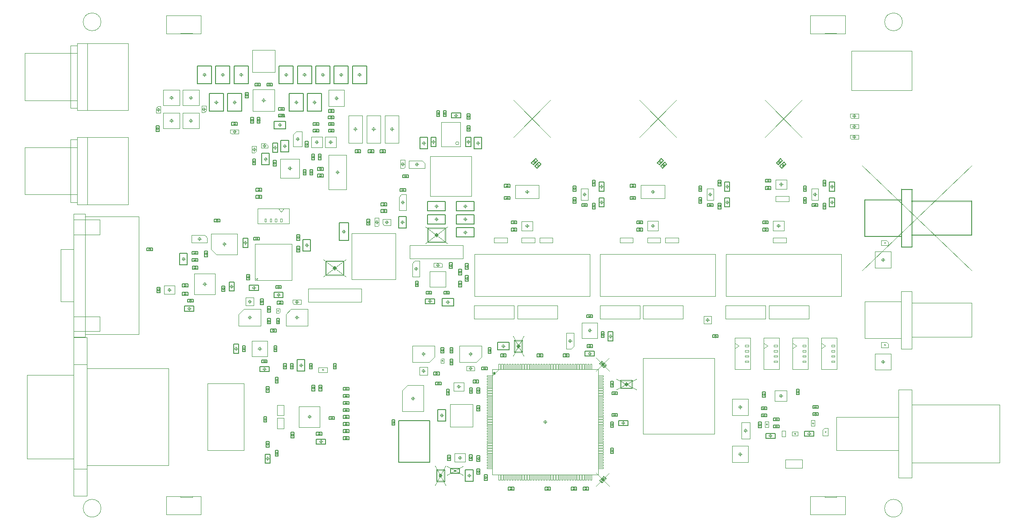
<source format=gbr>
%TF.GenerationSoftware,KiCad,Pcbnew,9.0.2*%
%TF.CreationDate,2025-05-15T13:19:03-04:00*%
%TF.ProjectId,mainBoard,6d61696e-426f-4617-9264-2e6b69636164,01*%
%TF.SameCoordinates,Original*%
%TF.FileFunction,AssemblyDrawing,Top*%
%FSLAX46Y46*%
G04 Gerber Fmt 4.6, Leading zero omitted, Abs format (unit mm)*
G04 Created by KiCad (PCBNEW 9.0.2) date 2025-05-15 13:19:03*
%MOMM*%
%LPD*%
G01*
G04 APERTURE LIST*
%ADD10C,0.150000*%
%ADD11C,0.050000*%
%ADD12C,0.100000*%
%ADD13C,0.025400*%
%ADD14C,0.120000*%
%ADD15C,0.025000*%
%ADD16C,0.075000*%
%ADD17C,0.127000*%
G04 APERTURE END LIST*
D10*
X150284500Y-120454819D02*
X150284500Y-120692914D01*
X150046405Y-120597676D02*
X150284500Y-120692914D01*
X150284500Y-120692914D02*
X150522595Y-120597676D01*
X150141643Y-120883390D02*
X150284500Y-120692914D01*
X150284500Y-120692914D02*
X150427357Y-120883390D01*
X150284500Y-120454819D02*
X150284500Y-120692914D01*
X150046405Y-120597676D02*
X150284500Y-120692914D01*
X150284500Y-120692914D02*
X150522595Y-120597676D01*
X150141643Y-120883390D02*
X150284500Y-120692914D01*
X150284500Y-120692914D02*
X150427357Y-120883390D01*
D11*
X109282143Y-71295376D02*
X109282143Y-71628709D01*
X109163095Y-71104900D02*
X109044048Y-71462042D01*
X109044048Y-71462042D02*
X109353571Y-71462042D01*
X109496428Y-71128709D02*
X109829761Y-71128709D01*
X109829761Y-71128709D02*
X109615476Y-71628709D01*
X110020237Y-71628709D02*
X110020237Y-71128709D01*
X110305951Y-71628709D02*
X110091666Y-71342995D01*
X110305951Y-71128709D02*
X110020237Y-71414423D01*
%TO.C,D19*%
D12*
X161450000Y-95750000D02*
X158950000Y-95750000D01*
X158950000Y-94750000D01*
X161450000Y-94750000D01*
X161450000Y-95750000D01*
X154150000Y-114475000D02*
X155600000Y-114475000D01*
X155600000Y-114325000D02*
G75*
G02*
X155600000Y-114475000I0J-75000D01*
G01*
X155600000Y-114325000D02*
X154150000Y-114325000D01*
X154150000Y-114325000D02*
G75*
G03*
X154150000Y-114475000I0J-75000D01*
G01*
X154225000Y-116600000D02*
X154225000Y-114400000D01*
X154075000Y-114400000D02*
G75*
G02*
X154225000Y-114400000I75000J0D01*
G01*
X154075000Y-114400000D02*
X154075000Y-116600000D01*
X154075000Y-116600000D02*
G75*
G03*
X154225000Y-116600000I75000J0D01*
G01*
X154525000Y-115525000D02*
X155225000Y-115525000D01*
X155225000Y-115475000D02*
G75*
G02*
X155225000Y-115525000I0J-25000D01*
G01*
X155225000Y-115475000D02*
X154525000Y-115475000D01*
X154525000Y-115475000D02*
G75*
G03*
X154525000Y-115525000I0J-25000D01*
G01*
X154850000Y-115150000D02*
X154850000Y-115850000D01*
X154900000Y-115850000D02*
G75*
G02*
X154850000Y-115850000I-25000J0D01*
G01*
X154900000Y-115850000D02*
X154900000Y-115150000D01*
X154900000Y-115150000D02*
G75*
G03*
X154850000Y-115150000I-25000J0D01*
G01*
X155525000Y-114400000D02*
X155525000Y-116600000D01*
X155675000Y-116600000D02*
G75*
G02*
X155525000Y-116600000I-75000J0D01*
G01*
X155675000Y-116600000D02*
X155675000Y-114400000D01*
X155675000Y-114400000D02*
G75*
G03*
X155525000Y-114400000I-75000J0D01*
G01*
X155600000Y-116525000D02*
X154150000Y-116525000D01*
X154150000Y-116675000D02*
G75*
G02*
X154150000Y-116525000I0J75000D01*
G01*
X154150000Y-116675000D02*
X155600000Y-116675000D01*
X155600000Y-116675000D02*
G75*
G03*
X155600000Y-116525000I0J75000D01*
G01*
D11*
%TO.C,C30*%
D12*
X155150000Y-115500000D02*
G75*
G02*
X154600000Y-115500000I-275000J0D01*
G01*
X154600000Y-115500000D02*
G75*
G02*
X155150000Y-115500000I275000J0D01*
G01*
X155100000Y-115500000D02*
G75*
G02*
X154650000Y-115500000I-225000J0D01*
G01*
X154650000Y-115500000D02*
G75*
G02*
X155100000Y-115500000I225000J0D01*
G01*
D10*
%TO.C,R73*%
X108850000Y-106925000D02*
X109950000Y-106925000D01*
X108850000Y-107475000D02*
X108850000Y-106925000D01*
D11*
X109122000Y-107200000D02*
X109678000Y-107200000D01*
X109400000Y-107478000D02*
X109400000Y-106922000D01*
D10*
X109950000Y-106925000D02*
X109950000Y-107475000D01*
X109950000Y-107475000D02*
X108850000Y-107475000D01*
D11*
X109608000Y-107200000D02*
G75*
G02*
X109192000Y-107200000I-208000J0D01*
G01*
X109192000Y-107200000D02*
G75*
G02*
X109608000Y-107200000I208000J0D01*
G01*
D12*
%TO.C,J35*%
X105100000Y-89200000D02*
X105100000Y-92100000D01*
X106450000Y-91150000D02*
X106450000Y-91750000D01*
X106450000Y-91750000D02*
X106750000Y-91750000D01*
X106750000Y-91150000D02*
X106450000Y-91150000D01*
X106750000Y-91750000D02*
X106750000Y-91150000D01*
X107450000Y-91150000D02*
X107450000Y-91750000D01*
X107450000Y-91750000D02*
X107750000Y-91750000D01*
X107750000Y-91150000D02*
X107450000Y-91150000D01*
X107750000Y-91750000D02*
X107750000Y-91150000D01*
X108450000Y-91150000D02*
X108450000Y-91750000D01*
X108450000Y-91750000D02*
X108750000Y-91750000D01*
X108750000Y-91150000D02*
X108450000Y-91150000D01*
X108750000Y-91750000D02*
X108750000Y-91150000D01*
X109450000Y-91150000D02*
X109450000Y-91750000D01*
X109450000Y-91750000D02*
X109750000Y-91750000D01*
X109600000Y-89907107D02*
X109100000Y-89200000D01*
X109750000Y-91150000D02*
X109450000Y-91150000D01*
X109750000Y-91750000D02*
X109750000Y-91150000D01*
X110100000Y-89200000D02*
X109600000Y-89907107D01*
X111100000Y-89200000D02*
X105100000Y-89200000D01*
X111100000Y-89200000D02*
X111100000Y-92100000D01*
X111100000Y-92100000D02*
X105100000Y-92100000D01*
%TO.C,U22*%
X104600000Y-102450000D02*
X105100000Y-102950000D01*
X104600000Y-102950000D02*
X111600000Y-102950000D01*
X111600000Y-95950000D01*
X104600000Y-95950000D01*
X104600000Y-102950000D01*
D13*
X105126200Y-102626200D02*
G75*
G02*
X104973800Y-102626200I-76200J0D01*
G01*
X104973800Y-102626200D02*
G75*
G02*
X105126200Y-102626200I76200J0D01*
G01*
D10*
%TO.C,C169*%
X140675000Y-105025000D02*
X141725000Y-105025000D01*
X140675000Y-105575000D02*
X140675000Y-105025000D01*
D11*
X140922000Y-105300000D02*
X141478000Y-105300000D01*
X141200000Y-105578000D02*
X141200000Y-105022000D01*
D10*
X141725000Y-105025000D02*
X141725000Y-105575000D01*
X141725000Y-105575000D02*
X140675000Y-105575000D01*
D11*
X141408000Y-105300000D02*
G75*
G02*
X140992000Y-105300000I-208000J0D01*
G01*
X140992000Y-105300000D02*
G75*
G02*
X141408000Y-105300000I208000J0D01*
G01*
D10*
%TO.C,R36*%
X106725000Y-123200000D02*
X107275000Y-123200000D01*
X106725000Y-124300000D02*
X106725000Y-123200000D01*
D11*
X107000000Y-124028000D02*
X107000000Y-123472000D01*
D10*
X107275000Y-123200000D02*
X107275000Y-124300000D01*
X107275000Y-124300000D02*
X106725000Y-124300000D01*
D11*
X107278000Y-123750000D02*
X106722000Y-123750000D01*
X107208000Y-123750000D02*
G75*
G02*
X106792000Y-123750000I-208000J0D01*
G01*
X106792000Y-123750000D02*
G75*
G02*
X107208000Y-123750000I208000J0D01*
G01*
D12*
X170487348Y-141229810D02*
X171229810Y-140487348D01*
X171123744Y-140381282D02*
G75*
G02*
X171229810Y-140487348I53033J-53033D01*
G01*
X171123744Y-140381282D02*
X170381282Y-141123744D01*
X170381282Y-141123744D02*
G75*
G03*
X170487348Y-141229810I53033J-53033D01*
G01*
X170821102Y-141214253D02*
X171214253Y-140821102D01*
X171178898Y-140785746D02*
G75*
G02*
X171214254Y-140821102I17678J-17678D01*
G01*
X171178898Y-140785747D02*
X170785747Y-141178898D01*
X170785746Y-141178898D02*
G75*
G03*
X170821102Y-141214254I17678J-17678D01*
G01*
X170876256Y-141512652D02*
X170487348Y-141123744D01*
X170381282Y-141229810D02*
G75*
G02*
X170487348Y-141123744I53033J53033D01*
G01*
X170381282Y-141229810D02*
X170770190Y-141618718D01*
X170770190Y-141618718D02*
G75*
G03*
X170876256Y-141512652I53033J53033D01*
G01*
X171123744Y-140487348D02*
X171512652Y-140876256D01*
X171618718Y-140770190D02*
G75*
G02*
X171512652Y-140876256I-53033J-53033D01*
G01*
X171618718Y-140770190D02*
X171229810Y-140381282D01*
X171229810Y-140381282D02*
G75*
G03*
X171123744Y-140487348I-53033J-53033D01*
G01*
X171214253Y-141178898D02*
X170821102Y-140785747D01*
X170785746Y-140821102D02*
G75*
G02*
X170821102Y-140785746I17678J17678D01*
G01*
X170785747Y-140821102D02*
X171178898Y-141214253D01*
X171178898Y-141214254D02*
G75*
G03*
X171214254Y-141178898I17678J17678D01*
G01*
X171512652Y-140770190D02*
X170770190Y-141512652D01*
X170876256Y-141618718D02*
G75*
G02*
X170770190Y-141512652I-53033J53033D01*
G01*
X170876256Y-141618718D02*
X171618718Y-140876256D01*
X171618718Y-140876256D02*
G75*
G03*
X171512652Y-140770190I-53033J53033D01*
G01*
D11*
%TO.C,C24*%
D12*
X171233000Y-141000000D02*
G75*
G02*
X170767000Y-141000000I-233000J0D01*
G01*
X170767000Y-141000000D02*
G75*
G02*
X171233000Y-141000000I233000J0D01*
G01*
X171183000Y-141000000D02*
G75*
G02*
X170817000Y-141000000I-183000J0D01*
G01*
X170817000Y-141000000D02*
G75*
G02*
X171183000Y-141000000I183000J0D01*
G01*
D10*
%TO.C,R24*%
X90700000Y-103625000D02*
X91800000Y-103625000D01*
X90700000Y-104175000D02*
X90700000Y-103625000D01*
D11*
X91250000Y-103622000D02*
X91250000Y-104178000D01*
X91528000Y-103900000D02*
X90972000Y-103900000D01*
D10*
X91800000Y-103625000D02*
X91800000Y-104175000D01*
X91800000Y-104175000D02*
X90700000Y-104175000D01*
D11*
X91458000Y-103900000D02*
G75*
G02*
X91042000Y-103900000I-208000J0D01*
G01*
X91042000Y-103900000D02*
G75*
G02*
X91458000Y-103900000I208000J0D01*
G01*
%TO.C,U24*%
X105900000Y-68500000D02*
X106600000Y-68500000D01*
X106250000Y-68150000D02*
X106250000Y-68850000D01*
D14*
X104200000Y-66450000D02*
X108300000Y-66450000D01*
X108300000Y-70550000D01*
X104200000Y-70550000D01*
X104200000Y-66450000D01*
D11*
X106500000Y-68500000D02*
G75*
G02*
X106000000Y-68500000I-250000J0D01*
G01*
X106000000Y-68500000D02*
G75*
G02*
X106500000Y-68500000I250000J0D01*
G01*
D10*
%TO.C,R76*%
X105625000Y-106450000D02*
X106175000Y-106450000D01*
X105625000Y-107550000D02*
X105625000Y-106450000D01*
D11*
X105900000Y-107278000D02*
X105900000Y-106722000D01*
D10*
X106175000Y-106450000D02*
X106175000Y-107550000D01*
X106175000Y-107550000D02*
X105625000Y-107550000D01*
D11*
X106178000Y-107000000D02*
X105622000Y-107000000D01*
X106108000Y-107000000D02*
G75*
G02*
X105692000Y-107000000I-208000J0D01*
G01*
X105692000Y-107000000D02*
G75*
G02*
X106108000Y-107000000I208000J0D01*
G01*
D10*
%TO.C,C104*%
X202125000Y-132175000D02*
X203875000Y-132175000D01*
X202125000Y-133125000D02*
X202125000Y-132175000D01*
D11*
X202650000Y-132650000D02*
X203350000Y-132650000D01*
X203000000Y-133000000D02*
X203000000Y-132300000D01*
D10*
X203875000Y-132175000D02*
X203875000Y-133125000D01*
X203875000Y-133125000D02*
X202125000Y-133125000D01*
D11*
X203250000Y-132650000D02*
G75*
G02*
X202750000Y-132650000I-250000J0D01*
G01*
X202750000Y-132650000D02*
G75*
G02*
X203250000Y-132650000I250000J0D01*
G01*
D10*
%TO.C,R38*%
X121450000Y-130125000D02*
X122550000Y-130125000D01*
X121450000Y-130675000D02*
X121450000Y-130125000D01*
D11*
X121722000Y-130400000D02*
X122278000Y-130400000D01*
X122000000Y-130678000D02*
X122000000Y-130122000D01*
D10*
X122550000Y-130125000D02*
X122550000Y-130675000D01*
X122550000Y-130675000D02*
X121450000Y-130675000D01*
D11*
X122208000Y-130400000D02*
G75*
G02*
X121792000Y-130400000I-208000J0D01*
G01*
X121792000Y-130400000D02*
G75*
G02*
X122208000Y-130400000I208000J0D01*
G01*
D10*
%TO.C,C132*%
X119700000Y-61900000D02*
X122400000Y-61900000D01*
X119700000Y-65300000D02*
X119700000Y-61900000D01*
D11*
X120700000Y-63600000D02*
X121400000Y-63600000D01*
X121050000Y-63250000D02*
X121050000Y-63950000D01*
D10*
X122400000Y-61900000D02*
X122400000Y-65300000D01*
X122400000Y-65300000D02*
X119700000Y-65300000D01*
D11*
X121300000Y-63600000D02*
G75*
G02*
X120800000Y-63600000I-250000J0D01*
G01*
X120800000Y-63600000D02*
G75*
G02*
X121300000Y-63600000I250000J0D01*
G01*
D10*
%TO.C,R89*%
X104175000Y-79700000D02*
X104725000Y-79700000D01*
X104175000Y-80800000D02*
X104175000Y-79700000D01*
D11*
X104450000Y-80528000D02*
X104450000Y-79972000D01*
D10*
X104725000Y-79700000D02*
X104725000Y-80800000D01*
X104725000Y-80800000D02*
X104175000Y-80800000D01*
D11*
X104728000Y-80250000D02*
X104172000Y-80250000D01*
X104658000Y-80250000D02*
G75*
G02*
X104242000Y-80250000I-208000J0D01*
G01*
X104242000Y-80250000D02*
G75*
G02*
X104658000Y-80250000I208000J0D01*
G01*
D10*
%TO.C,R63*%
X181387832Y-80440650D02*
X182165650Y-79662832D01*
D11*
X181774620Y-80049620D02*
X182167771Y-80442771D01*
D10*
X181776741Y-80829558D02*
X181387832Y-80440650D01*
X182045442Y-81098259D02*
X182823259Y-80320442D01*
X182165650Y-79662832D02*
X182554558Y-80051741D01*
D11*
X182167771Y-80049620D02*
X181774620Y-80442771D01*
X182432229Y-80707229D02*
X182825380Y-81100380D01*
D10*
X182434350Y-81487168D02*
X182045442Y-81098259D01*
X182554558Y-80051741D02*
X181776741Y-80829558D01*
X182823259Y-80320442D02*
X183212168Y-80709350D01*
D11*
X182825380Y-80707229D02*
X182432229Y-81100380D01*
D10*
X183212168Y-80709350D02*
X182434350Y-81487168D01*
D11*
X182179195Y-80246195D02*
G75*
G02*
X181763195Y-80246195I-208000J0D01*
G01*
X181763195Y-80246195D02*
G75*
G02*
X182179195Y-80246195I208000J0D01*
G01*
X182836805Y-80903805D02*
G75*
G02*
X182420805Y-80903805I-208000J0D01*
G01*
X182420805Y-80903805D02*
G75*
G02*
X182836805Y-80903805I208000J0D01*
G01*
%TO.C,C49*%
X111372000Y-119325000D02*
X111928000Y-119325000D01*
D10*
X111375000Y-118800000D02*
X111925000Y-118800000D01*
X111375000Y-119850000D02*
X111375000Y-118800000D01*
D11*
X111650000Y-119047000D02*
X111650000Y-119603000D01*
D10*
X111925000Y-118800000D02*
X111925000Y-119850000D01*
X111925000Y-119850000D02*
X111375000Y-119850000D01*
D11*
X111858000Y-119325000D02*
G75*
G02*
X111442000Y-119325000I-208000J0D01*
G01*
X111442000Y-119325000D02*
G75*
G02*
X111858000Y-119325000I208000J0D01*
G01*
D10*
%TO.C,C144*%
X128475000Y-77975000D02*
X129525000Y-77975000D01*
X128475000Y-78525000D02*
X128475000Y-77975000D01*
D11*
X128722000Y-78250000D02*
X129278000Y-78250000D01*
X129000000Y-78528000D02*
X129000000Y-77972000D01*
D10*
X129525000Y-77975000D02*
X129525000Y-78525000D01*
X129525000Y-78525000D02*
X128475000Y-78525000D01*
D11*
X129208000Y-78250000D02*
G75*
G02*
X128792000Y-78250000I-208000J0D01*
G01*
X128792000Y-78250000D02*
G75*
G02*
X129208000Y-78250000I208000J0D01*
G01*
%TO.C,U13*%
X180200000Y-86000000D02*
X180900000Y-86000000D01*
X180550000Y-85650000D02*
X180550000Y-86350000D01*
D12*
X178300000Y-87250000D02*
X182800000Y-87250000D01*
X182800000Y-84750000D01*
X178300000Y-84750000D01*
X178300000Y-87250000D01*
D11*
X180800000Y-86000000D02*
G75*
G02*
X180300000Y-86000000I-250000J0D01*
G01*
X180300000Y-86000000D02*
G75*
G02*
X180800000Y-86000000I250000J0D01*
G01*
%TO.C,C90*%
X165322000Y-85375000D02*
X165878000Y-85375000D01*
D10*
X165325000Y-84850000D02*
X165875000Y-84850000D01*
X165325000Y-85900000D02*
X165325000Y-84850000D01*
D11*
X165600000Y-85097000D02*
X165600000Y-85653000D01*
D10*
X165875000Y-84850000D02*
X165875000Y-85900000D01*
X165875000Y-85900000D02*
X165325000Y-85900000D01*
D11*
X165808000Y-85375000D02*
G75*
G02*
X165392000Y-85375000I-208000J0D01*
G01*
X165392000Y-85375000D02*
G75*
G02*
X165808000Y-85375000I208000J0D01*
G01*
D10*
%TO.C,R27*%
X94975000Y-97300000D02*
X95525000Y-97300000D01*
X94975000Y-98400000D02*
X94975000Y-97300000D01*
D11*
X95250000Y-98128000D02*
X95250000Y-97572000D01*
D10*
X95525000Y-97300000D02*
X95525000Y-98400000D01*
X95525000Y-98400000D02*
X94975000Y-98400000D01*
D11*
X95528000Y-97850000D02*
X94972000Y-97850000D01*
X95458000Y-97850000D02*
G75*
G02*
X95042000Y-97850000I-208000J0D01*
G01*
X95042000Y-97850000D02*
G75*
G02*
X95458000Y-97850000I208000J0D01*
G01*
D10*
%TO.C,C91*%
X165325000Y-87100000D02*
X165875000Y-87100000D01*
X165325000Y-88150000D02*
X165325000Y-87100000D01*
D11*
X165600000Y-87903000D02*
X165600000Y-87347000D01*
D10*
X165875000Y-87100000D02*
X165875000Y-88150000D01*
X165875000Y-88150000D02*
X165325000Y-88150000D01*
D11*
X165878000Y-87625000D02*
X165322000Y-87625000D01*
X165808000Y-87625000D02*
G75*
G02*
X165392000Y-87625000I-208000J0D01*
G01*
X165392000Y-87625000D02*
G75*
G02*
X165808000Y-87625000I208000J0D01*
G01*
%TO.C,R60*%
X193022000Y-88700000D02*
X193578000Y-88700000D01*
D10*
X193025000Y-88150000D02*
X193575000Y-88150000D01*
X193025000Y-89250000D02*
X193025000Y-88150000D01*
D11*
X193300000Y-88422000D02*
X193300000Y-88978000D01*
D10*
X193575000Y-88150000D02*
X193575000Y-89250000D01*
X193575000Y-89250000D02*
X193025000Y-89250000D01*
D11*
X193508000Y-88700000D02*
G75*
G02*
X193092000Y-88700000I-208000J0D01*
G01*
X193092000Y-88700000D02*
G75*
G02*
X193508000Y-88700000I208000J0D01*
G01*
%TO.C,R56*%
X213022000Y-88700000D02*
X213578000Y-88700000D01*
D10*
X213025000Y-88150000D02*
X213575000Y-88150000D01*
X213025000Y-89250000D02*
X213025000Y-88150000D01*
D11*
X213300000Y-88422000D02*
X213300000Y-88978000D01*
D10*
X213575000Y-88150000D02*
X213575000Y-89250000D01*
X213575000Y-89250000D02*
X213025000Y-89250000D01*
D11*
X213508000Y-88700000D02*
G75*
G02*
X213092000Y-88700000I-208000J0D01*
G01*
X213092000Y-88700000D02*
G75*
G02*
X213508000Y-88700000I208000J0D01*
G01*
%TO.C,J26*%
D12*
X154690000Y-107730000D02*
X162310000Y-107730000D01*
X162310000Y-110270000D01*
X154690000Y-110270000D01*
X154690000Y-107730000D01*
D10*
%TO.C,C96*%
X153525000Y-91550000D02*
X154575000Y-91550000D01*
X153525000Y-92100000D02*
X153525000Y-91550000D01*
D11*
X153772000Y-91825000D02*
X154328000Y-91825000D01*
X154050000Y-92103000D02*
X154050000Y-91547000D01*
D10*
X154575000Y-91550000D02*
X154575000Y-92100000D01*
X154575000Y-92100000D02*
X153525000Y-92100000D01*
D11*
X154258000Y-91825000D02*
G75*
G02*
X153842000Y-91825000I-208000J0D01*
G01*
X153842000Y-91825000D02*
G75*
G02*
X154258000Y-91825000I208000J0D01*
G01*
D10*
%TO.C,C63*%
X172000000Y-112750000D02*
X172950000Y-112750000D01*
X172000000Y-114500000D02*
X172000000Y-112750000D01*
D11*
X172475000Y-113975000D02*
X172475000Y-113275000D01*
X172825000Y-113625000D02*
X172125000Y-113625000D01*
D10*
X172950000Y-112750000D02*
X172950000Y-114500000D01*
X172950000Y-114500000D02*
X172000000Y-114500000D01*
D11*
X172725000Y-113625000D02*
G75*
G02*
X172225000Y-113625000I-250000J0D01*
G01*
X172225000Y-113625000D02*
G75*
G02*
X172725000Y-113625000I250000J0D01*
G01*
D10*
%TO.C,C32*%
X172725000Y-124225000D02*
X173775000Y-124225000D01*
X172725000Y-124775000D02*
X172725000Y-124225000D01*
D11*
X173250000Y-124222000D02*
X173250000Y-124778000D01*
X173528000Y-124500000D02*
X172972000Y-124500000D01*
D10*
X173775000Y-124225000D02*
X173775000Y-124775000D01*
X173775000Y-124775000D02*
X172725000Y-124775000D01*
D11*
X173458000Y-124500000D02*
G75*
G02*
X173042000Y-124500000I-208000J0D01*
G01*
X173042000Y-124500000D02*
G75*
G02*
X173458000Y-124500000I208000J0D01*
G01*
D10*
%TO.C,C108*%
X191975000Y-113325000D02*
X193025000Y-113325000D01*
X191975000Y-113875000D02*
X191975000Y-113325000D01*
D11*
X192500000Y-113322000D02*
X192500000Y-113878000D01*
X192778000Y-113600000D02*
X192222000Y-113600000D01*
D10*
X193025000Y-113325000D02*
X193025000Y-113875000D01*
X193025000Y-113875000D02*
X191975000Y-113875000D01*
D11*
X192708000Y-113600000D02*
G75*
G02*
X192292000Y-113600000I-208000J0D01*
G01*
X192292000Y-113600000D02*
G75*
G02*
X192708000Y-113600000I208000J0D01*
G01*
D10*
%TO.C,R26*%
X92600000Y-98725000D02*
X93700000Y-98725000D01*
X92600000Y-99275000D02*
X92600000Y-98725000D01*
D11*
X92872000Y-99000000D02*
X93428000Y-99000000D01*
X93150000Y-99278000D02*
X93150000Y-98722000D01*
D10*
X93700000Y-98725000D02*
X93700000Y-99275000D01*
X93700000Y-99275000D02*
X92600000Y-99275000D01*
D11*
X93358000Y-99000000D02*
G75*
G02*
X92942000Y-99000000I-208000J0D01*
G01*
X92942000Y-99000000D02*
G75*
G02*
X93358000Y-99000000I208000J0D01*
G01*
D10*
%TO.C,C82*%
X189325000Y-87100000D02*
X189875000Y-87100000D01*
X189325000Y-88150000D02*
X189325000Y-87100000D01*
D11*
X189600000Y-87903000D02*
X189600000Y-87347000D01*
D10*
X189875000Y-87100000D02*
X189875000Y-88150000D01*
X189875000Y-88150000D02*
X189325000Y-88150000D01*
D11*
X189878000Y-87625000D02*
X189322000Y-87625000D01*
X189808000Y-87625000D02*
G75*
G02*
X189392000Y-87625000I-208000J0D01*
G01*
X189392000Y-87625000D02*
G75*
G02*
X189808000Y-87625000I208000J0D01*
G01*
D10*
%TO.C,C75*%
X202025000Y-85000000D02*
X203075000Y-85000000D01*
X202025000Y-85550000D02*
X202025000Y-85000000D01*
D11*
X202272000Y-85275000D02*
X202828000Y-85275000D01*
X202550000Y-85553000D02*
X202550000Y-84997000D01*
D10*
X203075000Y-85000000D02*
X203075000Y-85550000D01*
X203075000Y-85550000D02*
X202025000Y-85550000D01*
D11*
X202758000Y-85275000D02*
G75*
G02*
X202342000Y-85275000I-208000J0D01*
G01*
X202342000Y-85275000D02*
G75*
G02*
X202758000Y-85275000I208000J0D01*
G01*
%TO.C,C106*%
X207947000Y-124250000D02*
X208503000Y-124250000D01*
D10*
X207950000Y-123725000D02*
X208500000Y-123725000D01*
X207950000Y-124775000D02*
X207950000Y-123725000D01*
D11*
X208225000Y-123972000D02*
X208225000Y-124528000D01*
D10*
X208500000Y-123725000D02*
X208500000Y-124775000D01*
X208500000Y-124775000D02*
X207950000Y-124775000D01*
D11*
X208433000Y-124250000D02*
G75*
G02*
X208017000Y-124250000I-208000J0D01*
G01*
X208017000Y-124250000D02*
G75*
G02*
X208433000Y-124250000I208000J0D01*
G01*
D10*
%TO.C,C119*%
X96825000Y-91225000D02*
X97875000Y-91225000D01*
X96825000Y-91775000D02*
X96825000Y-91225000D01*
D11*
X97350000Y-91222000D02*
X97350000Y-91778000D01*
X97628000Y-91500000D02*
X97072000Y-91500000D01*
D10*
X97875000Y-91225000D02*
X97875000Y-91775000D01*
X97875000Y-91775000D02*
X96825000Y-91775000D01*
D11*
X97558000Y-91500000D02*
G75*
G02*
X97142000Y-91500000I-208000J0D01*
G01*
X97142000Y-91500000D02*
G75*
G02*
X97558000Y-91500000I208000J0D01*
G01*
%TO.C,C164*%
X145072000Y-71600000D02*
X145628000Y-71600000D01*
D10*
X145075000Y-71075000D02*
X145625000Y-71075000D01*
X145075000Y-72125000D02*
X145075000Y-71075000D01*
D11*
X145350000Y-71322000D02*
X145350000Y-71878000D01*
D10*
X145625000Y-71075000D02*
X145625000Y-72125000D01*
X145625000Y-72125000D02*
X145075000Y-72125000D01*
D11*
X145558000Y-71600000D02*
G75*
G02*
X145142000Y-71600000I-208000J0D01*
G01*
X145142000Y-71600000D02*
G75*
G02*
X145558000Y-71600000I208000J0D01*
G01*
D12*
X141875000Y-138862500D02*
X143625000Y-138862500D01*
X143625000Y-138787500D02*
G75*
G02*
X143625000Y-138862500I0J-37500D01*
G01*
X143625000Y-138787500D02*
X141875000Y-138787500D01*
X141875000Y-138787500D02*
G75*
G03*
X141875000Y-138862500I0J-37500D01*
G01*
X141912500Y-139775000D02*
X141912500Y-138825000D01*
X141837500Y-138825000D02*
G75*
G02*
X141912500Y-138825000I37500J0D01*
G01*
X141837500Y-138825000D02*
X141837500Y-139775000D01*
X141837500Y-139775000D02*
G75*
G03*
X141912500Y-139775000I37500J0D01*
G01*
X142737500Y-139150000D02*
X142737500Y-139450000D01*
X142762500Y-139450000D02*
G75*
G02*
X142737500Y-139450000I-12500J0D01*
G01*
X142762500Y-139450000D02*
X142762500Y-139150000D01*
X142762500Y-139150000D02*
G75*
G03*
X142737500Y-139150000I-12500J0D01*
G01*
X142900000Y-139287500D02*
X142600000Y-139287500D01*
X142600000Y-139312500D02*
G75*
G02*
X142600000Y-139287500I0J12500D01*
G01*
X142600000Y-139312500D02*
X142900000Y-139312500D01*
X142900000Y-139312500D02*
G75*
G03*
X142900000Y-139287500I0J12500D01*
G01*
X143587500Y-138825000D02*
X143587500Y-139775000D01*
X143662500Y-139775000D02*
G75*
G02*
X143587500Y-139775000I-37500J0D01*
G01*
X143662500Y-139775000D02*
X143662500Y-138825000D01*
X143662500Y-138825000D02*
G75*
G03*
X143587500Y-138825000I-37500J0D01*
G01*
X143625000Y-139737500D02*
X141875000Y-139737500D01*
X141875000Y-139812500D02*
G75*
G02*
X141875000Y-139737500I0J37500D01*
G01*
X141875000Y-139812500D02*
X143625000Y-139812500D01*
X143625000Y-139812500D02*
G75*
G03*
X143625000Y-139737500I0J37500D01*
G01*
D15*
%TO.C,L1*%
D12*
X142887500Y-139300000D02*
G75*
G02*
X142612500Y-139300000I-137500J0D01*
G01*
X142612500Y-139300000D02*
G75*
G02*
X142887500Y-139300000I137500J0D01*
G01*
X142812500Y-139300000D02*
G75*
G02*
X142687500Y-139300000I-62500J0D01*
G01*
X142687500Y-139300000D02*
G75*
G02*
X142812500Y-139300000I62500J0D01*
G01*
D10*
%TO.C,C57*%
X106275000Y-128975000D02*
X106825000Y-128975000D01*
X106275000Y-130025000D02*
X106275000Y-128975000D01*
D11*
X106550000Y-129778000D02*
X106550000Y-129222000D01*
D10*
X106825000Y-128975000D02*
X106825000Y-130025000D01*
X106825000Y-130025000D02*
X106275000Y-130025000D01*
D11*
X106828000Y-129500000D02*
X106272000Y-129500000D01*
X106758000Y-129500000D02*
G75*
G02*
X106342000Y-129500000I-208000J0D01*
G01*
X106342000Y-129500000D02*
G75*
G02*
X106758000Y-129500000I208000J0D01*
G01*
D10*
%TO.C,C120*%
X85725000Y-73375000D02*
X86275000Y-73375000D01*
X85725000Y-74425000D02*
X85725000Y-73375000D01*
D11*
X86000000Y-74178000D02*
X86000000Y-73622000D01*
D10*
X86275000Y-73375000D02*
X86275000Y-74425000D01*
X86275000Y-74425000D02*
X85725000Y-74425000D01*
D11*
X86278000Y-73900000D02*
X85722000Y-73900000D01*
X86208000Y-73900000D02*
G75*
G02*
X85792000Y-73900000I-208000J0D01*
G01*
X85792000Y-73900000D02*
G75*
G02*
X86208000Y-73900000I208000J0D01*
G01*
D12*
%TO.C,MH4*%
X75200000Y-146500000D02*
G75*
G02*
X71800000Y-146500000I-1700000J0D01*
G01*
X71800000Y-146500000D02*
G75*
G02*
X75200000Y-146500000I1700000J0D01*
G01*
D10*
%TO.C,C8*%
X152975000Y-142475000D02*
X154025000Y-142475000D01*
X152975000Y-143025000D02*
X152975000Y-142475000D01*
D11*
X153222000Y-142750000D02*
X153778000Y-142750000D01*
X153500000Y-143028000D02*
X153500000Y-142472000D01*
D10*
X154025000Y-142475000D02*
X154025000Y-143025000D01*
X154025000Y-143025000D02*
X152975000Y-143025000D01*
D11*
X153708000Y-142750000D02*
G75*
G02*
X153292000Y-142750000I-208000J0D01*
G01*
X153292000Y-142750000D02*
G75*
G02*
X153708000Y-142750000I208000J0D01*
G01*
D10*
%TO.C,C89*%
X166975000Y-88225000D02*
X168025000Y-88225000D01*
X166975000Y-88775000D02*
X166975000Y-88225000D01*
D11*
X167500000Y-88222000D02*
X167500000Y-88778000D01*
X167778000Y-88500000D02*
X167222000Y-88500000D01*
D10*
X168025000Y-88225000D02*
X168025000Y-88775000D01*
X168025000Y-88775000D02*
X166975000Y-88775000D01*
D11*
X167708000Y-88500000D02*
G75*
G02*
X167292000Y-88500000I-208000J0D01*
G01*
X167292000Y-88500000D02*
G75*
G02*
X167708000Y-88500000I208000J0D01*
G01*
D14*
%TO.C,R90*%
X129425000Y-71375000D02*
X132075000Y-71375000D01*
X129425000Y-76625000D02*
X129425000Y-71375000D01*
D11*
X130750000Y-74350000D02*
X130750000Y-73650000D01*
X131100000Y-74000000D02*
X130400000Y-74000000D01*
D14*
X132075000Y-71375000D02*
X132075000Y-76625000D01*
X132075000Y-76625000D02*
X129425000Y-76625000D01*
D11*
X131000000Y-74000000D02*
G75*
G02*
X130500000Y-74000000I-250000J0D01*
G01*
X130500000Y-74000000D02*
G75*
G02*
X131000000Y-74000000I250000J0D01*
G01*
%TO.C,AE2*%
D12*
X228000000Y-107000000D02*
X221000000Y-107000000D01*
X221000000Y-114000000D01*
X228000000Y-114000000D01*
X228000000Y-107000000D01*
X230000000Y-105000000D02*
X228000000Y-105000000D01*
X228000000Y-116000000D01*
X230000000Y-116000000D01*
X230000000Y-105000000D01*
X241400000Y-107250000D02*
X230000000Y-107250000D01*
X230000000Y-113750000D01*
X241400000Y-113750000D01*
X241400000Y-107250000D01*
%TO.C,D11*%
X206500000Y-87825000D02*
X204000000Y-87825000D01*
X204000000Y-86825000D01*
X206500000Y-86825000D01*
X206500000Y-87825000D01*
D10*
%TO.C,C167*%
X137125000Y-106425000D02*
X138875000Y-106425000D01*
X137125000Y-107375000D02*
X137125000Y-106425000D01*
D11*
X138000000Y-106550000D02*
X138000000Y-107250000D01*
X138350000Y-106900000D02*
X137650000Y-106900000D01*
D10*
X138875000Y-106425000D02*
X138875000Y-107375000D01*
X138875000Y-107375000D02*
X137125000Y-107375000D01*
D11*
X138250000Y-106900000D02*
G75*
G02*
X137750000Y-106900000I-250000J0D01*
G01*
X137750000Y-106900000D02*
G75*
G02*
X138250000Y-106900000I250000J0D01*
G01*
D12*
%TO.C,AE1*%
X215575000Y-129075000D02*
X215575000Y-135425000D01*
X215575000Y-135425000D02*
X227460000Y-135425000D01*
X227460000Y-129075000D02*
X215575000Y-129075000D01*
X230000000Y-123850000D02*
X227460000Y-123850000D01*
X227460000Y-140650000D01*
X230000000Y-140650000D01*
X230000000Y-123850000D01*
X246760000Y-126700000D02*
X230000000Y-126700000D01*
X230000000Y-137800000D01*
X246760000Y-137800000D01*
X246760000Y-126700000D01*
D10*
%TO.C,C149*%
X118625000Y-72750000D02*
X119675000Y-72750000D01*
X118625000Y-73300000D02*
X118625000Y-72750000D01*
D11*
X118872000Y-73025000D02*
X119428000Y-73025000D01*
X119150000Y-73303000D02*
X119150000Y-72747000D01*
D10*
X119675000Y-72750000D02*
X119675000Y-73300000D01*
X119675000Y-73300000D02*
X118625000Y-73300000D01*
D11*
X119358000Y-73025000D02*
G75*
G02*
X118942000Y-73025000I-208000J0D01*
G01*
X118942000Y-73025000D02*
G75*
G02*
X119358000Y-73025000I208000J0D01*
G01*
%TO.C,J30*%
X197225000Y-135810000D02*
X197225000Y-136510000D01*
X197575000Y-136160000D02*
X196875000Y-136160000D01*
D12*
X195725000Y-134610000D02*
X198725000Y-134610000D01*
X198725000Y-137710000D01*
X195725000Y-137710000D01*
X195725000Y-134610000D01*
D11*
X197475000Y-136160000D02*
G75*
G02*
X196975000Y-136160000I-250000J0D01*
G01*
X196975000Y-136160000D02*
G75*
G02*
X197475000Y-136160000I250000J0D01*
G01*
D10*
%TO.C,C27*%
X139525000Y-127650000D02*
X140975000Y-127650000D01*
X139525000Y-129850000D02*
X139525000Y-127650000D01*
D11*
X139900000Y-128750000D02*
X140600000Y-128750000D01*
X140250000Y-128400000D02*
X140250000Y-129100000D01*
D10*
X140975000Y-127650000D02*
X140975000Y-129850000D01*
X140975000Y-129850000D02*
X139525000Y-129850000D01*
D11*
X140500000Y-128750000D02*
G75*
G02*
X140000000Y-128750000I-250000J0D01*
G01*
X140000000Y-128750000D02*
G75*
G02*
X140500000Y-128750000I250000J0D01*
G01*
D10*
%TO.C,R106*%
X132250000Y-85375000D02*
X133350000Y-85375000D01*
X132250000Y-85925000D02*
X132250000Y-85375000D01*
D11*
X132522000Y-85650000D02*
X133078000Y-85650000D01*
X132800000Y-85928000D02*
X132800000Y-85372000D01*
D10*
X133350000Y-85375000D02*
X133350000Y-85925000D01*
X133350000Y-85925000D02*
X132250000Y-85925000D01*
D11*
X133008000Y-85650000D02*
G75*
G02*
X132592000Y-85650000I-208000J0D01*
G01*
X132592000Y-85650000D02*
G75*
G02*
X133008000Y-85650000I208000J0D01*
G01*
D10*
%TO.C,C3*%
X150900000Y-114775000D02*
X153100000Y-114775000D01*
X150900000Y-116225000D02*
X150900000Y-114775000D01*
D11*
X152000000Y-115150000D02*
X152000000Y-115850000D01*
X152350000Y-115500000D02*
X151650000Y-115500000D01*
D10*
X153100000Y-114775000D02*
X153100000Y-116225000D01*
X153100000Y-116225000D02*
X150900000Y-116225000D01*
D11*
X152250000Y-115500000D02*
G75*
G02*
X151750000Y-115500000I-250000J0D01*
G01*
X151750000Y-115500000D02*
G75*
G02*
X152250000Y-115500000I250000J0D01*
G01*
D10*
%TO.C,C117*%
X104375000Y-94675000D02*
X105425000Y-94675000D01*
X104375000Y-95225000D02*
X104375000Y-94675000D01*
D11*
X104900000Y-94672000D02*
X104900000Y-95228000D01*
X105178000Y-94950000D02*
X104622000Y-94950000D01*
D10*
X105425000Y-94675000D02*
X105425000Y-95225000D01*
X105425000Y-95225000D02*
X104375000Y-95225000D01*
D11*
X105108000Y-94950000D02*
G75*
G02*
X104692000Y-94950000I-208000J0D01*
G01*
X104692000Y-94950000D02*
G75*
G02*
X105108000Y-94950000I208000J0D01*
G01*
D12*
%TO.C,D35*%
X105775000Y-76775000D02*
X105775000Y-77625000D01*
X105775000Y-77625000D02*
X107025000Y-77625000D01*
D11*
X106050000Y-77200000D02*
X106750000Y-77200000D01*
X106400000Y-77550000D02*
X106400000Y-76850000D01*
D12*
X106650000Y-76775000D02*
X105775000Y-76775000D01*
X107025000Y-77150000D02*
X106650000Y-76775000D01*
X107025000Y-77625000D02*
X107025000Y-77150000D01*
D11*
X106650000Y-77200000D02*
G75*
G02*
X106150000Y-77200000I-250000J0D01*
G01*
X106150000Y-77200000D02*
G75*
G02*
X106650000Y-77200000I250000J0D01*
G01*
D10*
%TO.C,C71*%
X210975000Y-88225000D02*
X212025000Y-88225000D01*
X210975000Y-88775000D02*
X210975000Y-88225000D01*
D11*
X211500000Y-88222000D02*
X211500000Y-88778000D01*
X211778000Y-88500000D02*
X211222000Y-88500000D01*
D10*
X212025000Y-88225000D02*
X212025000Y-88775000D01*
X212025000Y-88775000D02*
X210975000Y-88775000D01*
D11*
X211708000Y-88500000D02*
G75*
G02*
X211292000Y-88500000I-208000J0D01*
G01*
X211292000Y-88500000D02*
G75*
G02*
X211708000Y-88500000I208000J0D01*
G01*
D10*
%TO.C,C64*%
X167975000Y-115225000D02*
X169025000Y-115225000D01*
X167975000Y-115775000D02*
X167975000Y-115225000D01*
D11*
X168222000Y-115500000D02*
X168778000Y-115500000D01*
X168500000Y-115778000D02*
X168500000Y-115222000D01*
D10*
X169025000Y-115225000D02*
X169025000Y-115775000D01*
X169025000Y-115775000D02*
X167975000Y-115775000D01*
D11*
X168708000Y-115500000D02*
G75*
G02*
X168292000Y-115500000I-208000J0D01*
G01*
X168292000Y-115500000D02*
G75*
G02*
X168708000Y-115500000I208000J0D01*
G01*
D10*
%TO.C,C92*%
X170275000Y-84125000D02*
X171225000Y-84125000D01*
X170275000Y-85875000D02*
X170275000Y-84125000D01*
D11*
X170400000Y-85000000D02*
X171100000Y-85000000D01*
X170750000Y-84650000D02*
X170750000Y-85350000D01*
D10*
X171225000Y-84125000D02*
X171225000Y-85875000D01*
X171225000Y-85875000D02*
X170275000Y-85875000D01*
D11*
X171000000Y-85000000D02*
G75*
G02*
X170500000Y-85000000I-250000J0D01*
G01*
X170500000Y-85000000D02*
G75*
G02*
X171000000Y-85000000I250000J0D01*
G01*
%TO.C,U9*%
X211150000Y-86500000D02*
X211850000Y-86500000D01*
X211500000Y-86850000D02*
X211500000Y-86150000D01*
D12*
X212150000Y-87600000D02*
X210850000Y-87600000D01*
X210850000Y-85400000D01*
X212150000Y-85400000D01*
X212150000Y-87600000D01*
D11*
X211750000Y-86500000D02*
G75*
G02*
X211250000Y-86500000I-250000J0D01*
G01*
X211250000Y-86500000D02*
G75*
G02*
X211750000Y-86500000I250000J0D01*
G01*
D10*
%TO.C,C22*%
X174025000Y-129725000D02*
X175775000Y-129725000D01*
X174025000Y-130675000D02*
X174025000Y-129725000D01*
D11*
X174900000Y-129850000D02*
X174900000Y-130550000D01*
X175250000Y-130200000D02*
X174550000Y-130200000D01*
D10*
X175775000Y-129725000D02*
X175775000Y-130675000D01*
X175775000Y-130675000D02*
X174025000Y-130675000D01*
D11*
X175150000Y-130200000D02*
G75*
G02*
X174650000Y-130200000I-250000J0D01*
G01*
X174650000Y-130200000D02*
G75*
G02*
X175150000Y-130200000I250000J0D01*
G01*
%TO.C,U10*%
X204700000Y-84575000D02*
X205400000Y-84575000D01*
X205050000Y-84225000D02*
X205050000Y-84925000D01*
D12*
X204000000Y-85475000D02*
X206100000Y-85475000D01*
X206100000Y-83675000D01*
X204000000Y-83675000D01*
X204000000Y-85475000D01*
D11*
X205300000Y-84575000D02*
G75*
G02*
X204800000Y-84575000I-250000J0D01*
G01*
X204800000Y-84575000D02*
G75*
G02*
X205300000Y-84575000I250000J0D01*
G01*
D14*
%TO.C,Q11*%
X132100000Y-86967000D02*
X132567000Y-86500000D01*
X132100000Y-89500000D02*
X132100000Y-86967000D01*
X132567000Y-86500000D02*
X133500000Y-86500000D01*
D11*
X132800000Y-87650000D02*
X132800000Y-88350000D01*
X133150000Y-88000000D02*
X132450000Y-88000000D01*
D14*
X133500000Y-86500000D02*
X133500000Y-89500000D01*
X133500000Y-89500000D02*
X132100000Y-89500000D01*
D11*
X133050000Y-88000000D02*
G75*
G02*
X132550000Y-88000000I-250000J0D01*
G01*
X132550000Y-88000000D02*
G75*
G02*
X133050000Y-88000000I250000J0D01*
G01*
D10*
%TO.C,C16*%
X151475000Y-116975000D02*
X152525000Y-116975000D01*
X151475000Y-117525000D02*
X151475000Y-116975000D01*
D11*
X152000000Y-116972000D02*
X152000000Y-117528000D01*
X152278000Y-117250000D02*
X151722000Y-117250000D01*
D10*
X152525000Y-116975000D02*
X152525000Y-117525000D01*
X152525000Y-117525000D02*
X151475000Y-117525000D01*
D11*
X152208000Y-117250000D02*
G75*
G02*
X151792000Y-117250000I-208000J0D01*
G01*
X151792000Y-117250000D02*
G75*
G02*
X152208000Y-117250000I208000J0D01*
G01*
D16*
%TO.C,L6*%
X207150000Y-131900000D02*
X208250000Y-131900000D01*
X207150000Y-132600000D02*
X207150000Y-131900000D01*
D15*
X207550000Y-132250000D02*
X207850000Y-132250000D01*
X207700000Y-132400000D02*
X207700000Y-132100000D01*
D16*
X208250000Y-131900000D02*
X208250000Y-132600000D01*
X208250000Y-132600000D02*
X207150000Y-132600000D01*
D15*
X207800000Y-132250000D02*
G75*
G02*
X207600000Y-132250000I-100000J0D01*
G01*
X207600000Y-132250000D02*
G75*
G02*
X207800000Y-132250000I100000J0D01*
G01*
D10*
%TO.C,C130*%
X112700000Y-61900000D02*
X115400000Y-61900000D01*
X112700000Y-65300000D02*
X112700000Y-61900000D01*
D11*
X113700000Y-63600000D02*
X114400000Y-63600000D01*
X114050000Y-63250000D02*
X114050000Y-63950000D01*
D10*
X115400000Y-61900000D02*
X115400000Y-65300000D01*
X115400000Y-65300000D02*
X112700000Y-65300000D01*
D11*
X114300000Y-63600000D02*
G75*
G02*
X113800000Y-63600000I-250000J0D01*
G01*
X113800000Y-63600000D02*
G75*
G02*
X114300000Y-63600000I250000J0D01*
G01*
%TO.C,R81*%
X105022000Y-72300000D02*
X105578000Y-72300000D01*
D10*
X105025000Y-71750000D02*
X105575000Y-71750000D01*
X105025000Y-72850000D02*
X105025000Y-71750000D01*
D11*
X105300000Y-72022000D02*
X105300000Y-72578000D01*
D10*
X105575000Y-71750000D02*
X105575000Y-72850000D01*
X105575000Y-72850000D02*
X105025000Y-72850000D01*
D11*
X105508000Y-72300000D02*
G75*
G02*
X105092000Y-72300000I-208000J0D01*
G01*
X105092000Y-72300000D02*
G75*
G02*
X105508000Y-72300000I208000J0D01*
G01*
D10*
%TO.C,C113*%
X108225000Y-105225000D02*
X109975000Y-105225000D01*
X108225000Y-106175000D02*
X108225000Y-105225000D01*
D11*
X108750000Y-105700000D02*
X109450000Y-105700000D01*
X109100000Y-106050000D02*
X109100000Y-105350000D01*
D10*
X109975000Y-105225000D02*
X109975000Y-106175000D01*
X109975000Y-106175000D02*
X108225000Y-106175000D01*
D11*
X109350000Y-105700000D02*
G75*
G02*
X108850000Y-105700000I-250000J0D01*
G01*
X108850000Y-105700000D02*
G75*
G02*
X109350000Y-105700000I250000J0D01*
G01*
D14*
%TO.C,U2*%
X132750000Y-124000000D02*
X133750000Y-123000000D01*
X132750000Y-128000000D02*
X132750000Y-124000000D01*
X133750000Y-123000000D02*
X136750000Y-123000000D01*
D11*
X134750000Y-125150000D02*
X134750000Y-125850000D01*
X135100000Y-125500000D02*
X134400000Y-125500000D01*
D14*
X136750000Y-123000000D02*
X136750000Y-128000000D01*
X136750000Y-128000000D02*
X132750000Y-128000000D01*
D11*
X135000000Y-125500000D02*
G75*
G02*
X134500000Y-125500000I-250000J0D01*
G01*
X134500000Y-125500000D02*
G75*
G02*
X135000000Y-125500000I250000J0D01*
G01*
D10*
%TO.C,C83*%
X194275000Y-84125000D02*
X195225000Y-84125000D01*
X194275000Y-85875000D02*
X194275000Y-84125000D01*
D11*
X194400000Y-85000000D02*
X195100000Y-85000000D01*
X194750000Y-84650000D02*
X194750000Y-85350000D01*
D10*
X195225000Y-84125000D02*
X195225000Y-85875000D01*
X195225000Y-85875000D02*
X194275000Y-85875000D01*
D11*
X195000000Y-85000000D02*
G75*
G02*
X194500000Y-85000000I-250000J0D01*
G01*
X194500000Y-85000000D02*
G75*
G02*
X195000000Y-85000000I250000J0D01*
G01*
D14*
%TO.C,U23*%
X96250000Y-94000000D02*
X101250000Y-94000000D01*
X96250000Y-97000000D02*
X96250000Y-94000000D01*
X97250000Y-98000000D02*
X96250000Y-97000000D01*
D11*
X98400000Y-96000000D02*
X99100000Y-96000000D01*
X98750000Y-95650000D02*
X98750000Y-96350000D01*
D14*
X101250000Y-94000000D02*
X101250000Y-98000000D01*
X101250000Y-98000000D02*
X97250000Y-98000000D01*
D11*
X99000000Y-96000000D02*
G75*
G02*
X98500000Y-96000000I-250000J0D01*
G01*
X98500000Y-96000000D02*
G75*
G02*
X99000000Y-96000000I250000J0D01*
G01*
D10*
%TO.C,C10*%
X167225000Y-142475000D02*
X168275000Y-142475000D01*
X167225000Y-143025000D02*
X167225000Y-142475000D01*
D11*
X167472000Y-142750000D02*
X168028000Y-142750000D01*
X167750000Y-143028000D02*
X167750000Y-142472000D01*
D10*
X168275000Y-142475000D02*
X168275000Y-143025000D01*
X168275000Y-143025000D02*
X167225000Y-143025000D01*
D11*
X167958000Y-142750000D02*
G75*
G02*
X167542000Y-142750000I-208000J0D01*
G01*
X167542000Y-142750000D02*
G75*
G02*
X167958000Y-142750000I208000J0D01*
G01*
D10*
%TO.C,C73*%
X209325000Y-87100000D02*
X209875000Y-87100000D01*
X209325000Y-88150000D02*
X209325000Y-87100000D01*
D11*
X209600000Y-87903000D02*
X209600000Y-87347000D01*
D10*
X209875000Y-87100000D02*
X209875000Y-88150000D01*
X209875000Y-88150000D02*
X209325000Y-88150000D01*
D11*
X209878000Y-87625000D02*
X209322000Y-87625000D01*
X209808000Y-87625000D02*
G75*
G02*
X209392000Y-87625000I-208000J0D01*
G01*
X209392000Y-87625000D02*
G75*
G02*
X209808000Y-87625000I208000J0D01*
G01*
D10*
%TO.C,C127*%
X93600000Y-61900000D02*
X96300000Y-61900000D01*
X93600000Y-65300000D02*
X93600000Y-61900000D01*
D11*
X94600000Y-63600000D02*
X95300000Y-63600000D01*
X94950000Y-63250000D02*
X94950000Y-63950000D01*
D10*
X96300000Y-61900000D02*
X96300000Y-65300000D01*
X96300000Y-65300000D02*
X93600000Y-65300000D01*
D11*
X95200000Y-63600000D02*
G75*
G02*
X94700000Y-63600000I-250000J0D01*
G01*
X94700000Y-63600000D02*
G75*
G02*
X95200000Y-63600000I250000J0D01*
G01*
D10*
%TO.C,R110*%
X143475000Y-100775000D02*
X144025000Y-100775000D01*
X143475000Y-101875000D02*
X143475000Y-100775000D01*
D11*
X143750000Y-101603000D02*
X143750000Y-101047000D01*
D10*
X144025000Y-100775000D02*
X144025000Y-101875000D01*
X144025000Y-101875000D02*
X143475000Y-101875000D01*
D11*
X144028000Y-101325000D02*
X143472000Y-101325000D01*
X143958000Y-101325000D02*
G75*
G02*
X143542000Y-101325000I-208000J0D01*
G01*
X143542000Y-101325000D02*
G75*
G02*
X143958000Y-101325000I208000J0D01*
G01*
%TO.C,U12*%
X191150000Y-86500000D02*
X191850000Y-86500000D01*
X191500000Y-86850000D02*
X191500000Y-86150000D01*
D12*
X192150000Y-87600000D02*
X190850000Y-87600000D01*
X190850000Y-85400000D01*
X192150000Y-85400000D01*
X192150000Y-87600000D01*
D11*
X191750000Y-86500000D02*
G75*
G02*
X191250000Y-86500000I-250000J0D01*
G01*
X191250000Y-86500000D02*
G75*
G02*
X191750000Y-86500000I250000J0D01*
G01*
D10*
%TO.C,R40*%
X121450000Y-124725000D02*
X122550000Y-124725000D01*
X121450000Y-125275000D02*
X121450000Y-124725000D01*
D11*
X121722000Y-125000000D02*
X122278000Y-125000000D01*
X122000000Y-125278000D02*
X122000000Y-124722000D01*
D10*
X122550000Y-124725000D02*
X122550000Y-125275000D01*
X122550000Y-125275000D02*
X121450000Y-125275000D01*
D11*
X122208000Y-125000000D02*
G75*
G02*
X121792000Y-125000000I-208000J0D01*
G01*
X121792000Y-125000000D02*
G75*
G02*
X122208000Y-125000000I208000J0D01*
G01*
D12*
X118125000Y-99300000D02*
X121475000Y-99300000D01*
X121475000Y-99200000D02*
G75*
G02*
X121475000Y-99300000I0J-50000D01*
G01*
X121475000Y-99200000D02*
X118125000Y-99200000D01*
X118125000Y-99200000D02*
G75*
G03*
X118125000Y-99300000I0J-50000D01*
G01*
X118175000Y-101900000D02*
X118175000Y-99250000D01*
X118075000Y-99250000D02*
G75*
G02*
X118175000Y-99250000I50000J0D01*
G01*
X118075000Y-99250000D02*
X118075000Y-101900000D01*
X118075000Y-101900000D02*
G75*
G03*
X118175000Y-101900000I50000J0D01*
G01*
X119775000Y-100225000D02*
X119775000Y-100925000D01*
X119825000Y-100925000D02*
G75*
G02*
X119775000Y-100925000I-25000J0D01*
G01*
X119825000Y-100925000D02*
X119825000Y-100225000D01*
X119825000Y-100225000D02*
G75*
G03*
X119775000Y-100225000I-25000J0D01*
G01*
X120150000Y-100550000D02*
X119450000Y-100550000D01*
X119450000Y-100600000D02*
G75*
G02*
X119450000Y-100550000I0J25000D01*
G01*
X119450000Y-100600000D02*
X120150000Y-100600000D01*
X120150000Y-100600000D02*
G75*
G03*
X120150000Y-100550000I0J25000D01*
G01*
X121425000Y-99250000D02*
X121425000Y-101900000D01*
X121525000Y-101900000D02*
G75*
G02*
X121425000Y-101900000I-50000J0D01*
G01*
X121525000Y-101900000D02*
X121525000Y-99250000D01*
X121525000Y-99250000D02*
G75*
G03*
X121425000Y-99250000I-50000J0D01*
G01*
X121475000Y-101850000D02*
X118125000Y-101850000D01*
X118125000Y-101950000D02*
G75*
G02*
X118125000Y-101850000I0J50000D01*
G01*
X118125000Y-101950000D02*
X121475000Y-101950000D01*
X121475000Y-101950000D02*
G75*
G03*
X121475000Y-101850000I0J50000D01*
G01*
D11*
%TO.C,R104*%
D12*
X120075000Y-100575000D02*
G75*
G02*
X119525000Y-100575000I-275000J0D01*
G01*
X119525000Y-100575000D02*
G75*
G02*
X120075000Y-100575000I275000J0D01*
G01*
X120025000Y-100575000D02*
G75*
G02*
X119575000Y-100575000I-225000J0D01*
G01*
X119575000Y-100575000D02*
G75*
G02*
X120025000Y-100575000I225000J0D01*
G01*
%TO.C,J5*%
D11*
X92625000Y-55775000D02*
X90375000Y-55775000D01*
X90375000Y-55625000D01*
X92625000Y-55625000D01*
X92625000Y-55775000D01*
X94275000Y-55775000D02*
X87645000Y-55775000D01*
X87645000Y-52300000D01*
X94275000Y-52300000D01*
X94275000Y-55775000D01*
D10*
%TO.C,C139*%
X108250000Y-72475000D02*
X110450000Y-72475000D01*
X108250000Y-73925000D02*
X108250000Y-72475000D01*
D11*
X109000000Y-73200000D02*
X109700000Y-73200000D01*
X109350000Y-73550000D02*
X109350000Y-72850000D01*
D10*
X110450000Y-72475000D02*
X110450000Y-73925000D01*
X110450000Y-73925000D02*
X108250000Y-73925000D01*
D11*
X109600000Y-73200000D02*
G75*
G02*
X109100000Y-73200000I-250000J0D01*
G01*
X109100000Y-73200000D02*
G75*
G02*
X109600000Y-73200000I250000J0D01*
G01*
D10*
%TO.C,R108*%
X141725000Y-99550000D02*
X142275000Y-99550000D01*
X141725000Y-100650000D02*
X141725000Y-99550000D01*
D11*
X142000000Y-100378000D02*
X142000000Y-99822000D01*
D10*
X142275000Y-99550000D02*
X142275000Y-100650000D01*
X142275000Y-100650000D02*
X141725000Y-100650000D01*
D11*
X142278000Y-100100000D02*
X141722000Y-100100000D01*
X142208000Y-100100000D02*
G75*
G02*
X141792000Y-100100000I-208000J0D01*
G01*
X141792000Y-100100000D02*
G75*
G02*
X142208000Y-100100000I208000J0D01*
G01*
D10*
%TO.C,C162*%
X143050000Y-92850000D02*
X146450000Y-92850000D01*
X143050000Y-94650000D02*
X143050000Y-92850000D01*
D11*
X144750000Y-93400000D02*
X144750000Y-94100000D01*
X145100000Y-93750000D02*
X144400000Y-93750000D01*
D10*
X146450000Y-92850000D02*
X146450000Y-94650000D01*
X146450000Y-94650000D02*
X143050000Y-94650000D01*
D11*
X145000000Y-93750000D02*
G75*
G02*
X144500000Y-93750000I-250000J0D01*
G01*
X144500000Y-93750000D02*
G75*
G02*
X145000000Y-93750000I250000J0D01*
G01*
D14*
%TO.C,D17*%
X218200000Y-75100000D02*
X218200000Y-75700000D01*
X218200000Y-75700000D02*
X218400000Y-75900000D01*
X218400000Y-75900000D02*
X219800000Y-75900000D01*
D11*
X219000000Y-75150000D02*
X219000000Y-75850000D01*
X219350000Y-75500000D02*
X218650000Y-75500000D01*
D14*
X219800000Y-75100000D02*
X218200000Y-75100000D01*
X219800000Y-75900000D02*
X219800000Y-75100000D01*
D11*
X219250000Y-75500000D02*
G75*
G02*
X218750000Y-75500000I-250000J0D01*
G01*
X218750000Y-75500000D02*
G75*
G02*
X219250000Y-75500000I250000J0D01*
G01*
D10*
%TO.C,C31*%
X164975000Y-142475000D02*
X166025000Y-142475000D01*
X164975000Y-143025000D02*
X164975000Y-142475000D01*
D11*
X165222000Y-142750000D02*
X165778000Y-142750000D01*
X165500000Y-143028000D02*
X165500000Y-142472000D01*
D10*
X166025000Y-142475000D02*
X166025000Y-143025000D01*
X166025000Y-143025000D02*
X164975000Y-143025000D01*
D11*
X165708000Y-142750000D02*
G75*
G02*
X165292000Y-142750000I-208000J0D01*
G01*
X165292000Y-142750000D02*
G75*
G02*
X165708000Y-142750000I208000J0D01*
G01*
%TO.C,U8*%
X105500000Y-115650000D02*
X105500000Y-116350000D01*
X105850000Y-116000000D02*
X105150000Y-116000000D01*
D12*
X104000000Y-114500000D02*
X107000000Y-114500000D01*
X107000000Y-117500000D01*
X104000000Y-117500000D01*
X104000000Y-114500000D01*
D11*
X105750000Y-116000000D02*
G75*
G02*
X105250000Y-116000000I-250000J0D01*
G01*
X105250000Y-116000000D02*
G75*
G02*
X105750000Y-116000000I250000J0D01*
G01*
D10*
%TO.C,C84*%
X176225000Y-86875000D02*
X177275000Y-86875000D01*
X176225000Y-87425000D02*
X176225000Y-86875000D01*
D11*
X176472000Y-87150000D02*
X177028000Y-87150000D01*
X176750000Y-87428000D02*
X176750000Y-86872000D01*
D10*
X177275000Y-86875000D02*
X177275000Y-87425000D01*
X177275000Y-87425000D02*
X176225000Y-87425000D01*
D11*
X176958000Y-87150000D02*
G75*
G02*
X176542000Y-87150000I-208000J0D01*
G01*
X176542000Y-87150000D02*
G75*
G02*
X176958000Y-87150000I208000J0D01*
G01*
D10*
%TO.C,C133*%
X123200000Y-61900000D02*
X125900000Y-61900000D01*
X123200000Y-65300000D02*
X123200000Y-61900000D01*
D11*
X124200000Y-63600000D02*
X124900000Y-63600000D01*
X124550000Y-63250000D02*
X124550000Y-63950000D01*
D10*
X125900000Y-61900000D02*
X125900000Y-65300000D01*
X125900000Y-65300000D02*
X123200000Y-65300000D01*
D11*
X124800000Y-63600000D02*
G75*
G02*
X124300000Y-63600000I-250000J0D01*
G01*
X124300000Y-63600000D02*
G75*
G02*
X124800000Y-63600000I250000J0D01*
G01*
D10*
%TO.C,C151*%
X118625000Y-74000000D02*
X119675000Y-74000000D01*
X118625000Y-74550000D02*
X118625000Y-74000000D01*
D11*
X118872000Y-74275000D02*
X119428000Y-74275000D01*
X119150000Y-74553000D02*
X119150000Y-73997000D01*
D10*
X119675000Y-74000000D02*
X119675000Y-74550000D01*
X119675000Y-74550000D02*
X118625000Y-74550000D01*
D11*
X119358000Y-74275000D02*
G75*
G02*
X118942000Y-74275000I-208000J0D01*
G01*
X118942000Y-74275000D02*
G75*
G02*
X119358000Y-74275000I208000J0D01*
G01*
D10*
%TO.C,C128*%
X106850000Y-65225000D02*
X107900000Y-65225000D01*
X106850000Y-65775000D02*
X106850000Y-65225000D01*
D11*
X107097000Y-65500000D02*
X107653000Y-65500000D01*
X107375000Y-65778000D02*
X107375000Y-65222000D01*
D10*
X107900000Y-65225000D02*
X107900000Y-65775000D01*
X107900000Y-65775000D02*
X106850000Y-65775000D01*
D11*
X107583000Y-65500000D02*
G75*
G02*
X107167000Y-65500000I-208000J0D01*
G01*
X107167000Y-65500000D02*
G75*
G02*
X107583000Y-65500000I208000J0D01*
G01*
%TO.C,C81*%
X189322000Y-85375000D02*
X189878000Y-85375000D01*
D10*
X189325000Y-84850000D02*
X189875000Y-84850000D01*
X189325000Y-85900000D02*
X189325000Y-84850000D01*
D11*
X189600000Y-85097000D02*
X189600000Y-85653000D01*
D10*
X189875000Y-84850000D02*
X189875000Y-85900000D01*
X189875000Y-85900000D02*
X189325000Y-85900000D01*
D11*
X189808000Y-85375000D02*
G75*
G02*
X189392000Y-85375000I-208000J0D01*
G01*
X189392000Y-85375000D02*
G75*
G02*
X189808000Y-85375000I208000J0D01*
G01*
D10*
%TO.C,C135*%
X111150000Y-67200000D02*
X113850000Y-67200000D01*
X111150000Y-70600000D02*
X111150000Y-67200000D01*
D11*
X112500000Y-69250000D02*
X112500000Y-68550000D01*
X112850000Y-68900000D02*
X112150000Y-68900000D01*
D10*
X113850000Y-67200000D02*
X113850000Y-70600000D01*
X113850000Y-70600000D02*
X111150000Y-70600000D01*
D11*
X112750000Y-68900000D02*
G75*
G02*
X112250000Y-68900000I-250000J0D01*
G01*
X112250000Y-68900000D02*
G75*
G02*
X112750000Y-68900000I250000J0D01*
G01*
D10*
%TO.C,C115*%
X108575000Y-103925000D02*
X109625000Y-103925000D01*
X108575000Y-104475000D02*
X108575000Y-103925000D01*
D11*
X108822000Y-104200000D02*
X109378000Y-104200000D01*
X109100000Y-104478000D02*
X109100000Y-103922000D01*
D10*
X109625000Y-103925000D02*
X109625000Y-104475000D01*
X109625000Y-104475000D02*
X108575000Y-104475000D01*
D11*
X109308000Y-104200000D02*
G75*
G02*
X108892000Y-104200000I-208000J0D01*
G01*
X108892000Y-104200000D02*
G75*
G02*
X109308000Y-104200000I208000J0D01*
G01*
%TO.C,C68*%
X102222000Y-116000000D02*
X102778000Y-116000000D01*
D10*
X102225000Y-115475000D02*
X102775000Y-115475000D01*
X102225000Y-116525000D02*
X102225000Y-115475000D01*
D11*
X102500000Y-115722000D02*
X102500000Y-116278000D01*
D10*
X102775000Y-115475000D02*
X102775000Y-116525000D01*
X102775000Y-116525000D02*
X102225000Y-116525000D01*
D11*
X102708000Y-116000000D02*
G75*
G02*
X102292000Y-116000000I-208000J0D01*
G01*
X102292000Y-116000000D02*
G75*
G02*
X102708000Y-116000000I208000J0D01*
G01*
D10*
%TO.C,C102*%
X203600000Y-129225000D02*
X204650000Y-129225000D01*
X203600000Y-129775000D02*
X203600000Y-129225000D01*
D11*
X204125000Y-129222000D02*
X204125000Y-129778000D01*
X204403000Y-129500000D02*
X203847000Y-129500000D01*
D10*
X204650000Y-129225000D02*
X204650000Y-129775000D01*
X204650000Y-129775000D02*
X203600000Y-129775000D01*
D11*
X204333000Y-129500000D02*
G75*
G02*
X203917000Y-129500000I-208000J0D01*
G01*
X203917000Y-129500000D02*
G75*
G02*
X204333000Y-129500000I208000J0D01*
G01*
%TO.C,J20*%
D12*
X178690000Y-107730000D02*
X186310000Y-107730000D01*
X186310000Y-110270000D01*
X178690000Y-110270000D01*
X178690000Y-107730000D01*
D10*
%TO.C,R23*%
X141150000Y-123725000D02*
X141700000Y-123725000D01*
X141150000Y-124825000D02*
X141150000Y-123725000D01*
D11*
X141425000Y-124553000D02*
X141425000Y-123997000D01*
D10*
X141700000Y-123725000D02*
X141700000Y-124825000D01*
X141700000Y-124825000D02*
X141150000Y-124825000D01*
D11*
X141703000Y-124275000D02*
X141147000Y-124275000D01*
X141633000Y-124275000D02*
G75*
G02*
X141217000Y-124275000I-208000J0D01*
G01*
X141217000Y-124275000D02*
G75*
G02*
X141633000Y-124275000I208000J0D01*
G01*
D10*
%TO.C,R45*%
X121450000Y-132825000D02*
X122550000Y-132825000D01*
X121450000Y-133375000D02*
X121450000Y-132825000D01*
D11*
X121722000Y-133100000D02*
X122278000Y-133100000D01*
X122000000Y-133378000D02*
X122000000Y-132822000D01*
D10*
X122550000Y-132825000D02*
X122550000Y-133375000D01*
X122550000Y-133375000D02*
X121450000Y-133375000D01*
D11*
X122208000Y-133100000D02*
G75*
G02*
X121792000Y-133100000I-208000J0D01*
G01*
X121792000Y-133100000D02*
G75*
G02*
X122208000Y-133100000I208000J0D01*
G01*
%TO.C,L7*%
D12*
X104100000Y-63150000D02*
X108400000Y-63150000D01*
X108400000Y-58850000D01*
X104100000Y-58850000D01*
X104100000Y-63150000D01*
D10*
%TO.C,C18*%
X144775000Y-139150000D02*
X146225000Y-139150000D01*
X144775000Y-141350000D02*
X144775000Y-139150000D01*
D11*
X145500000Y-140600000D02*
X145500000Y-139900000D01*
X145850000Y-140250000D02*
X145150000Y-140250000D01*
D10*
X146225000Y-139150000D02*
X146225000Y-141350000D01*
X146225000Y-141350000D02*
X144775000Y-141350000D01*
D11*
X145750000Y-140250000D02*
G75*
G02*
X145250000Y-140250000I-250000J0D01*
G01*
X145250000Y-140250000D02*
G75*
G02*
X145750000Y-140250000I250000J0D01*
G01*
D10*
%TO.C,C12*%
X172475000Y-129975000D02*
X173025000Y-129975000D01*
X172475000Y-131025000D02*
X172475000Y-129975000D01*
D11*
X172750000Y-130778000D02*
X172750000Y-130222000D01*
D10*
X173025000Y-129975000D02*
X173025000Y-131025000D01*
X173025000Y-131025000D02*
X172475000Y-131025000D01*
D11*
X173028000Y-130500000D02*
X172472000Y-130500000D01*
X172958000Y-130500000D02*
G75*
G02*
X172542000Y-130500000I-208000J0D01*
G01*
X172542000Y-130500000D02*
G75*
G02*
X172958000Y-130500000I208000J0D01*
G01*
D10*
%TO.C,C66*%
X100525000Y-115125000D02*
X101475000Y-115125000D01*
X100525000Y-116875000D02*
X100525000Y-115125000D01*
D11*
X100650000Y-116000000D02*
X101350000Y-116000000D01*
X101000000Y-115650000D02*
X101000000Y-116350000D01*
D10*
X101475000Y-115125000D02*
X101475000Y-116875000D01*
X101475000Y-116875000D02*
X100525000Y-116875000D01*
D11*
X101250000Y-116000000D02*
G75*
G02*
X100750000Y-116000000I-250000J0D01*
G01*
X100750000Y-116000000D02*
G75*
G02*
X101250000Y-116000000I250000J0D01*
G01*
D10*
%TO.C,R59*%
X204137832Y-80440650D02*
X204915650Y-79662832D01*
D11*
X204524620Y-80049620D02*
X204917771Y-80442771D01*
D10*
X204526741Y-80829558D02*
X204137832Y-80440650D01*
X204795442Y-81098259D02*
X205573259Y-80320442D01*
X204915650Y-79662832D02*
X205304558Y-80051741D01*
D11*
X204917771Y-80049620D02*
X204524620Y-80442771D01*
X205182229Y-80707229D02*
X205575380Y-81100380D01*
D10*
X205184350Y-81487168D02*
X204795442Y-81098259D01*
X205304558Y-80051741D02*
X204526741Y-80829558D01*
X205573259Y-80320442D02*
X205962168Y-80709350D01*
D11*
X205575380Y-80707229D02*
X205182229Y-81100380D01*
D10*
X205962168Y-80709350D02*
X205184350Y-81487168D01*
D11*
X204929195Y-80246195D02*
G75*
G02*
X204513195Y-80246195I-208000J0D01*
G01*
X204513195Y-80246195D02*
G75*
G02*
X204929195Y-80246195I208000J0D01*
G01*
X205586805Y-80903805D02*
G75*
G02*
X205170805Y-80903805I-208000J0D01*
G01*
X205170805Y-80903805D02*
G75*
G02*
X205586805Y-80903805I208000J0D01*
G01*
%TO.C,X1*%
X143725000Y-136500000D02*
X143725000Y-137200000D01*
X144075000Y-136850000D02*
X143375000Y-136850000D01*
X142725000Y-136050000D02*
X144725000Y-136050000D01*
X144725000Y-137650000D01*
X142725000Y-137650000D01*
X142725000Y-136050000D01*
X143975000Y-136850000D02*
G75*
G02*
X143475000Y-136850000I-250000J0D01*
G01*
X143475000Y-136850000D02*
G75*
G02*
X143975000Y-136850000I250000J0D01*
G01*
D10*
%TO.C,R37*%
X106550000Y-136150000D02*
X107450000Y-136150000D01*
X106550000Y-137850000D02*
X106550000Y-136150000D01*
D11*
X107000000Y-137350000D02*
X107000000Y-136650000D01*
X107350000Y-137000000D02*
X106650000Y-137000000D01*
D10*
X107450000Y-136150000D02*
X107450000Y-137850000D01*
X107450000Y-137850000D02*
X106550000Y-137850000D01*
D11*
X107250000Y-137000000D02*
G75*
G02*
X106750000Y-137000000I-250000J0D01*
G01*
X106750000Y-137000000D02*
G75*
G02*
X107250000Y-137000000I250000J0D01*
G01*
D10*
%TO.C,C80*%
X190975000Y-88225000D02*
X192025000Y-88225000D01*
X190975000Y-88775000D02*
X190975000Y-88225000D01*
D11*
X191500000Y-88222000D02*
X191500000Y-88778000D01*
X191778000Y-88500000D02*
X191222000Y-88500000D01*
D10*
X192025000Y-88225000D02*
X192025000Y-88775000D01*
X192025000Y-88775000D02*
X190975000Y-88775000D01*
D11*
X191708000Y-88500000D02*
G75*
G02*
X191292000Y-88500000I-208000J0D01*
G01*
X191292000Y-88500000D02*
G75*
G02*
X191708000Y-88500000I208000J0D01*
G01*
%TO.C,R94*%
X116697000Y-79300000D02*
X117253000Y-79300000D01*
D10*
X116700000Y-78750000D02*
X117250000Y-78750000D01*
X116700000Y-79850000D02*
X116700000Y-78750000D01*
D11*
X116975000Y-79022000D02*
X116975000Y-79578000D01*
D10*
X117250000Y-78750000D02*
X117250000Y-79850000D01*
X117250000Y-79850000D02*
X116700000Y-79850000D01*
D11*
X117183000Y-79300000D02*
G75*
G02*
X116767000Y-79300000I-208000J0D01*
G01*
X116767000Y-79300000D02*
G75*
G02*
X117183000Y-79300000I208000J0D01*
G01*
%TO.C,R103*%
X125972000Y-91800000D02*
X126528000Y-91800000D01*
D10*
X125975000Y-91250000D02*
X126525000Y-91250000D01*
X125975000Y-92350000D02*
X125975000Y-91250000D01*
D11*
X126250000Y-91522000D02*
X126250000Y-92078000D01*
D10*
X126525000Y-91250000D02*
X126525000Y-92350000D01*
X126525000Y-92350000D02*
X125975000Y-92350000D01*
D11*
X126458000Y-91800000D02*
G75*
G02*
X126042000Y-91800000I-208000J0D01*
G01*
X126042000Y-91800000D02*
G75*
G02*
X126458000Y-91800000I208000J0D01*
G01*
%TO.C,C46*%
X119547000Y-119325000D02*
X120103000Y-119325000D01*
D10*
X119550000Y-118800000D02*
X120100000Y-118800000D01*
X119550000Y-119850000D02*
X119550000Y-118800000D01*
D11*
X119825000Y-119047000D02*
X119825000Y-119603000D01*
D10*
X120100000Y-118800000D02*
X120100000Y-119850000D01*
X120100000Y-119850000D02*
X119550000Y-119850000D01*
D11*
X120033000Y-119325000D02*
G75*
G02*
X119617000Y-119325000I-208000J0D01*
G01*
X119617000Y-119325000D02*
G75*
G02*
X120033000Y-119325000I208000J0D01*
G01*
%TO.C,TP68*%
D12*
X205900000Y-137200000D02*
X209100000Y-137200000D01*
X209100000Y-138800000D01*
X205900000Y-138800000D01*
X205900000Y-137200000D01*
%TO.C,D18*%
X152750000Y-95750000D02*
X150250000Y-95750000D01*
X150250000Y-94750000D01*
X152750000Y-94750000D01*
X152750000Y-95750000D01*
%TO.C,J41*%
X144330000Y-98770000D02*
X134170000Y-98770000D01*
X134170000Y-96230000D01*
X144330000Y-96230000D01*
X144330000Y-98770000D01*
D14*
%TO.C,SW1*%
X134650000Y-115400000D02*
X138850000Y-115400000D01*
X134650000Y-118600000D02*
X134650000Y-115400000D01*
D11*
X136400000Y-117000000D02*
X137100000Y-117000000D01*
X136750000Y-117350000D02*
X136750000Y-116650000D01*
D14*
X137850000Y-118600000D02*
X134650000Y-118600000D01*
X138850000Y-115400000D02*
X138850000Y-117600000D01*
X138850000Y-117600000D02*
X137850000Y-118600000D01*
D11*
X137000000Y-117000000D02*
G75*
G02*
X136500000Y-117000000I-250000J0D01*
G01*
X136500000Y-117000000D02*
G75*
G02*
X137000000Y-117000000I250000J0D01*
G01*
%TO.C,D15*%
D12*
X185450000Y-95750000D02*
X182950000Y-95750000D01*
X182950000Y-94750000D01*
X185450000Y-94750000D01*
X185450000Y-95750000D01*
%TO.C,MH2*%
X228200000Y-53500000D02*
G75*
G02*
X224800000Y-53500000I-1700000J0D01*
G01*
X224800000Y-53500000D02*
G75*
G02*
X228200000Y-53500000I1700000J0D01*
G01*
D10*
%TO.C,C69*%
X105875000Y-118125000D02*
X106925000Y-118125000D01*
X105875000Y-118675000D02*
X105875000Y-118125000D01*
D11*
X106122000Y-118400000D02*
X106678000Y-118400000D01*
X106400000Y-118678000D02*
X106400000Y-118122000D01*
D10*
X106925000Y-118125000D02*
X106925000Y-118675000D01*
X106925000Y-118675000D02*
X105875000Y-118675000D01*
D11*
X106608000Y-118400000D02*
G75*
G02*
X106192000Y-118400000I-208000J0D01*
G01*
X106192000Y-118400000D02*
G75*
G02*
X106608000Y-118400000I208000J0D01*
G01*
D14*
%TO.C,SW4*%
X101500000Y-109400000D02*
X102500000Y-108400000D01*
X101500000Y-111600000D02*
X101500000Y-109400000D01*
X102500000Y-108400000D02*
X105700000Y-108400000D01*
D11*
X103600000Y-109650000D02*
X103600000Y-110350000D01*
X103950000Y-110000000D02*
X103250000Y-110000000D01*
D14*
X105700000Y-108400000D02*
X105700000Y-111600000D01*
X105700000Y-111600000D02*
X101500000Y-111600000D01*
D11*
X103850000Y-110000000D02*
G75*
G02*
X103350000Y-110000000I-250000J0D01*
G01*
X103350000Y-110000000D02*
G75*
G02*
X103850000Y-110000000I250000J0D01*
G01*
D10*
%TO.C,R62*%
X193025000Y-83750000D02*
X193575000Y-83750000D01*
X193025000Y-84850000D02*
X193025000Y-83750000D01*
D11*
X193300000Y-84578000D02*
X193300000Y-84022000D01*
D10*
X193575000Y-83750000D02*
X193575000Y-84850000D01*
X193575000Y-84850000D02*
X193025000Y-84850000D01*
D11*
X193578000Y-84300000D02*
X193022000Y-84300000D01*
X193508000Y-84300000D02*
G75*
G02*
X193092000Y-84300000I-208000J0D01*
G01*
X193092000Y-84300000D02*
G75*
G02*
X193508000Y-84300000I208000J0D01*
G01*
%TO.C,C142*%
X108072000Y-80500000D02*
X108628000Y-80500000D01*
D10*
X108075000Y-79975000D02*
X108625000Y-79975000D01*
X108075000Y-81025000D02*
X108075000Y-79975000D01*
D11*
X108350000Y-80222000D02*
X108350000Y-80778000D01*
D10*
X108625000Y-79975000D02*
X108625000Y-81025000D01*
X108625000Y-81025000D02*
X108075000Y-81025000D01*
D11*
X108558000Y-80500000D02*
G75*
G02*
X108142000Y-80500000I-208000J0D01*
G01*
X108142000Y-80500000D02*
G75*
G02*
X108558000Y-80500000I208000J0D01*
G01*
D10*
%TO.C,C111*%
X113775000Y-95100000D02*
X115225000Y-95100000D01*
X113775000Y-97300000D02*
X113775000Y-95100000D01*
D11*
X114500000Y-96550000D02*
X114500000Y-95850000D01*
X114850000Y-96200000D02*
X114150000Y-96200000D01*
D10*
X115225000Y-95100000D02*
X115225000Y-97300000D01*
X115225000Y-97300000D02*
X113775000Y-97300000D01*
D11*
X114750000Y-96200000D02*
G75*
G02*
X114250000Y-96200000I-250000J0D01*
G01*
X114250000Y-96200000D02*
G75*
G02*
X114750000Y-96200000I250000J0D01*
G01*
%TO.C,D2*%
X136400000Y-120250000D02*
X137100000Y-120250000D01*
X136750000Y-119900000D02*
X136750000Y-120600000D01*
D14*
X136000000Y-121000000D02*
X137500000Y-121000000D01*
X137500000Y-119500000D01*
X136000000Y-119500000D01*
X136000000Y-121000000D01*
D11*
X137000000Y-120250000D02*
G75*
G02*
X136500000Y-120250000I-250000J0D01*
G01*
X136500000Y-120250000D02*
G75*
G02*
X137000000Y-120250000I250000J0D01*
G01*
D10*
%TO.C,C125*%
X100600000Y-61900000D02*
X103300000Y-61900000D01*
X100600000Y-65300000D02*
X100600000Y-61900000D01*
D11*
X101600000Y-63600000D02*
X102300000Y-63600000D01*
X101950000Y-63250000D02*
X101950000Y-63950000D01*
D10*
X103300000Y-61900000D02*
X103300000Y-65300000D01*
X103300000Y-65300000D02*
X100600000Y-65300000D01*
D11*
X102200000Y-63600000D02*
G75*
G02*
X101700000Y-63600000I-250000J0D01*
G01*
X101700000Y-63600000D02*
G75*
G02*
X102200000Y-63600000I250000J0D01*
G01*
D10*
%TO.C,R25*%
X92600000Y-97375000D02*
X93700000Y-97375000D01*
X92600000Y-97925000D02*
X92600000Y-97375000D01*
D11*
X93150000Y-97372000D02*
X93150000Y-97928000D01*
X93428000Y-97650000D02*
X92872000Y-97650000D01*
D10*
X93700000Y-97375000D02*
X93700000Y-97925000D01*
X93700000Y-97925000D02*
X92600000Y-97925000D01*
D11*
X93358000Y-97650000D02*
G75*
G02*
X92942000Y-97650000I-208000J0D01*
G01*
X92942000Y-97650000D02*
G75*
G02*
X93358000Y-97650000I208000J0D01*
G01*
D12*
%TO.C,MH3*%
X228200000Y-146500000D02*
G75*
G02*
X224800000Y-146500000I-1700000J0D01*
G01*
X224800000Y-146500000D02*
G75*
G02*
X228200000Y-146500000I1700000J0D01*
G01*
%TO.C,J4*%
D11*
X215625000Y-55775000D02*
X213375000Y-55775000D01*
X213375000Y-55625000D01*
X215625000Y-55625000D01*
X215625000Y-55775000D01*
X217275000Y-55775000D02*
X210645000Y-55775000D01*
X210645000Y-52300000D01*
X217275000Y-52300000D01*
X217275000Y-55775000D01*
D10*
%TO.C,C114*%
X102275000Y-94875000D02*
X103225000Y-94875000D01*
X102275000Y-96625000D02*
X102275000Y-94875000D01*
D11*
X102750000Y-96100000D02*
X102750000Y-95400000D01*
X103100000Y-95750000D02*
X102400000Y-95750000D01*
D10*
X103225000Y-94875000D02*
X103225000Y-96625000D01*
X103225000Y-96625000D02*
X102275000Y-96625000D01*
D11*
X103000000Y-95750000D02*
G75*
G02*
X102500000Y-95750000I-250000J0D01*
G01*
X102500000Y-95750000D02*
G75*
G02*
X103000000Y-95750000I250000J0D01*
G01*
D10*
%TO.C,C136*%
X114600000Y-67200000D02*
X117300000Y-67200000D01*
X114600000Y-70600000D02*
X114600000Y-67200000D01*
D11*
X115950000Y-69250000D02*
X115950000Y-68550000D01*
X116300000Y-68900000D02*
X115600000Y-68900000D01*
D10*
X117300000Y-67200000D02*
X117300000Y-70600000D01*
X117300000Y-70600000D02*
X114600000Y-70600000D01*
D11*
X116200000Y-68900000D02*
G75*
G02*
X115700000Y-68900000I-250000J0D01*
G01*
X115700000Y-68900000D02*
G75*
G02*
X116200000Y-68900000I250000J0D01*
G01*
%TO.C,U5*%
D12*
X95550000Y-122600000D02*
X102450000Y-122600000D01*
X102450000Y-135400000D01*
X95550000Y-135400000D01*
X95550000Y-122600000D01*
D14*
%TO.C,SW3*%
X110500000Y-109400000D02*
X111500000Y-108400000D01*
X110500000Y-111600000D02*
X110500000Y-109400000D01*
X111500000Y-108400000D02*
X114700000Y-108400000D01*
D11*
X112600000Y-109650000D02*
X112600000Y-110350000D01*
X112950000Y-110000000D02*
X112250000Y-110000000D01*
D14*
X114700000Y-108400000D02*
X114700000Y-111600000D01*
X114700000Y-111600000D02*
X110500000Y-111600000D01*
D11*
X112850000Y-110000000D02*
G75*
G02*
X112350000Y-110000000I-250000J0D01*
G01*
X112350000Y-110000000D02*
G75*
G02*
X112850000Y-110000000I250000J0D01*
G01*
D12*
%TO.C,J13*%
X194500000Y-97900000D02*
X216500000Y-97900000D01*
X194500000Y-105950000D02*
X194500000Y-97900000D01*
X216500000Y-97900000D02*
X216500000Y-105950000D01*
X216500000Y-105950000D02*
X194500000Y-105950000D01*
%TO.C,J1*%
X218500000Y-66550000D02*
X230000000Y-66550000D01*
X230000000Y-59050000D01*
X218500000Y-59050000D01*
X218500000Y-66550000D01*
D11*
%TO.C,R112*%
X144772000Y-100250000D02*
X145328000Y-100250000D01*
D10*
X144775000Y-99700000D02*
X145325000Y-99700000D01*
X144775000Y-100800000D02*
X144775000Y-99700000D01*
D11*
X145050000Y-99972000D02*
X145050000Y-100528000D01*
D10*
X145325000Y-99700000D02*
X145325000Y-100800000D01*
X145325000Y-100800000D02*
X144775000Y-100800000D01*
D11*
X145258000Y-100250000D02*
G75*
G02*
X144842000Y-100250000I-208000J0D01*
G01*
X144842000Y-100250000D02*
G75*
G02*
X145258000Y-100250000I208000J0D01*
G01*
%TO.C,U4*%
X94650000Y-103650000D02*
X95350000Y-103650000D01*
X95000000Y-103300000D02*
X95000000Y-104000000D01*
D12*
X93000000Y-105650000D02*
X97000000Y-105650000D01*
X97000000Y-101650000D01*
X93000000Y-101650000D01*
X93000000Y-105650000D01*
D11*
X95250000Y-103650000D02*
G75*
G02*
X94750000Y-103650000I-250000J0D01*
G01*
X94750000Y-103650000D02*
G75*
G02*
X95250000Y-103650000I250000J0D01*
G01*
%TO.C,D1*%
X140050000Y-118050000D02*
X140050000Y-118725000D01*
X140050000Y-118725000D02*
X140700000Y-118725000D01*
X140225000Y-117875000D02*
X140050000Y-118050000D01*
D15*
X140375000Y-118425000D02*
X140375000Y-118175000D01*
X140500000Y-118300000D02*
X140250000Y-118300000D01*
D11*
X140700000Y-117875000D02*
X140225000Y-117875000D01*
X140700000Y-117875000D02*
X140700000Y-118725000D01*
D15*
X140450000Y-118300000D02*
G75*
G02*
X140300000Y-118300000I-75000J0D01*
G01*
X140300000Y-118300000D02*
G75*
G02*
X140450000Y-118300000I75000J0D01*
G01*
D10*
%TO.C,C143*%
X107975000Y-76675000D02*
X108925000Y-76675000D01*
X107975000Y-78425000D02*
X107975000Y-76675000D01*
D11*
X108100000Y-77550000D02*
X108800000Y-77550000D01*
X108450000Y-77200000D02*
X108450000Y-77900000D01*
D10*
X108925000Y-76675000D02*
X108925000Y-78425000D01*
X108925000Y-78425000D02*
X107975000Y-78425000D01*
D11*
X108700000Y-77550000D02*
G75*
G02*
X108200000Y-77550000I-250000J0D01*
G01*
X108200000Y-77550000D02*
G75*
G02*
X108700000Y-77550000I250000J0D01*
G01*
D10*
%TO.C,C157*%
X145075000Y-73350000D02*
X145625000Y-73350000D01*
X145075000Y-74400000D02*
X145075000Y-73350000D01*
D11*
X145350000Y-74153000D02*
X145350000Y-73597000D01*
D10*
X145625000Y-73350000D02*
X145625000Y-74400000D01*
X145625000Y-74400000D02*
X145075000Y-74400000D01*
D11*
X145628000Y-73875000D02*
X145072000Y-73875000D01*
X145558000Y-73875000D02*
G75*
G02*
X145142000Y-73875000I-208000J0D01*
G01*
X145142000Y-73875000D02*
G75*
G02*
X145558000Y-73875000I208000J0D01*
G01*
D10*
%TO.C,C48*%
X112675000Y-118075000D02*
X114125000Y-118075000D01*
X112675000Y-120275000D02*
X112675000Y-118075000D01*
D11*
X113050000Y-119175000D02*
X113750000Y-119175000D01*
X113400000Y-118825000D02*
X113400000Y-119525000D01*
D10*
X114125000Y-118075000D02*
X114125000Y-120275000D01*
X114125000Y-120275000D02*
X112675000Y-120275000D01*
D11*
X113650000Y-119175000D02*
G75*
G02*
X113150000Y-119175000I-250000J0D01*
G01*
X113150000Y-119175000D02*
G75*
G02*
X113650000Y-119175000I250000J0D01*
G01*
D13*
%TO.C,U1*%
X148900200Y-121110300D02*
X148900200Y-121389700D01*
X148900200Y-121389700D02*
X149903500Y-121389700D01*
X148900200Y-121610300D02*
X148900200Y-121889700D01*
X148900200Y-121889700D02*
X149903500Y-121889700D01*
X148900200Y-122110300D02*
X148900200Y-122389700D01*
X148900200Y-122389700D02*
X149903500Y-122389700D01*
X148900200Y-122610300D02*
X148900200Y-122889700D01*
X148900200Y-122889700D02*
X149903500Y-122889700D01*
X148900200Y-123110300D02*
X148900200Y-123389700D01*
X148900200Y-123389700D02*
X149903500Y-123389700D01*
X148900200Y-123610300D02*
X148900200Y-123889700D01*
X148900200Y-123889700D02*
X149903500Y-123889700D01*
X148900200Y-124110300D02*
X148900200Y-124389700D01*
X148900200Y-124389700D02*
X149903500Y-124389700D01*
X148900200Y-124610300D02*
X148900200Y-124889700D01*
X148900200Y-124889700D02*
X149903500Y-124889700D01*
X148900200Y-125110300D02*
X148900200Y-125389700D01*
X148900200Y-125389700D02*
X149903500Y-125389700D01*
X148900200Y-125610300D02*
X148900200Y-125889700D01*
X148900200Y-125889700D02*
X149903500Y-125889700D01*
X148900200Y-126110300D02*
X148900200Y-126389700D01*
X148900200Y-126389700D02*
X149903500Y-126389700D01*
X148900200Y-126610300D02*
X148900200Y-126889700D01*
X148900200Y-126889700D02*
X149903500Y-126889700D01*
X148900200Y-127110300D02*
X148900200Y-127389700D01*
X148900200Y-127389700D02*
X149903500Y-127389700D01*
X148900200Y-127610300D02*
X148900200Y-127889700D01*
X148900200Y-127889700D02*
X149903500Y-127889700D01*
X148900200Y-128110300D02*
X148900200Y-128389700D01*
X148900200Y-128389700D02*
X149903500Y-128389700D01*
X148900200Y-128610300D02*
X148900200Y-128889700D01*
X148900200Y-128889700D02*
X149903500Y-128889700D01*
X148900200Y-129110300D02*
X148900200Y-129389700D01*
X148900200Y-129389700D02*
X149903500Y-129389700D01*
X148900200Y-129610300D02*
X148900200Y-129889700D01*
X148900200Y-129889700D02*
X149903500Y-129889700D01*
X148900200Y-130110300D02*
X148900200Y-130389700D01*
X148900200Y-130389700D02*
X149903500Y-130389700D01*
X148900200Y-130610300D02*
X148900200Y-130889700D01*
X148900200Y-130889700D02*
X149903500Y-130889700D01*
X148900200Y-131110300D02*
X148900200Y-131389700D01*
X148900200Y-131389700D02*
X149903500Y-131389700D01*
X148900200Y-131610300D02*
X148900200Y-131889700D01*
X148900200Y-131889700D02*
X149903500Y-131889700D01*
X148900200Y-132110300D02*
X148900200Y-132389700D01*
X148900200Y-132389700D02*
X149903500Y-132389700D01*
X148900200Y-132610300D02*
X148900200Y-132889700D01*
X148900200Y-132889700D02*
X149903500Y-132889700D01*
X148900200Y-133110300D02*
X148900200Y-133389700D01*
X148900200Y-133389700D02*
X149903500Y-133389700D01*
X148900200Y-133610300D02*
X148900200Y-133889700D01*
X148900200Y-133889700D02*
X149903500Y-133889700D01*
X148900200Y-134110300D02*
X148900200Y-134389700D01*
X148900200Y-134389700D02*
X149903500Y-134389700D01*
X148900200Y-134610300D02*
X148900200Y-134889700D01*
X148900200Y-134889700D02*
X149903500Y-134889700D01*
X148900200Y-135110300D02*
X148900200Y-135389700D01*
X148900200Y-135389700D02*
X149903500Y-135389700D01*
X148900200Y-135610300D02*
X148900200Y-135889700D01*
X148900200Y-135889700D02*
X149903500Y-135889700D01*
X148900200Y-136110300D02*
X148900200Y-136389700D01*
X148900200Y-136389700D02*
X149903500Y-136389700D01*
X148900200Y-136610300D02*
X148900200Y-136889700D01*
X148900200Y-136889700D02*
X149903500Y-136889700D01*
X148900200Y-137110300D02*
X148900200Y-137389700D01*
X148900200Y-137389700D02*
X149903500Y-137389700D01*
X148900200Y-137610300D02*
X148900200Y-137889700D01*
X148900200Y-137889700D02*
X149903500Y-137889700D01*
X148900200Y-138110300D02*
X148900200Y-138389700D01*
X148900200Y-138389700D02*
X149903500Y-138389700D01*
X148900200Y-138610300D02*
X148900200Y-138889700D01*
X148900200Y-138889700D02*
X149903500Y-138889700D01*
X149903500Y-119903500D02*
X149903500Y-119903500D01*
X149903500Y-119903500D02*
X149903500Y-140096500D01*
X149903500Y-121110300D02*
X148900200Y-121110300D01*
X149903500Y-121173500D02*
X151173500Y-119903500D01*
X149903500Y-121389700D02*
X149903500Y-121110300D01*
X149903500Y-121610300D02*
X148900200Y-121610300D01*
X149903500Y-121889700D02*
X149903500Y-121610300D01*
X149903500Y-122110300D02*
X148900200Y-122110300D01*
X149903500Y-122389700D02*
X149903500Y-122110300D01*
X149903500Y-122610300D02*
X148900200Y-122610300D01*
X149903500Y-122889700D02*
X149903500Y-122610300D01*
X149903500Y-123110300D02*
X148900200Y-123110300D01*
X149903500Y-123389700D02*
X149903500Y-123110300D01*
X149903500Y-123610300D02*
X148900200Y-123610300D01*
X149903500Y-123889700D02*
X149903500Y-123610300D01*
X149903500Y-124110300D02*
X148900200Y-124110300D01*
X149903500Y-124389700D02*
X149903500Y-124110300D01*
X149903500Y-124610300D02*
X148900200Y-124610300D01*
X149903500Y-124889700D02*
X149903500Y-124610300D01*
X149903500Y-125110300D02*
X148900200Y-125110300D01*
X149903500Y-125389700D02*
X149903500Y-125110300D01*
X149903500Y-125610300D02*
X148900200Y-125610300D01*
X149903500Y-125889700D02*
X149903500Y-125610300D01*
X149903500Y-126110300D02*
X148900200Y-126110300D01*
X149903500Y-126389700D02*
X149903500Y-126110300D01*
X149903500Y-126610300D02*
X148900200Y-126610300D01*
X149903500Y-126889700D02*
X149903500Y-126610300D01*
X149903500Y-127110300D02*
X148900200Y-127110300D01*
X149903500Y-127389700D02*
X149903500Y-127110300D01*
X149903500Y-127610300D02*
X148900200Y-127610300D01*
X149903500Y-127889700D02*
X149903500Y-127610300D01*
X149903500Y-128110300D02*
X148900200Y-128110300D01*
X149903500Y-128389700D02*
X149903500Y-128110300D01*
X149903500Y-128610300D02*
X148900200Y-128610300D01*
X149903500Y-128889700D02*
X149903500Y-128610300D01*
X149903500Y-129110300D02*
X148900200Y-129110300D01*
X149903500Y-129389700D02*
X149903500Y-129110300D01*
X149903500Y-129610300D02*
X148900200Y-129610300D01*
X149903500Y-129889700D02*
X149903500Y-129610300D01*
X149903500Y-130110300D02*
X148900200Y-130110300D01*
X149903500Y-130389700D02*
X149903500Y-130110300D01*
X149903500Y-130610300D02*
X148900200Y-130610300D01*
X149903500Y-130889700D02*
X149903500Y-130610300D01*
X149903500Y-131110300D02*
X148900200Y-131110300D01*
X149903500Y-131389700D02*
X149903500Y-131110300D01*
X149903500Y-131610300D02*
X148900200Y-131610300D01*
X149903500Y-131889700D02*
X149903500Y-131610300D01*
X149903500Y-132110300D02*
X148900200Y-132110300D01*
X149903500Y-132389700D02*
X149903500Y-132110300D01*
X149903500Y-132610300D02*
X148900200Y-132610300D01*
X149903500Y-132889700D02*
X149903500Y-132610300D01*
X149903500Y-133110300D02*
X148900200Y-133110300D01*
X149903500Y-133389700D02*
X149903500Y-133110300D01*
X149903500Y-133610300D02*
X148900200Y-133610300D01*
X149903500Y-133889700D02*
X149903500Y-133610300D01*
X149903500Y-134110300D02*
X148900200Y-134110300D01*
X149903500Y-134389700D02*
X149903500Y-134110300D01*
X149903500Y-134610300D02*
X148900200Y-134610300D01*
X149903500Y-134889700D02*
X149903500Y-134610300D01*
X149903500Y-135110300D02*
X148900200Y-135110300D01*
X149903500Y-135389700D02*
X149903500Y-135110300D01*
X149903500Y-135610300D02*
X148900200Y-135610300D01*
X149903500Y-135889700D02*
X149903500Y-135610300D01*
X149903500Y-136110300D02*
X148900200Y-136110300D01*
X149903500Y-136389700D02*
X149903500Y-136110300D01*
X149903500Y-136610300D02*
X148900200Y-136610300D01*
X149903500Y-136889700D02*
X149903500Y-136610300D01*
X149903500Y-137110300D02*
X148900200Y-137110300D01*
X149903500Y-137389700D02*
X149903500Y-137110300D01*
X149903500Y-137610300D02*
X148900200Y-137610300D01*
X149903500Y-137889700D02*
X149903500Y-137610300D01*
X149903500Y-138110300D02*
X148900200Y-138110300D01*
X149903500Y-138389700D02*
X149903500Y-138110300D01*
X149903500Y-138610300D02*
X148900200Y-138610300D01*
X149903500Y-138889700D02*
X149903500Y-138610300D01*
X149903500Y-140096500D02*
X149903500Y-140096500D01*
X149903500Y-140096500D02*
X170096500Y-140096500D01*
X151110300Y-118900200D02*
X151110300Y-119903500D01*
X151110300Y-119903500D02*
X151389700Y-119903500D01*
X151110300Y-140096500D02*
X151110300Y-141099800D01*
X151110300Y-141099800D02*
X151389700Y-141099800D01*
X151389700Y-118900200D02*
X151110300Y-118900200D01*
X151389700Y-119903500D02*
X151389700Y-118900200D01*
X151389700Y-140096500D02*
X151110300Y-140096500D01*
X151389700Y-141099800D02*
X151389700Y-140096500D01*
X151610300Y-118900200D02*
X151610300Y-119903500D01*
X151610300Y-119903500D02*
X151889700Y-119903500D01*
X151610300Y-140096500D02*
X151610300Y-141099800D01*
X151610300Y-141099800D02*
X151889700Y-141099800D01*
X151889700Y-118900200D02*
X151610300Y-118900200D01*
X151889700Y-119903500D02*
X151889700Y-118900200D01*
X151889700Y-140096500D02*
X151610300Y-140096500D01*
X151889700Y-141099800D02*
X151889700Y-140096500D01*
X152110300Y-118900200D02*
X152110300Y-119903500D01*
X152110300Y-119903500D02*
X152389700Y-119903500D01*
X152110300Y-140096500D02*
X152110300Y-141099800D01*
X152110300Y-141099800D02*
X152389700Y-141099800D01*
X152389700Y-118900200D02*
X152110300Y-118900200D01*
X152389700Y-119903500D02*
X152389700Y-118900200D01*
X152389700Y-140096500D02*
X152110300Y-140096500D01*
X152389700Y-141099800D02*
X152389700Y-140096500D01*
X152610300Y-118900200D02*
X152610300Y-119903500D01*
X152610300Y-119903500D02*
X152889700Y-119903500D01*
X152610300Y-140096500D02*
X152610300Y-141099800D01*
X152610300Y-141099800D02*
X152889700Y-141099800D01*
X152889700Y-118900200D02*
X152610300Y-118900200D01*
X152889700Y-119903500D02*
X152889700Y-118900200D01*
X152889700Y-140096500D02*
X152610300Y-140096500D01*
X152889700Y-141099800D02*
X152889700Y-140096500D01*
X153110300Y-118900200D02*
X153110300Y-119903500D01*
X153110300Y-119903500D02*
X153389700Y-119903500D01*
X153110300Y-140096500D02*
X153110300Y-141099800D01*
X153110300Y-141099800D02*
X153389700Y-141099800D01*
X153389700Y-118900200D02*
X153110300Y-118900200D01*
X153389700Y-119903500D02*
X153389700Y-118900200D01*
X153389700Y-140096500D02*
X153110300Y-140096500D01*
X153389700Y-141099800D02*
X153389700Y-140096500D01*
X153610300Y-118900200D02*
X153610300Y-119903500D01*
X153610300Y-119903500D02*
X153889700Y-119903500D01*
X153610300Y-140096500D02*
X153610300Y-141099800D01*
X153610300Y-141099800D02*
X153889700Y-141099800D01*
X153889700Y-118900200D02*
X153610300Y-118900200D01*
X153889700Y-119903500D02*
X153889700Y-118900200D01*
X153889700Y-140096500D02*
X153610300Y-140096500D01*
X153889700Y-141099800D02*
X153889700Y-140096500D01*
X154110300Y-118900200D02*
X154110300Y-119903500D01*
X154110300Y-119903500D02*
X154389700Y-119903500D01*
X154110300Y-140096500D02*
X154110300Y-141099800D01*
X154110300Y-141099800D02*
X154389700Y-141099800D01*
X154389700Y-118900200D02*
X154110300Y-118900200D01*
X154389700Y-119903500D02*
X154389700Y-118900200D01*
X154389700Y-140096500D02*
X154110300Y-140096500D01*
X154389700Y-141099800D02*
X154389700Y-140096500D01*
X154610300Y-118900200D02*
X154610300Y-119903500D01*
X154610300Y-119903500D02*
X154889700Y-119903500D01*
X154610300Y-140096500D02*
X154610300Y-141099800D01*
X154610300Y-141099800D02*
X154889700Y-141099800D01*
X154889700Y-118900200D02*
X154610300Y-118900200D01*
X154889700Y-119903500D02*
X154889700Y-118900200D01*
X154889700Y-140096500D02*
X154610300Y-140096500D01*
X154889700Y-141099800D02*
X154889700Y-140096500D01*
X155110300Y-118900200D02*
X155110300Y-119903500D01*
X155110300Y-119903500D02*
X155389700Y-119903500D01*
X155110300Y-140096500D02*
X155110300Y-141099800D01*
X155110300Y-141099800D02*
X155389700Y-141099800D01*
X155389700Y-118900200D02*
X155110300Y-118900200D01*
X155389700Y-119903500D02*
X155389700Y-118900200D01*
X155389700Y-140096500D02*
X155110300Y-140096500D01*
X155389700Y-141099800D02*
X155389700Y-140096500D01*
X155610300Y-118900200D02*
X155610300Y-119903500D01*
X155610300Y-119903500D02*
X155889700Y-119903500D01*
X155610300Y-140096500D02*
X155610300Y-141099800D01*
X155610300Y-141099800D02*
X155889700Y-141099800D01*
X155889700Y-118900200D02*
X155610300Y-118900200D01*
X155889700Y-119903500D02*
X155889700Y-118900200D01*
X155889700Y-140096500D02*
X155610300Y-140096500D01*
X155889700Y-141099800D02*
X155889700Y-140096500D01*
X156110300Y-118900200D02*
X156110300Y-119903500D01*
X156110300Y-119903500D02*
X156389700Y-119903500D01*
X156110300Y-140096500D02*
X156110300Y-141099800D01*
X156110300Y-141099800D02*
X156389700Y-141099800D01*
X156389700Y-118900200D02*
X156110300Y-118900200D01*
X156389700Y-119903500D02*
X156389700Y-118900200D01*
X156389700Y-140096500D02*
X156110300Y-140096500D01*
X156389700Y-141099800D02*
X156389700Y-140096500D01*
X156610300Y-118900200D02*
X156610300Y-119903500D01*
X156610300Y-119903500D02*
X156889700Y-119903500D01*
X156610300Y-140096500D02*
X156610300Y-141099800D01*
X156610300Y-141099800D02*
X156889700Y-141099800D01*
X156889700Y-118900200D02*
X156610300Y-118900200D01*
X156889700Y-119903500D02*
X156889700Y-118900200D01*
X156889700Y-140096500D02*
X156610300Y-140096500D01*
X156889700Y-141099800D02*
X156889700Y-140096500D01*
X157110300Y-118900200D02*
X157110300Y-119903500D01*
X157110300Y-119903500D02*
X157389700Y-119903500D01*
X157110300Y-140096500D02*
X157110300Y-141099800D01*
X157110300Y-141099800D02*
X157389700Y-141099800D01*
X157389700Y-118900200D02*
X157110300Y-118900200D01*
X157389700Y-119903500D02*
X157389700Y-118900200D01*
X157389700Y-140096500D02*
X157110300Y-140096500D01*
X157389700Y-141099800D02*
X157389700Y-140096500D01*
X157610300Y-118900200D02*
X157610300Y-119903500D01*
X157610300Y-119903500D02*
X157889700Y-119903500D01*
X157610300Y-140096500D02*
X157610300Y-141099800D01*
X157610300Y-141099800D02*
X157889700Y-141099800D01*
X157889700Y-118900200D02*
X157610300Y-118900200D01*
X157889700Y-119903500D02*
X157889700Y-118900200D01*
X157889700Y-140096500D02*
X157610300Y-140096500D01*
X157889700Y-141099800D02*
X157889700Y-140096500D01*
X158110300Y-118900200D02*
X158110300Y-119903500D01*
X158110300Y-119903500D02*
X158389700Y-119903500D01*
X158110300Y-140096500D02*
X158110300Y-141099800D01*
X158110300Y-141099800D02*
X158389700Y-141099800D01*
X158389700Y-118900200D02*
X158110300Y-118900200D01*
X158389700Y-119903500D02*
X158389700Y-118900200D01*
X158389700Y-140096500D02*
X158110300Y-140096500D01*
X158389700Y-141099800D02*
X158389700Y-140096500D01*
X158610300Y-118900200D02*
X158610300Y-119903500D01*
X158610300Y-119903500D02*
X158889700Y-119903500D01*
X158610300Y-140096500D02*
X158610300Y-141099800D01*
X158610300Y-141099800D02*
X158889700Y-141099800D01*
X158889700Y-118900200D02*
X158610300Y-118900200D01*
X158889700Y-119903500D02*
X158889700Y-118900200D01*
X158889700Y-140096500D02*
X158610300Y-140096500D01*
X158889700Y-141099800D02*
X158889700Y-140096500D01*
X159110300Y-118900200D02*
X159110300Y-119903500D01*
X159110300Y-119903500D02*
X159389700Y-119903500D01*
X159110300Y-140096500D02*
X159110300Y-141099800D01*
X159110300Y-141099800D02*
X159389700Y-141099800D01*
X159389700Y-118900200D02*
X159110300Y-118900200D01*
X159389700Y-119903500D02*
X159389700Y-118900200D01*
X159389700Y-140096500D02*
X159110300Y-140096500D01*
X159389700Y-141099800D02*
X159389700Y-140096500D01*
X159610300Y-118900200D02*
X159610300Y-119903500D01*
X159610300Y-119903500D02*
X159889700Y-119903500D01*
X159610300Y-140096500D02*
X159610300Y-141099800D01*
X159610300Y-141099800D02*
X159889700Y-141099800D01*
X159889700Y-118900200D02*
X159610300Y-118900200D01*
X159889700Y-119903500D02*
X159889700Y-118900200D01*
X159889700Y-140096500D02*
X159610300Y-140096500D01*
X159889700Y-141099800D02*
X159889700Y-140096500D01*
D11*
X160000000Y-129650000D02*
X160000000Y-130350000D01*
D13*
X160110300Y-118900200D02*
X160110300Y-119903500D01*
X160110300Y-119903500D02*
X160389700Y-119903500D01*
X160110300Y-140096500D02*
X160110300Y-141099800D01*
X160110300Y-141099800D02*
X160389700Y-141099800D01*
D11*
X160350000Y-130000000D02*
X159650000Y-130000000D01*
D13*
X160389700Y-118900200D02*
X160110300Y-118900200D01*
X160389700Y-119903500D02*
X160389700Y-118900200D01*
X160389700Y-140096500D02*
X160110300Y-140096500D01*
X160389700Y-141099800D02*
X160389700Y-140096500D01*
X160610300Y-118900200D02*
X160610300Y-119903500D01*
X160610300Y-119903500D02*
X160889700Y-119903500D01*
X160610300Y-140096500D02*
X160610300Y-141099800D01*
X160610300Y-141099800D02*
X160889700Y-141099800D01*
X160889700Y-118900200D02*
X160610300Y-118900200D01*
X160889700Y-119903500D02*
X160889700Y-118900200D01*
X160889700Y-140096500D02*
X160610300Y-140096500D01*
X160889700Y-141099800D02*
X160889700Y-140096500D01*
X161110300Y-118900200D02*
X161110300Y-119903500D01*
X161110300Y-119903500D02*
X161389700Y-119903500D01*
X161110300Y-140096500D02*
X161110300Y-141099800D01*
X161110300Y-141099800D02*
X161389700Y-141099800D01*
X161389700Y-118900200D02*
X161110300Y-118900200D01*
X161389700Y-119903500D02*
X161389700Y-118900200D01*
X161389700Y-140096500D02*
X161110300Y-140096500D01*
X161389700Y-141099800D02*
X161389700Y-140096500D01*
X161610300Y-118900200D02*
X161610300Y-119903500D01*
X161610300Y-119903500D02*
X161889700Y-119903500D01*
X161610300Y-140096500D02*
X161610300Y-141099800D01*
X161610300Y-141099800D02*
X161889700Y-141099800D01*
X161889700Y-118900200D02*
X161610300Y-118900200D01*
X161889700Y-119903500D02*
X161889700Y-118900200D01*
X161889700Y-140096500D02*
X161610300Y-140096500D01*
X161889700Y-141099800D02*
X161889700Y-140096500D01*
X162110300Y-118900200D02*
X162110300Y-119903500D01*
X162110300Y-119903500D02*
X162389700Y-119903500D01*
X162110300Y-140096500D02*
X162110300Y-141099800D01*
X162110300Y-141099800D02*
X162389700Y-141099800D01*
X162389700Y-118900200D02*
X162110300Y-118900200D01*
X162389700Y-119903500D02*
X162389700Y-118900200D01*
X162389700Y-140096500D02*
X162110300Y-140096500D01*
X162389700Y-141099800D02*
X162389700Y-140096500D01*
X162610300Y-118900200D02*
X162610300Y-119903500D01*
X162610300Y-119903500D02*
X162889700Y-119903500D01*
X162610300Y-140096500D02*
X162610300Y-141099800D01*
X162610300Y-141099800D02*
X162889700Y-141099800D01*
X162889700Y-118900200D02*
X162610300Y-118900200D01*
X162889700Y-119903500D02*
X162889700Y-118900200D01*
X162889700Y-140096500D02*
X162610300Y-140096500D01*
X162889700Y-141099800D02*
X162889700Y-140096500D01*
X163110300Y-118900200D02*
X163110300Y-119903500D01*
X163110300Y-119903500D02*
X163389700Y-119903500D01*
X163110300Y-140096500D02*
X163110300Y-141099800D01*
X163110300Y-141099800D02*
X163389700Y-141099800D01*
X163389700Y-118900200D02*
X163110300Y-118900200D01*
X163389700Y-119903500D02*
X163389700Y-118900200D01*
X163389700Y-140096500D02*
X163110300Y-140096500D01*
X163389700Y-141099800D02*
X163389700Y-140096500D01*
X163610300Y-118900200D02*
X163610300Y-119903500D01*
X163610300Y-119903500D02*
X163889700Y-119903500D01*
X163610300Y-140096500D02*
X163610300Y-141099800D01*
X163610300Y-141099800D02*
X163889700Y-141099800D01*
X163889700Y-118900200D02*
X163610300Y-118900200D01*
X163889700Y-119903500D02*
X163889700Y-118900200D01*
X163889700Y-140096500D02*
X163610300Y-140096500D01*
X163889700Y-141099800D02*
X163889700Y-140096500D01*
X164110300Y-118900200D02*
X164110300Y-119903500D01*
X164110300Y-119903500D02*
X164389700Y-119903500D01*
X164110300Y-140096500D02*
X164110300Y-141099800D01*
X164110300Y-141099800D02*
X164389700Y-141099800D01*
X164389700Y-118900200D02*
X164110300Y-118900200D01*
X164389700Y-119903500D02*
X164389700Y-118900200D01*
X164389700Y-140096500D02*
X164110300Y-140096500D01*
X164389700Y-141099800D02*
X164389700Y-140096500D01*
X164610300Y-118900200D02*
X164610300Y-119903500D01*
X164610300Y-119903500D02*
X164889700Y-119903500D01*
X164610300Y-140096500D02*
X164610300Y-141099800D01*
X164610300Y-141099800D02*
X164889700Y-141099800D01*
X164889700Y-118900200D02*
X164610300Y-118900200D01*
X164889700Y-119903500D02*
X164889700Y-118900200D01*
X164889700Y-140096500D02*
X164610300Y-140096500D01*
X164889700Y-141099800D02*
X164889700Y-140096500D01*
X165110300Y-118900200D02*
X165110300Y-119903500D01*
X165110300Y-119903500D02*
X165389700Y-119903500D01*
X165110300Y-140096500D02*
X165110300Y-141099800D01*
X165110300Y-141099800D02*
X165389700Y-141099800D01*
X165389700Y-118900200D02*
X165110300Y-118900200D01*
X165389700Y-119903500D02*
X165389700Y-118900200D01*
X165389700Y-140096500D02*
X165110300Y-140096500D01*
X165389700Y-141099800D02*
X165389700Y-140096500D01*
X165610300Y-118900200D02*
X165610300Y-119903500D01*
X165610300Y-119903500D02*
X165889700Y-119903500D01*
X165610300Y-140096500D02*
X165610300Y-141099800D01*
X165610300Y-141099800D02*
X165889700Y-141099800D01*
X165889700Y-118900200D02*
X165610300Y-118900200D01*
X165889700Y-119903500D02*
X165889700Y-118900200D01*
X165889700Y-140096500D02*
X165610300Y-140096500D01*
X165889700Y-141099800D02*
X165889700Y-140096500D01*
X166110300Y-118900200D02*
X166110300Y-119903500D01*
X166110300Y-119903500D02*
X166389700Y-119903500D01*
X166110300Y-140096500D02*
X166110300Y-141099800D01*
X166110300Y-141099800D02*
X166389700Y-141099800D01*
X166389700Y-118900200D02*
X166110300Y-118900200D01*
X166389700Y-119903500D02*
X166389700Y-118900200D01*
X166389700Y-140096500D02*
X166110300Y-140096500D01*
X166389700Y-141099800D02*
X166389700Y-140096500D01*
X166610300Y-118900200D02*
X166610300Y-119903500D01*
X166610300Y-119903500D02*
X166889700Y-119903500D01*
X166610300Y-140096500D02*
X166610300Y-141099800D01*
X166610300Y-141099800D02*
X166889700Y-141099800D01*
X166889700Y-118900200D02*
X166610300Y-118900200D01*
X166889700Y-119903500D02*
X166889700Y-118900200D01*
X166889700Y-140096500D02*
X166610300Y-140096500D01*
X166889700Y-141099800D02*
X166889700Y-140096500D01*
X167110300Y-118900200D02*
X167110300Y-119903500D01*
X167110300Y-119903500D02*
X167389700Y-119903500D01*
X167110300Y-140096500D02*
X167110300Y-141099800D01*
X167110300Y-141099800D02*
X167389700Y-141099800D01*
X167389700Y-118900200D02*
X167110300Y-118900200D01*
X167389700Y-119903500D02*
X167389700Y-118900200D01*
X167389700Y-140096500D02*
X167110300Y-140096500D01*
X167389700Y-141099800D02*
X167389700Y-140096500D01*
X167610300Y-118900200D02*
X167610300Y-119903500D01*
X167610300Y-119903500D02*
X167889700Y-119903500D01*
X167610300Y-140096500D02*
X167610300Y-141099800D01*
X167610300Y-141099800D02*
X167889700Y-141099800D01*
X167889700Y-118900200D02*
X167610300Y-118900200D01*
X167889700Y-119903500D02*
X167889700Y-118900200D01*
X167889700Y-140096500D02*
X167610300Y-140096500D01*
X167889700Y-141099800D02*
X167889700Y-140096500D01*
X168110300Y-118900200D02*
X168110300Y-119903500D01*
X168110300Y-119903500D02*
X168389700Y-119903500D01*
X168110300Y-140096500D02*
X168110300Y-141099800D01*
X168110300Y-141099800D02*
X168389700Y-141099800D01*
X168389700Y-118900200D02*
X168110300Y-118900200D01*
X168389700Y-119903500D02*
X168389700Y-118900200D01*
X168389700Y-140096500D02*
X168110300Y-140096500D01*
X168389700Y-141099800D02*
X168389700Y-140096500D01*
X168610300Y-118900200D02*
X168610300Y-119903500D01*
X168610300Y-119903500D02*
X168889700Y-119903500D01*
X168610300Y-140096500D02*
X168610300Y-141099800D01*
X168610300Y-141099800D02*
X168889700Y-141099800D01*
X168889700Y-118900200D02*
X168610300Y-118900200D01*
X168889700Y-119903500D02*
X168889700Y-118900200D01*
X168889700Y-140096500D02*
X168610300Y-140096500D01*
X168889700Y-141099800D02*
X168889700Y-140096500D01*
X170096500Y-119903500D02*
X149903500Y-119903500D01*
X170096500Y-119903500D02*
X170096500Y-119903500D01*
X170096500Y-121110300D02*
X170096500Y-121389700D01*
X170096500Y-121389700D02*
X171099800Y-121389700D01*
X170096500Y-121610300D02*
X170096500Y-121889700D01*
X170096500Y-121889700D02*
X171099800Y-121889700D01*
X170096500Y-122110300D02*
X170096500Y-122389700D01*
X170096500Y-122389700D02*
X171099800Y-122389700D01*
X170096500Y-122610300D02*
X170096500Y-122889700D01*
X170096500Y-122889700D02*
X171099800Y-122889700D01*
X170096500Y-123110300D02*
X170096500Y-123389700D01*
X170096500Y-123389700D02*
X171099800Y-123389700D01*
X170096500Y-123610300D02*
X170096500Y-123889700D01*
X170096500Y-123889700D02*
X171099800Y-123889700D01*
X170096500Y-124110300D02*
X170096500Y-124389700D01*
X170096500Y-124389700D02*
X171099800Y-124389700D01*
X170096500Y-124610300D02*
X170096500Y-124889700D01*
X170096500Y-124889700D02*
X171099800Y-124889700D01*
X170096500Y-125110300D02*
X170096500Y-125389700D01*
X170096500Y-125389700D02*
X171099800Y-125389700D01*
X170096500Y-125610300D02*
X170096500Y-125889700D01*
X170096500Y-125889700D02*
X171099800Y-125889700D01*
X170096500Y-126110300D02*
X170096500Y-126389700D01*
X170096500Y-126389700D02*
X171099800Y-126389700D01*
X170096500Y-126610300D02*
X170096500Y-126889700D01*
X170096500Y-126889700D02*
X171099800Y-126889700D01*
X170096500Y-127110300D02*
X170096500Y-127389700D01*
X170096500Y-127389700D02*
X171099800Y-127389700D01*
X170096500Y-127610300D02*
X170096500Y-127889700D01*
X170096500Y-127889700D02*
X171099800Y-127889700D01*
X170096500Y-128110300D02*
X170096500Y-128389700D01*
X170096500Y-128389700D02*
X171099800Y-128389700D01*
X170096500Y-128610300D02*
X170096500Y-128889700D01*
X170096500Y-128889700D02*
X171099800Y-128889700D01*
X170096500Y-129110300D02*
X170096500Y-129389700D01*
X170096500Y-129389700D02*
X171099800Y-129389700D01*
X170096500Y-129610300D02*
X170096500Y-129889700D01*
X170096500Y-129889700D02*
X171099800Y-129889700D01*
X170096500Y-130110300D02*
X170096500Y-130389700D01*
X170096500Y-130389700D02*
X171099800Y-130389700D01*
X170096500Y-130610300D02*
X170096500Y-130889700D01*
X170096500Y-130889700D02*
X171099800Y-130889700D01*
X170096500Y-131110300D02*
X170096500Y-131389700D01*
X170096500Y-131389700D02*
X171099800Y-131389700D01*
X170096500Y-131610300D02*
X170096500Y-131889700D01*
X170096500Y-131889700D02*
X171099800Y-131889700D01*
X170096500Y-132110300D02*
X170096500Y-132389700D01*
X170096500Y-132389700D02*
X171099800Y-132389700D01*
X170096500Y-132610300D02*
X170096500Y-132889700D01*
X170096500Y-132889700D02*
X171099800Y-132889700D01*
X170096500Y-133110300D02*
X170096500Y-133389700D01*
X170096500Y-133389700D02*
X171099800Y-133389700D01*
X170096500Y-133610300D02*
X170096500Y-133889700D01*
X170096500Y-133889700D02*
X171099800Y-133889700D01*
X170096500Y-134110300D02*
X170096500Y-134389700D01*
X170096500Y-134389700D02*
X171099800Y-134389700D01*
X170096500Y-134610300D02*
X170096500Y-134889700D01*
X170096500Y-134889700D02*
X171099800Y-134889700D01*
X170096500Y-135110300D02*
X170096500Y-135389700D01*
X170096500Y-135389700D02*
X171099800Y-135389700D01*
X170096500Y-135610300D02*
X170096500Y-135889700D01*
X170096500Y-135889700D02*
X171099800Y-135889700D01*
X170096500Y-136110300D02*
X170096500Y-136389700D01*
X170096500Y-136389700D02*
X171099800Y-136389700D01*
X170096500Y-136610300D02*
X170096500Y-136889700D01*
X170096500Y-136889700D02*
X171099800Y-136889700D01*
X170096500Y-137110300D02*
X170096500Y-137389700D01*
X170096500Y-137389700D02*
X171099800Y-137389700D01*
X170096500Y-137610300D02*
X170096500Y-137889700D01*
X170096500Y-137889700D02*
X171099800Y-137889700D01*
X170096500Y-138110300D02*
X170096500Y-138389700D01*
X170096500Y-138389700D02*
X171099800Y-138389700D01*
X170096500Y-138610300D02*
X170096500Y-138889700D01*
X170096500Y-138889700D02*
X171099800Y-138889700D01*
X170096500Y-140096500D02*
X170096500Y-119903500D01*
X170096500Y-140096500D02*
X170096500Y-140096500D01*
X171099800Y-121110300D02*
X170096500Y-121110300D01*
X171099800Y-121389700D02*
X171099800Y-121110300D01*
X171099800Y-121610300D02*
X170096500Y-121610300D01*
X171099800Y-121889700D02*
X171099800Y-121610300D01*
X171099800Y-122110300D02*
X170096500Y-122110300D01*
X171099800Y-122389700D02*
X171099800Y-122110300D01*
X171099800Y-122610300D02*
X170096500Y-122610300D01*
X171099800Y-122889700D02*
X171099800Y-122610300D01*
X171099800Y-123110300D02*
X170096500Y-123110300D01*
X171099800Y-123389700D02*
X171099800Y-123110300D01*
X171099800Y-123610300D02*
X170096500Y-123610300D01*
X171099800Y-123889700D02*
X171099800Y-123610300D01*
X171099800Y-124110300D02*
X170096500Y-124110300D01*
X171099800Y-124389700D02*
X171099800Y-124110300D01*
X171099800Y-124610300D02*
X170096500Y-124610300D01*
X171099800Y-124889700D02*
X171099800Y-124610300D01*
X171099800Y-125110300D02*
X170096500Y-125110300D01*
X171099800Y-125389700D02*
X171099800Y-125110300D01*
X171099800Y-125610300D02*
X170096500Y-125610300D01*
X171099800Y-125889700D02*
X171099800Y-125610300D01*
X171099800Y-126110300D02*
X170096500Y-126110300D01*
X171099800Y-126389700D02*
X171099800Y-126110300D01*
X171099800Y-126610300D02*
X170096500Y-126610300D01*
X171099800Y-126889700D02*
X171099800Y-126610300D01*
X171099800Y-127110300D02*
X170096500Y-127110300D01*
X171099800Y-127389700D02*
X171099800Y-127110300D01*
X171099800Y-127610300D02*
X170096500Y-127610300D01*
X171099800Y-127889700D02*
X171099800Y-127610300D01*
X171099800Y-128110300D02*
X170096500Y-128110300D01*
X171099800Y-128389700D02*
X171099800Y-128110300D01*
X171099800Y-128610300D02*
X170096500Y-128610300D01*
X171099800Y-128889700D02*
X171099800Y-128610300D01*
X171099800Y-129110300D02*
X170096500Y-129110300D01*
X171099800Y-129389700D02*
X171099800Y-129110300D01*
X171099800Y-129610300D02*
X170096500Y-129610300D01*
X171099800Y-129889700D02*
X171099800Y-129610300D01*
X171099800Y-130110300D02*
X170096500Y-130110300D01*
X171099800Y-130389700D02*
X171099800Y-130110300D01*
X171099800Y-130610300D02*
X170096500Y-130610300D01*
X171099800Y-130889700D02*
X171099800Y-130610300D01*
X171099800Y-131110300D02*
X170096500Y-131110300D01*
X171099800Y-131389700D02*
X171099800Y-131110300D01*
X171099800Y-131610300D02*
X170096500Y-131610300D01*
X171099800Y-131889700D02*
X171099800Y-131610300D01*
X171099800Y-132110300D02*
X170096500Y-132110300D01*
X171099800Y-132389700D02*
X171099800Y-132110300D01*
X171099800Y-132610300D02*
X170096500Y-132610300D01*
X171099800Y-132889700D02*
X171099800Y-132610300D01*
X171099800Y-133110300D02*
X170096500Y-133110300D01*
X171099800Y-133389700D02*
X171099800Y-133110300D01*
X171099800Y-133610300D02*
X170096500Y-133610300D01*
X171099800Y-133889700D02*
X171099800Y-133610300D01*
X171099800Y-134110300D02*
X170096500Y-134110300D01*
X171099800Y-134389700D02*
X171099800Y-134110300D01*
X171099800Y-134610300D02*
X170096500Y-134610300D01*
X171099800Y-134889700D02*
X171099800Y-134610300D01*
X171099800Y-135110300D02*
X170096500Y-135110300D01*
X171099800Y-135389700D02*
X171099800Y-135110300D01*
X171099800Y-135610300D02*
X170096500Y-135610300D01*
X171099800Y-135889700D02*
X171099800Y-135610300D01*
X171099800Y-136110300D02*
X170096500Y-136110300D01*
X171099800Y-136389700D02*
X171099800Y-136110300D01*
X171099800Y-136610300D02*
X170096500Y-136610300D01*
X171099800Y-136889700D02*
X171099800Y-136610300D01*
X171099800Y-137110300D02*
X170096500Y-137110300D01*
X171099800Y-137389700D02*
X171099800Y-137110300D01*
X171099800Y-137610300D02*
X170096500Y-137610300D01*
X171099800Y-137889700D02*
X171099800Y-137610300D01*
X171099800Y-138110300D02*
X170096500Y-138110300D01*
X171099800Y-138389700D02*
X171099800Y-138110300D01*
X171099800Y-138610300D02*
X170096500Y-138610300D01*
X171099800Y-138889700D02*
X171099800Y-138610300D01*
D11*
X160250000Y-130000000D02*
G75*
G02*
X159750000Y-130000000I-250000J0D01*
G01*
X159750000Y-130000000D02*
G75*
G02*
X160250000Y-130000000I250000J0D01*
G01*
%TO.C,R53*%
X116822000Y-123500000D02*
X117378000Y-123500000D01*
D10*
X116825000Y-122950000D02*
X117375000Y-122950000D01*
X116825000Y-124050000D02*
X116825000Y-122950000D01*
D11*
X117100000Y-123222000D02*
X117100000Y-123778000D01*
D10*
X117375000Y-122950000D02*
X117375000Y-124050000D01*
X117375000Y-124050000D02*
X116825000Y-124050000D01*
D11*
X117308000Y-123500000D02*
G75*
G02*
X116892000Y-123500000I-208000J0D01*
G01*
X116892000Y-123500000D02*
G75*
G02*
X117308000Y-123500000I208000J0D01*
G01*
D10*
%TO.C,R44*%
X121450000Y-128775000D02*
X122550000Y-128775000D01*
X121450000Y-129325000D02*
X121450000Y-128775000D01*
D11*
X121722000Y-129050000D02*
X122278000Y-129050000D01*
X122000000Y-129328000D02*
X122000000Y-128772000D01*
D10*
X122550000Y-128775000D02*
X122550000Y-129325000D01*
X122550000Y-129325000D02*
X121450000Y-129325000D01*
D11*
X122208000Y-129050000D02*
G75*
G02*
X121792000Y-129050000I-208000J0D01*
G01*
X121792000Y-129050000D02*
G75*
G02*
X122208000Y-129050000I208000J0D01*
G01*
%TO.C,U11*%
X204200000Y-92500000D02*
X204900000Y-92500000D01*
X204550000Y-92150000D02*
X204550000Y-92850000D01*
D12*
X203500000Y-93400000D02*
X205600000Y-93400000D01*
X205600000Y-91600000D01*
X203500000Y-91600000D01*
X203500000Y-93400000D01*
D11*
X204800000Y-92500000D02*
G75*
G02*
X204300000Y-92500000I-250000J0D01*
G01*
X204300000Y-92500000D02*
G75*
G02*
X204800000Y-92500000I250000J0D01*
G01*
%TO.C,U15*%
X167150000Y-86500000D02*
X167850000Y-86500000D01*
X167500000Y-86850000D02*
X167500000Y-86150000D01*
D12*
X168150000Y-87600000D02*
X166850000Y-87600000D01*
X166850000Y-85400000D01*
X168150000Y-85400000D01*
X168150000Y-87600000D01*
D11*
X167750000Y-86500000D02*
G75*
G02*
X167250000Y-86500000I-250000J0D01*
G01*
X167250000Y-86500000D02*
G75*
G02*
X167750000Y-86500000I250000J0D01*
G01*
%TO.C,J17*%
D12*
X170440000Y-107730000D02*
X178060000Y-107730000D01*
X178060000Y-110270000D01*
X170440000Y-110270000D01*
X170440000Y-107730000D01*
D10*
%TO.C,C161*%
X143050000Y-90350000D02*
X146450000Y-90350000D01*
X143050000Y-92150000D02*
X143050000Y-90350000D01*
D11*
X144750000Y-90900000D02*
X144750000Y-91600000D01*
X145100000Y-91250000D02*
X144400000Y-91250000D01*
D10*
X146450000Y-90350000D02*
X146450000Y-92150000D01*
X146450000Y-92150000D02*
X143050000Y-92150000D01*
D11*
X145000000Y-91250000D02*
G75*
G02*
X144500000Y-91250000I-250000J0D01*
G01*
X144500000Y-91250000D02*
G75*
G02*
X145000000Y-91250000I250000J0D01*
G01*
D10*
%TO.C,C42*%
X92625000Y-100225000D02*
X93675000Y-100225000D01*
X92625000Y-100775000D02*
X92625000Y-100225000D01*
D11*
X92872000Y-100500000D02*
X93428000Y-100500000D01*
X93150000Y-100778000D02*
X93150000Y-100222000D01*
D10*
X93675000Y-100225000D02*
X93675000Y-100775000D01*
X93675000Y-100775000D02*
X92625000Y-100775000D01*
D11*
X93358000Y-100500000D02*
G75*
G02*
X92942000Y-100500000I-208000J0D01*
G01*
X92942000Y-100500000D02*
G75*
G02*
X93358000Y-100500000I208000J0D01*
G01*
D10*
%TO.C,C38*%
X85925000Y-104225000D02*
X86475000Y-104225000D01*
X85925000Y-105275000D02*
X85925000Y-104225000D01*
D11*
X86200000Y-105028000D02*
X86200000Y-104472000D01*
D10*
X86475000Y-104225000D02*
X86475000Y-105275000D01*
X86475000Y-105275000D02*
X85925000Y-105275000D01*
D11*
X86478000Y-104750000D02*
X85922000Y-104750000D01*
X86408000Y-104750000D02*
G75*
G02*
X85992000Y-104750000I-208000J0D01*
G01*
X85992000Y-104750000D02*
G75*
G02*
X86408000Y-104750000I208000J0D01*
G01*
D10*
%TO.C,C77*%
X201525000Y-92925000D02*
X202575000Y-92925000D01*
X201525000Y-93475000D02*
X201525000Y-92925000D01*
D11*
X201772000Y-93200000D02*
X202328000Y-93200000D01*
X202050000Y-93478000D02*
X202050000Y-92922000D01*
D10*
X202575000Y-92925000D02*
X202575000Y-93475000D01*
X202575000Y-93475000D02*
X201525000Y-93475000D01*
D11*
X202258000Y-93200000D02*
G75*
G02*
X201842000Y-93200000I-208000J0D01*
G01*
X201842000Y-93200000D02*
G75*
G02*
X202258000Y-93200000I208000J0D01*
G01*
%TO.C,J9*%
D12*
X67500000Y-107000000D02*
X70000000Y-107000000D01*
X70000000Y-97000000D01*
X67500000Y-97000000D01*
X67500000Y-107000000D01*
X70000000Y-94150000D02*
X75000000Y-94150000D01*
X75000000Y-91350000D01*
X70000000Y-91350000D01*
X70000000Y-94150000D01*
X70000000Y-112650000D02*
X75000000Y-112650000D01*
X75000000Y-109850000D01*
X70000000Y-109850000D01*
X70000000Y-112650000D01*
X70000000Y-113750000D02*
X72200000Y-113750000D01*
X72200000Y-90250000D01*
X70000000Y-90250000D01*
X70000000Y-113750000D01*
X72200000Y-113250000D02*
X82445000Y-113250000D01*
X82445000Y-90750000D01*
X72200000Y-90750000D01*
X72200000Y-113250000D01*
D16*
%TO.C,L4*%
X210750000Y-129700000D02*
X211450000Y-129700000D01*
X210750000Y-130800000D02*
X210750000Y-129700000D01*
D15*
X211100000Y-130400000D02*
X211100000Y-130100000D01*
X211250000Y-130250000D02*
X210950000Y-130250000D01*
D16*
X211450000Y-129700000D02*
X211450000Y-130800000D01*
X211450000Y-130800000D02*
X210750000Y-130800000D01*
D15*
X211200000Y-130250000D02*
G75*
G02*
X211000000Y-130250000I-100000J0D01*
G01*
X211000000Y-130250000D02*
G75*
G02*
X211200000Y-130250000I100000J0D01*
G01*
D11*
%TO.C,D28*%
X108675000Y-109175000D02*
X108675000Y-108325000D01*
X108675000Y-109175000D02*
X109150000Y-109175000D01*
D15*
X108875000Y-108750000D02*
X109125000Y-108750000D01*
X109000000Y-108625000D02*
X109000000Y-108875000D01*
D11*
X109150000Y-109175000D02*
X109325000Y-109000000D01*
X109325000Y-108325000D02*
X108675000Y-108325000D01*
X109325000Y-109000000D02*
X109325000Y-108325000D01*
D15*
X109075000Y-108750000D02*
G75*
G02*
X108925000Y-108750000I-75000J0D01*
G01*
X108925000Y-108750000D02*
G75*
G02*
X109075000Y-108750000I75000J0D01*
G01*
D10*
%TO.C,R41*%
X121450000Y-123375000D02*
X122550000Y-123375000D01*
X121450000Y-123925000D02*
X121450000Y-123375000D01*
D11*
X121722000Y-123650000D02*
X122278000Y-123650000D01*
X122000000Y-123928000D02*
X122000000Y-123372000D01*
D10*
X122550000Y-123375000D02*
X122550000Y-123925000D01*
X122550000Y-123925000D02*
X121450000Y-123925000D01*
D11*
X122208000Y-123650000D02*
G75*
G02*
X121792000Y-123650000I-208000J0D01*
G01*
X121792000Y-123650000D02*
G75*
G02*
X122208000Y-123650000I208000J0D01*
G01*
%TO.C,Q5*%
X92350000Y-72750000D02*
X92350000Y-72050000D01*
X92700000Y-72400000D02*
X92000000Y-72400000D01*
D14*
X93925000Y-70900000D02*
X90775000Y-70900000D01*
X90775000Y-73900000D01*
X93925000Y-73900000D01*
X93925000Y-70900000D01*
D11*
X92600000Y-72400000D02*
G75*
G02*
X92100000Y-72400000I-250000J0D01*
G01*
X92100000Y-72400000D02*
G75*
G02*
X92600000Y-72400000I250000J0D01*
G01*
D12*
%TO.C,MH1*%
X75200000Y-53500000D02*
G75*
G02*
X71800000Y-53500000I-1700000J0D01*
G01*
X71800000Y-53500000D02*
G75*
G02*
X75200000Y-53500000I1700000J0D01*
G01*
D11*
%TO.C,C147*%
X115072000Y-82250000D02*
X115628000Y-82250000D01*
D10*
X115075000Y-81725000D02*
X115625000Y-81725000D01*
X115075000Y-82775000D02*
X115075000Y-81725000D01*
D11*
X115350000Y-81972000D02*
X115350000Y-82528000D01*
D10*
X115625000Y-81725000D02*
X115625000Y-82775000D01*
X115625000Y-82775000D02*
X115075000Y-82775000D01*
D11*
X115558000Y-82250000D02*
G75*
G02*
X115142000Y-82250000I-208000J0D01*
G01*
X115142000Y-82250000D02*
G75*
G02*
X115558000Y-82250000I208000J0D01*
G01*
D10*
%TO.C,C103*%
X209525000Y-131775000D02*
X211275000Y-131775000D01*
X209525000Y-132725000D02*
X209525000Y-131775000D01*
D11*
X210050000Y-132250000D02*
X210750000Y-132250000D01*
X210400000Y-132600000D02*
X210400000Y-131900000D01*
D10*
X211275000Y-131775000D02*
X211275000Y-132725000D01*
X211275000Y-132725000D02*
X209525000Y-132725000D01*
D11*
X210650000Y-132250000D02*
G75*
G02*
X210150000Y-132250000I-250000J0D01*
G01*
X210150000Y-132250000D02*
G75*
G02*
X210650000Y-132250000I250000J0D01*
G01*
D14*
%TO.C,R92*%
X122425000Y-71375000D02*
X125075000Y-71375000D01*
X122425000Y-76625000D02*
X122425000Y-71375000D01*
D11*
X123750000Y-74350000D02*
X123750000Y-73650000D01*
X124100000Y-74000000D02*
X123400000Y-74000000D01*
D14*
X125075000Y-71375000D02*
X125075000Y-76625000D01*
X125075000Y-76625000D02*
X122425000Y-76625000D01*
D11*
X124000000Y-74000000D02*
G75*
G02*
X123500000Y-74000000I-250000J0D01*
G01*
X123500000Y-74000000D02*
G75*
G02*
X124000000Y-74000000I250000J0D01*
G01*
D10*
%TO.C,C78*%
X201525000Y-91525000D02*
X202575000Y-91525000D01*
X201525000Y-92075000D02*
X201525000Y-91525000D01*
D11*
X201772000Y-91800000D02*
X202328000Y-91800000D01*
X202050000Y-92078000D02*
X202050000Y-91522000D01*
D10*
X202575000Y-91525000D02*
X202575000Y-92075000D01*
X202575000Y-92075000D02*
X201525000Y-92075000D01*
D11*
X202258000Y-91800000D02*
G75*
G02*
X201842000Y-91800000I-208000J0D01*
G01*
X201842000Y-91800000D02*
G75*
G02*
X202258000Y-91800000I208000J0D01*
G01*
%TO.C,D12*%
D12*
X206000000Y-95750000D02*
X203500000Y-95750000D01*
X203500000Y-94750000D01*
X206000000Y-94750000D01*
X206000000Y-95750000D01*
D10*
%TO.C,R47*%
X121450000Y-127425000D02*
X122550000Y-127425000D01*
X121450000Y-127975000D02*
X121450000Y-127425000D01*
D11*
X121722000Y-127700000D02*
X122278000Y-127700000D01*
X122000000Y-127978000D02*
X122000000Y-127422000D01*
D10*
X122550000Y-127425000D02*
X122550000Y-127975000D01*
X122550000Y-127975000D02*
X121450000Y-127975000D01*
D11*
X122208000Y-127700000D02*
G75*
G02*
X121792000Y-127700000I-208000J0D01*
G01*
X121792000Y-127700000D02*
G75*
G02*
X122208000Y-127700000I208000J0D01*
G01*
D14*
%TO.C,D40*%
X138700000Y-99600000D02*
X138700000Y-100400000D01*
X138700000Y-100400000D02*
X140300000Y-100400000D01*
D11*
X139150000Y-100000000D02*
X139850000Y-100000000D01*
X139500000Y-100350000D02*
X139500000Y-99650000D01*
D14*
X140100000Y-99600000D02*
X138700000Y-99600000D01*
X140300000Y-99800000D02*
X140100000Y-99600000D01*
X140300000Y-100400000D02*
X140300000Y-99800000D01*
D11*
X139750000Y-100000000D02*
G75*
G02*
X139250000Y-100000000I-250000J0D01*
G01*
X139250000Y-100000000D02*
G75*
G02*
X139750000Y-100000000I250000J0D01*
G01*
D12*
%TO.C,J19*%
X170500000Y-97900000D02*
X192500000Y-97900000D01*
X170500000Y-105950000D02*
X170500000Y-97900000D01*
X192500000Y-97900000D02*
X192500000Y-105950000D01*
X192500000Y-105950000D02*
X170500000Y-105950000D01*
D10*
%TO.C,C163*%
X142100000Y-70925000D02*
X143850000Y-70925000D01*
X142100000Y-71875000D02*
X142100000Y-70925000D01*
D11*
X142625000Y-71400000D02*
X143325000Y-71400000D01*
X142975000Y-71750000D02*
X142975000Y-71050000D01*
D10*
X143850000Y-70925000D02*
X143850000Y-71875000D01*
X143850000Y-71875000D02*
X142100000Y-71875000D01*
D11*
X143225000Y-71400000D02*
G75*
G02*
X142725000Y-71400000I-250000J0D01*
G01*
X142725000Y-71400000D02*
G75*
G02*
X143225000Y-71400000I250000J0D01*
G01*
D10*
%TO.C,C155*%
X138200000Y-75575000D02*
X139150000Y-75575000D01*
X138200000Y-77325000D02*
X138200000Y-75575000D01*
D11*
X138675000Y-76800000D02*
X138675000Y-76100000D01*
X139025000Y-76450000D02*
X138325000Y-76450000D01*
D10*
X139150000Y-75575000D02*
X139150000Y-77325000D01*
X139150000Y-77325000D02*
X138200000Y-77325000D01*
D11*
X138925000Y-76450000D02*
G75*
G02*
X138425000Y-76450000I-250000J0D01*
G01*
X138425000Y-76450000D02*
G75*
G02*
X138925000Y-76450000I250000J0D01*
G01*
D14*
%TO.C,Q1*%
X164050000Y-113000000D02*
X165450000Y-113000000D01*
X164050000Y-116000000D02*
X164050000Y-113000000D01*
D11*
X164400000Y-114500000D02*
X165100000Y-114500000D01*
X164750000Y-114850000D02*
X164750000Y-114150000D01*
D14*
X164983000Y-116000000D02*
X164050000Y-116000000D01*
X165450000Y-113000000D02*
X165450000Y-115533000D01*
X165450000Y-115533000D02*
X164983000Y-116000000D01*
D11*
X165000000Y-114500000D02*
G75*
G02*
X164500000Y-114500000I-250000J0D01*
G01*
X164500000Y-114500000D02*
G75*
G02*
X165000000Y-114500000I250000J0D01*
G01*
D10*
%TO.C,C121*%
X99350000Y-67200000D02*
X102050000Y-67200000D01*
X99350000Y-70600000D02*
X99350000Y-67200000D01*
D11*
X100700000Y-69250000D02*
X100700000Y-68550000D01*
X101050000Y-68900000D02*
X100350000Y-68900000D01*
D10*
X102050000Y-67200000D02*
X102050000Y-70600000D01*
X102050000Y-70600000D02*
X99350000Y-70600000D01*
D11*
X100950000Y-68900000D02*
G75*
G02*
X100450000Y-68900000I-250000J0D01*
G01*
X100450000Y-68900000D02*
G75*
G02*
X100950000Y-68900000I250000J0D01*
G01*
D10*
%TO.C,C60*%
X116325000Y-133275000D02*
X118075000Y-133275000D01*
X116325000Y-134225000D02*
X116325000Y-133275000D01*
D11*
X117200000Y-133400000D02*
X117200000Y-134100000D01*
X117550000Y-133750000D02*
X116850000Y-133750000D01*
D10*
X118075000Y-133275000D02*
X118075000Y-134225000D01*
X118075000Y-134225000D02*
X116325000Y-134225000D01*
D11*
X117450000Y-133750000D02*
G75*
G02*
X116950000Y-133750000I-250000J0D01*
G01*
X116950000Y-133750000D02*
G75*
G02*
X117450000Y-133750000I250000J0D01*
G01*
%TO.C,X3*%
X88250000Y-104400000D02*
X88250000Y-105100000D01*
X88600000Y-104750000D02*
X87900000Y-104750000D01*
X87250000Y-103950000D02*
X89250000Y-103950000D01*
X89250000Y-105550000D01*
X87250000Y-105550000D01*
X87250000Y-103950000D01*
X88500000Y-104750000D02*
G75*
G02*
X88000000Y-104750000I-250000J0D01*
G01*
X88000000Y-104750000D02*
G75*
G02*
X88500000Y-104750000I250000J0D01*
G01*
D10*
%TO.C,C79*%
X194275000Y-87125000D02*
X195225000Y-87125000D01*
X194275000Y-88875000D02*
X194275000Y-87125000D01*
D11*
X194750000Y-88350000D02*
X194750000Y-87650000D01*
X195100000Y-88000000D02*
X194400000Y-88000000D01*
D10*
X195225000Y-87125000D02*
X195225000Y-88875000D01*
X195225000Y-88875000D02*
X194275000Y-88875000D01*
D11*
X195000000Y-88000000D02*
G75*
G02*
X194500000Y-88000000I-250000J0D01*
G01*
X194500000Y-88000000D02*
G75*
G02*
X195000000Y-88000000I250000J0D01*
G01*
D10*
%TO.C,C59*%
X116325000Y-131975000D02*
X117375000Y-131975000D01*
X116325000Y-132525000D02*
X116325000Y-131975000D01*
D11*
X116850000Y-131972000D02*
X116850000Y-132528000D01*
X117128000Y-132250000D02*
X116572000Y-132250000D01*
D10*
X117375000Y-131975000D02*
X117375000Y-132525000D01*
X117375000Y-132525000D02*
X116325000Y-132525000D01*
D11*
X117058000Y-132250000D02*
G75*
G02*
X116642000Y-132250000I-208000J0D01*
G01*
X116642000Y-132250000D02*
G75*
G02*
X117058000Y-132250000I208000J0D01*
G01*
D10*
%TO.C,C124*%
X104600000Y-65225000D02*
X105650000Y-65225000D01*
X104600000Y-65775000D02*
X104600000Y-65225000D01*
D11*
X105125000Y-65222000D02*
X105125000Y-65778000D01*
X105403000Y-65500000D02*
X104847000Y-65500000D01*
D10*
X105650000Y-65225000D02*
X105650000Y-65775000D01*
X105650000Y-65775000D02*
X104600000Y-65775000D01*
D11*
X105333000Y-65500000D02*
G75*
G02*
X104917000Y-65500000I-208000J0D01*
G01*
X104917000Y-65500000D02*
G75*
G02*
X105333000Y-65500000I208000J0D01*
G01*
D10*
%TO.C,R105*%
X128675000Y-89375000D02*
X129775000Y-89375000D01*
X128675000Y-89925000D02*
X128675000Y-89375000D01*
D11*
X129225000Y-89372000D02*
X129225000Y-89928000D01*
X129503000Y-89650000D02*
X128947000Y-89650000D01*
D10*
X129775000Y-89375000D02*
X129775000Y-89925000D01*
X129775000Y-89925000D02*
X128675000Y-89925000D01*
D11*
X129433000Y-89650000D02*
G75*
G02*
X129017000Y-89650000I-208000J0D01*
G01*
X129017000Y-89650000D02*
G75*
G02*
X129433000Y-89650000I208000J0D01*
G01*
%TO.C,U14*%
X180200000Y-92500000D02*
X180900000Y-92500000D01*
X180550000Y-92150000D02*
X180550000Y-92850000D01*
D12*
X179500000Y-93400000D02*
X181600000Y-93400000D01*
X181600000Y-91600000D01*
X179500000Y-91600000D01*
X179500000Y-93400000D01*
D11*
X180800000Y-92500000D02*
G75*
G02*
X180300000Y-92500000I-250000J0D01*
G01*
X180300000Y-92500000D02*
G75*
G02*
X180800000Y-92500000I250000J0D01*
G01*
%TO.C,C1*%
X140097000Y-116275000D02*
X140653000Y-116275000D01*
D10*
X140100000Y-115750000D02*
X140650000Y-115750000D01*
X140100000Y-116800000D02*
X140100000Y-115750000D01*
D11*
X140375000Y-115997000D02*
X140375000Y-116553000D01*
D10*
X140650000Y-115750000D02*
X140650000Y-116800000D01*
X140650000Y-116800000D02*
X140100000Y-116800000D01*
D11*
X140583000Y-116275000D02*
G75*
G02*
X140167000Y-116275000I-208000J0D01*
G01*
X140167000Y-116275000D02*
G75*
G02*
X140583000Y-116275000I208000J0D01*
G01*
D14*
%TO.C,D39*%
X127450000Y-91000000D02*
X127450000Y-92600000D01*
X127450000Y-92600000D02*
X128050000Y-92600000D01*
D11*
X127500000Y-91800000D02*
X128200000Y-91800000D01*
X127850000Y-91450000D02*
X127850000Y-92150000D01*
D14*
X128050000Y-92600000D02*
X128250000Y-92400000D01*
X128250000Y-91000000D02*
X127450000Y-91000000D01*
X128250000Y-92400000D02*
X128250000Y-91000000D01*
D11*
X128100000Y-91800000D02*
G75*
G02*
X127600000Y-91800000I-250000J0D01*
G01*
X127600000Y-91800000D02*
G75*
G02*
X128100000Y-91800000I250000J0D01*
G01*
%TO.C,D16*%
D12*
X182000000Y-95750000D02*
X179500000Y-95750000D01*
X179500000Y-94750000D01*
X182000000Y-94750000D01*
X182000000Y-95750000D01*
D11*
%TO.C,R109*%
X143472000Y-103625000D02*
X144028000Y-103625000D01*
D10*
X143475000Y-103075000D02*
X144025000Y-103075000D01*
X143475000Y-104175000D02*
X143475000Y-103075000D01*
D11*
X143750000Y-103347000D02*
X143750000Y-103903000D01*
D10*
X144025000Y-103075000D02*
X144025000Y-104175000D01*
X144025000Y-104175000D02*
X143475000Y-104175000D01*
D11*
X143958000Y-103625000D02*
G75*
G02*
X143542000Y-103625000I-208000J0D01*
G01*
X143542000Y-103625000D02*
G75*
G02*
X143958000Y-103625000I208000J0D01*
G01*
D10*
%TO.C,C168*%
X137275000Y-105025000D02*
X138325000Y-105025000D01*
X137275000Y-105575000D02*
X137275000Y-105025000D01*
D11*
X137800000Y-105022000D02*
X137800000Y-105578000D01*
X138078000Y-105300000D02*
X137522000Y-105300000D01*
D10*
X138325000Y-105025000D02*
X138325000Y-105575000D01*
X138325000Y-105575000D02*
X137275000Y-105575000D01*
D11*
X138008000Y-105300000D02*
G75*
G02*
X137592000Y-105300000I-208000J0D01*
G01*
X137592000Y-105300000D02*
G75*
G02*
X138008000Y-105300000I208000J0D01*
G01*
D10*
%TO.C,C39*%
X91175000Y-107850000D02*
X92925000Y-107850000D01*
X91175000Y-108800000D02*
X91175000Y-107850000D01*
D11*
X91700000Y-108325000D02*
X92400000Y-108325000D01*
X92050000Y-108675000D02*
X92050000Y-107975000D01*
D10*
X92925000Y-107850000D02*
X92925000Y-108800000D01*
X92925000Y-108800000D02*
X91175000Y-108800000D01*
D11*
X92300000Y-108325000D02*
G75*
G02*
X91800000Y-108325000I-250000J0D01*
G01*
X91800000Y-108325000D02*
G75*
G02*
X92300000Y-108325000I250000J0D01*
G01*
%TO.C,J3*%
X215625000Y-144375000D02*
X213375000Y-144375000D01*
X213375000Y-144225000D01*
X215625000Y-144225000D01*
X215625000Y-144375000D01*
X217275000Y-147700000D02*
X210645000Y-147700000D01*
X210645000Y-144225000D01*
X217275000Y-144225000D01*
X217275000Y-147700000D01*
D10*
%TO.C,R97*%
X116550000Y-81325000D02*
X117650000Y-81325000D01*
X116550000Y-81875000D02*
X116550000Y-81325000D01*
D11*
X116822000Y-81600000D02*
X117378000Y-81600000D01*
X117100000Y-81878000D02*
X117100000Y-81322000D01*
D10*
X117650000Y-81325000D02*
X117650000Y-81875000D01*
X117650000Y-81875000D02*
X116550000Y-81875000D01*
D11*
X117308000Y-81600000D02*
G75*
G02*
X116892000Y-81600000I-208000J0D01*
G01*
X116892000Y-81600000D02*
G75*
G02*
X117308000Y-81600000I208000J0D01*
G01*
D10*
%TO.C,C19*%
X146975000Y-138975000D02*
X147525000Y-138975000D01*
X146975000Y-140025000D02*
X146975000Y-138975000D01*
D11*
X147250000Y-139778000D02*
X147250000Y-139222000D01*
D10*
X147525000Y-138975000D02*
X147525000Y-140025000D01*
X147525000Y-140025000D02*
X146975000Y-140025000D01*
D11*
X147528000Y-139500000D02*
X146972000Y-139500000D01*
X147458000Y-139500000D02*
G75*
G02*
X147042000Y-139500000I-208000J0D01*
G01*
X147042000Y-139500000D02*
G75*
G02*
X147458000Y-139500000I208000J0D01*
G01*
%TO.C,Q4*%
X88300000Y-68000000D02*
X89000000Y-68000000D01*
X88650000Y-67650000D02*
X88650000Y-68350000D01*
D14*
X87075000Y-69500000D02*
X90225000Y-69500000D01*
X90225000Y-66500000D01*
X87075000Y-66500000D01*
X87075000Y-69500000D01*
D11*
X88900000Y-68000000D02*
G75*
G02*
X88400000Y-68000000I-250000J0D01*
G01*
X88400000Y-68000000D02*
G75*
G02*
X88900000Y-68000000I250000J0D01*
G01*
D10*
%TO.C,R71*%
X104800000Y-85325000D02*
X105900000Y-85325000D01*
X104800000Y-85875000D02*
X104800000Y-85325000D01*
D11*
X105350000Y-85322000D02*
X105350000Y-85878000D01*
X105628000Y-85600000D02*
X105072000Y-85600000D01*
D10*
X105900000Y-85325000D02*
X105900000Y-85875000D01*
X105900000Y-85875000D02*
X104800000Y-85875000D01*
D11*
X105558000Y-85600000D02*
G75*
G02*
X105142000Y-85600000I-208000J0D01*
G01*
X105142000Y-85600000D02*
G75*
G02*
X105558000Y-85600000I208000J0D01*
G01*
D10*
%TO.C,C88*%
X170275000Y-87125000D02*
X171225000Y-87125000D01*
X170275000Y-88875000D02*
X170275000Y-87125000D01*
D11*
X170750000Y-88350000D02*
X170750000Y-87650000D01*
X171100000Y-88000000D02*
X170400000Y-88000000D01*
D10*
X171225000Y-87125000D02*
X171225000Y-88875000D01*
X171225000Y-88875000D02*
X170275000Y-88875000D01*
D11*
X171000000Y-88000000D02*
G75*
G02*
X170500000Y-88000000I-250000J0D01*
G01*
X170500000Y-88000000D02*
G75*
G02*
X171000000Y-88000000I250000J0D01*
G01*
D14*
%TO.C,D34*%
X99900000Y-74100000D02*
X99900000Y-74700000D01*
X99900000Y-74700000D02*
X100100000Y-74900000D01*
X100100000Y-74900000D02*
X101500000Y-74900000D01*
D11*
X100700000Y-74150000D02*
X100700000Y-74850000D01*
X101050000Y-74500000D02*
X100350000Y-74500000D01*
D14*
X101500000Y-74100000D02*
X99900000Y-74100000D01*
X101500000Y-74900000D02*
X101500000Y-74100000D01*
D11*
X100950000Y-74500000D02*
G75*
G02*
X100450000Y-74500000I-250000J0D01*
G01*
X100450000Y-74500000D02*
G75*
G02*
X100950000Y-74500000I250000J0D01*
G01*
D10*
%TO.C,C101*%
X203600000Y-130575000D02*
X204650000Y-130575000D01*
X203600000Y-131125000D02*
X203600000Y-130575000D01*
D11*
X204125000Y-130572000D02*
X204125000Y-131128000D01*
X204403000Y-130850000D02*
X203847000Y-130850000D01*
D10*
X204650000Y-130575000D02*
X204650000Y-131125000D01*
X204650000Y-131125000D02*
X203600000Y-131125000D01*
D11*
X204333000Y-130850000D02*
G75*
G02*
X203917000Y-130850000I-208000J0D01*
G01*
X203917000Y-130850000D02*
G75*
G02*
X204333000Y-130850000I208000J0D01*
G01*
D10*
%TO.C,C36*%
X141350000Y-136325000D02*
X141900000Y-136325000D01*
X141350000Y-137375000D02*
X141350000Y-136325000D01*
D11*
X141625000Y-137128000D02*
X141625000Y-136572000D01*
D10*
X141900000Y-136325000D02*
X141900000Y-137375000D01*
X141900000Y-137375000D02*
X141350000Y-137375000D01*
D11*
X141903000Y-136850000D02*
X141347000Y-136850000D01*
X141833000Y-136850000D02*
G75*
G02*
X141417000Y-136850000I-208000J0D01*
G01*
X141417000Y-136850000D02*
G75*
G02*
X141833000Y-136850000I208000J0D01*
G01*
D12*
%TO.C,J18*%
X207250000Y-113950000D02*
X207250000Y-119950000D01*
X207250000Y-113950000D02*
X210150000Y-113950000D01*
X207250000Y-114950000D02*
X207957107Y-115450000D01*
X207250000Y-119950000D02*
X210150000Y-119950000D01*
X207957107Y-115450000D02*
X207250000Y-115950000D01*
X209200000Y-115300000D02*
X209200000Y-115600000D01*
X209200000Y-115600000D02*
X209800000Y-115600000D01*
X209200000Y-116300000D02*
X209200000Y-116600000D01*
X209200000Y-116600000D02*
X209800000Y-116600000D01*
X209200000Y-117300000D02*
X209200000Y-117600000D01*
X209200000Y-117600000D02*
X209800000Y-117600000D01*
X209200000Y-118300000D02*
X209200000Y-118600000D01*
X209200000Y-118600000D02*
X209800000Y-118600000D01*
X209800000Y-115300000D02*
X209200000Y-115300000D01*
X209800000Y-115600000D02*
X209800000Y-115300000D01*
X209800000Y-116300000D02*
X209200000Y-116300000D01*
X209800000Y-116600000D02*
X209800000Y-116300000D01*
X209800000Y-117300000D02*
X209200000Y-117300000D01*
X209800000Y-117600000D02*
X209800000Y-117300000D01*
X209800000Y-118300000D02*
X209200000Y-118300000D01*
X209800000Y-118600000D02*
X209800000Y-118300000D01*
X210150000Y-113950000D02*
X210150000Y-119950000D01*
D11*
%TO.C,C72*%
X209322000Y-85375000D02*
X209878000Y-85375000D01*
D10*
X209325000Y-84850000D02*
X209875000Y-84850000D01*
X209325000Y-85900000D02*
X209325000Y-84850000D01*
D11*
X209600000Y-85097000D02*
X209600000Y-85653000D01*
D10*
X209875000Y-84850000D02*
X209875000Y-85900000D01*
X209875000Y-85900000D02*
X209325000Y-85900000D01*
D11*
X209808000Y-85375000D02*
G75*
G02*
X209392000Y-85375000I-208000J0D01*
G01*
X209392000Y-85375000D02*
G75*
G02*
X209808000Y-85375000I208000J0D01*
G01*
D10*
%TO.C,R13*%
X138700000Y-120450000D02*
X139800000Y-120450000D01*
X138700000Y-121000000D02*
X138700000Y-120450000D01*
D11*
X138972000Y-120725000D02*
X139528000Y-120725000D01*
X139250000Y-121003000D02*
X139250000Y-120447000D01*
D10*
X139800000Y-120450000D02*
X139800000Y-121000000D01*
X139800000Y-121000000D02*
X138700000Y-121000000D01*
D11*
X139458000Y-120725000D02*
G75*
G02*
X139042000Y-120725000I-208000J0D01*
G01*
X139042000Y-120725000D02*
G75*
G02*
X139458000Y-120725000I208000J0D01*
G01*
%TO.C,D14*%
D12*
X176750000Y-95750000D02*
X174250000Y-95750000D01*
X174250000Y-94750000D01*
X176750000Y-94750000D01*
X176750000Y-95750000D01*
D11*
%TO.C,R34*%
X108472000Y-136000000D02*
X109028000Y-136000000D01*
D10*
X108475000Y-135450000D02*
X109025000Y-135450000D01*
X108475000Y-136550000D02*
X108475000Y-135450000D01*
D11*
X108750000Y-135722000D02*
X108750000Y-136278000D01*
D10*
X109025000Y-135450000D02*
X109025000Y-136550000D01*
X109025000Y-136550000D02*
X108475000Y-136550000D01*
D11*
X108958000Y-136000000D02*
G75*
G02*
X108542000Y-136000000I-208000J0D01*
G01*
X108542000Y-136000000D02*
G75*
G02*
X108958000Y-136000000I208000J0D01*
G01*
D10*
%TO.C,C43*%
X83975000Y-96725000D02*
X85025000Y-96725000D01*
X83975000Y-97275000D02*
X83975000Y-96725000D01*
D11*
X84500000Y-96722000D02*
X84500000Y-97278000D01*
X84778000Y-97000000D02*
X84222000Y-97000000D01*
D10*
X85025000Y-96725000D02*
X85025000Y-97275000D01*
X85025000Y-97275000D02*
X83975000Y-97275000D01*
D11*
X84708000Y-97000000D02*
G75*
G02*
X84292000Y-97000000I-208000J0D01*
G01*
X84292000Y-97000000D02*
G75*
G02*
X84708000Y-97000000I208000J0D01*
G01*
D10*
%TO.C,R68*%
X200700000Y-130025000D02*
X201250000Y-130025000D01*
X200700000Y-131125000D02*
X200700000Y-130025000D01*
D11*
X200975000Y-130853000D02*
X200975000Y-130297000D01*
D10*
X201250000Y-130025000D02*
X201250000Y-131125000D01*
X201250000Y-131125000D02*
X200700000Y-131125000D01*
D11*
X201253000Y-130575000D02*
X200697000Y-130575000D01*
X201183000Y-130575000D02*
G75*
G02*
X200767000Y-130575000I-208000J0D01*
G01*
X200767000Y-130575000D02*
G75*
G02*
X201183000Y-130575000I208000J0D01*
G01*
D10*
%TO.C,R102*%
X140575000Y-70475000D02*
X141125000Y-70475000D01*
X140575000Y-71575000D02*
X140575000Y-70475000D01*
D11*
X140850000Y-71303000D02*
X140850000Y-70747000D01*
D10*
X141125000Y-70475000D02*
X141125000Y-71575000D01*
X141125000Y-71575000D02*
X140575000Y-71575000D01*
D11*
X141128000Y-71025000D02*
X140572000Y-71025000D01*
X141058000Y-71025000D02*
G75*
G02*
X140642000Y-71025000I-208000J0D01*
G01*
X140642000Y-71025000D02*
G75*
G02*
X141058000Y-71025000I208000J0D01*
G01*
D10*
%TO.C,R58*%
X213025000Y-83750000D02*
X213575000Y-83750000D01*
X213025000Y-84850000D02*
X213025000Y-83750000D01*
D11*
X213300000Y-84578000D02*
X213300000Y-84022000D01*
D10*
X213575000Y-83750000D02*
X213575000Y-84850000D01*
X213575000Y-84850000D02*
X213025000Y-84850000D01*
D11*
X213578000Y-84300000D02*
X213022000Y-84300000D01*
X213508000Y-84300000D02*
G75*
G02*
X213092000Y-84300000I-208000J0D01*
G01*
X213092000Y-84300000D02*
G75*
G02*
X213508000Y-84300000I208000J0D01*
G01*
D10*
%TO.C,C41*%
X98275000Y-103975000D02*
X98825000Y-103975000D01*
X98275000Y-105025000D02*
X98275000Y-103975000D01*
D11*
X98550000Y-104778000D02*
X98550000Y-104222000D01*
D10*
X98825000Y-103975000D02*
X98825000Y-105025000D01*
X98825000Y-105025000D02*
X98275000Y-105025000D01*
D11*
X98828000Y-104500000D02*
X98272000Y-104500000D01*
X98758000Y-104500000D02*
G75*
G02*
X98342000Y-104500000I-208000J0D01*
G01*
X98342000Y-104500000D02*
G75*
G02*
X98758000Y-104500000I208000J0D01*
G01*
%TO.C,D8*%
D12*
X110125000Y-128750000D02*
X108875000Y-128750000D01*
X108875000Y-126750000D01*
X110125000Y-126750000D01*
X110125000Y-128750000D01*
D10*
%TO.C,R87*%
X100150000Y-72725000D02*
X101250000Y-72725000D01*
X100150000Y-73275000D02*
X100150000Y-72725000D01*
D11*
X100422000Y-73000000D02*
X100978000Y-73000000D01*
X100700000Y-73278000D02*
X100700000Y-72722000D01*
D10*
X101250000Y-72725000D02*
X101250000Y-73275000D01*
X101250000Y-73275000D02*
X100150000Y-73275000D01*
D11*
X100908000Y-73000000D02*
G75*
G02*
X100492000Y-73000000I-208000J0D01*
G01*
X100492000Y-73000000D02*
G75*
G02*
X100908000Y-73000000I208000J0D01*
G01*
%TO.C,J14*%
D12*
X202690000Y-107730000D02*
X210310000Y-107730000D01*
X210310000Y-110270000D01*
X202690000Y-110270000D01*
X202690000Y-107730000D01*
%TO.C,D20*%
X158000000Y-95750000D02*
X155500000Y-95750000D01*
X155500000Y-94750000D01*
X158000000Y-94750000D01*
X158000000Y-95750000D01*
D10*
%TO.C,R99*%
X132775000Y-82725000D02*
X133875000Y-82725000D01*
X132775000Y-83275000D02*
X132775000Y-82725000D01*
D11*
X133047000Y-83000000D02*
X133603000Y-83000000D01*
X133325000Y-83278000D02*
X133325000Y-82722000D01*
D10*
X133875000Y-82725000D02*
X133875000Y-83275000D01*
X133875000Y-83275000D02*
X132775000Y-83275000D01*
D11*
X133533000Y-83000000D02*
G75*
G02*
X133117000Y-83000000I-208000J0D01*
G01*
X133117000Y-83000000D02*
G75*
G02*
X133533000Y-83000000I208000J0D01*
G01*
%TO.C,C26*%
X145572000Y-124000000D02*
X146128000Y-124000000D01*
D10*
X145575000Y-123475000D02*
X146125000Y-123475000D01*
X145575000Y-124525000D02*
X145575000Y-123475000D01*
D11*
X145850000Y-123722000D02*
X145850000Y-124278000D01*
D10*
X146125000Y-123475000D02*
X146125000Y-124525000D01*
X146125000Y-124525000D02*
X145575000Y-124525000D01*
D11*
X146058000Y-124000000D02*
G75*
G02*
X145642000Y-124000000I-208000J0D01*
G01*
X145642000Y-124000000D02*
G75*
G02*
X146058000Y-124000000I208000J0D01*
G01*
D10*
%TO.C,C70*%
X214275000Y-87125000D02*
X215225000Y-87125000D01*
X214275000Y-88875000D02*
X214275000Y-87125000D01*
D11*
X214750000Y-88350000D02*
X214750000Y-87650000D01*
X215100000Y-88000000D02*
X214400000Y-88000000D01*
D10*
X215225000Y-87125000D02*
X215225000Y-88875000D01*
X215225000Y-88875000D02*
X214275000Y-88875000D01*
D11*
X215000000Y-88000000D02*
G75*
G02*
X214500000Y-88000000I-250000J0D01*
G01*
X214500000Y-88000000D02*
G75*
G02*
X215000000Y-88000000I250000J0D01*
G01*
%TO.C,J11*%
D12*
X194440000Y-107730000D02*
X202060000Y-107730000D01*
X202060000Y-110270000D01*
X194440000Y-110270000D01*
X194440000Y-107730000D01*
D10*
%TO.C,C61*%
X118725000Y-128975000D02*
X119775000Y-128975000D01*
X118725000Y-129525000D02*
X118725000Y-128975000D01*
D11*
X119250000Y-128972000D02*
X119250000Y-129528000D01*
X119528000Y-129250000D02*
X118972000Y-129250000D01*
D10*
X119775000Y-128975000D02*
X119775000Y-129525000D01*
X119775000Y-129525000D02*
X118725000Y-129525000D01*
D11*
X119458000Y-129250000D02*
G75*
G02*
X119042000Y-129250000I-208000J0D01*
G01*
X119042000Y-129250000D02*
G75*
G02*
X119458000Y-129250000I208000J0D01*
G01*
D12*
%TO.C,U26*%
X140200001Y-72700000D02*
X140200001Y-77300000D01*
X143799999Y-72700000D02*
X140200001Y-72700000D01*
X143799999Y-72700000D02*
X143799999Y-77300000D01*
X143799999Y-77300000D02*
X140200001Y-77300000D01*
X143499999Y-76699999D02*
G75*
G02*
X142900001Y-76699999I-299999J0D01*
G01*
X142900001Y-76699999D02*
G75*
G02*
X143499999Y-76699999I299999J0D01*
G01*
%TO.C,J12*%
X201750000Y-113950000D02*
X201750000Y-119950000D01*
X201750000Y-113950000D02*
X204650000Y-113950000D01*
X201750000Y-114950000D02*
X202457107Y-115450000D01*
X201750000Y-119950000D02*
X204650000Y-119950000D01*
X202457107Y-115450000D02*
X201750000Y-115950000D01*
X203700000Y-115300000D02*
X203700000Y-115600000D01*
X203700000Y-115600000D02*
X204300000Y-115600000D01*
X203700000Y-116300000D02*
X203700000Y-116600000D01*
X203700000Y-116600000D02*
X204300000Y-116600000D01*
X203700000Y-117300000D02*
X203700000Y-117600000D01*
X203700000Y-117600000D02*
X204300000Y-117600000D01*
X203700000Y-118300000D02*
X203700000Y-118600000D01*
X203700000Y-118600000D02*
X204300000Y-118600000D01*
X204300000Y-115300000D02*
X203700000Y-115300000D01*
X204300000Y-115600000D02*
X204300000Y-115300000D01*
X204300000Y-116300000D02*
X203700000Y-116300000D01*
X204300000Y-116600000D02*
X204300000Y-116300000D01*
X204300000Y-117300000D02*
X203700000Y-117300000D01*
X204300000Y-117600000D02*
X204300000Y-117300000D01*
X204300000Y-118300000D02*
X203700000Y-118300000D01*
X204300000Y-118600000D02*
X204300000Y-118300000D01*
X204650000Y-113950000D02*
X204650000Y-119950000D01*
D10*
%TO.C,C23*%
X172725000Y-128375000D02*
X173775000Y-128375000D01*
X172725000Y-128925000D02*
X172725000Y-128375000D01*
D11*
X173250000Y-128372000D02*
X173250000Y-128928000D01*
X173528000Y-128650000D02*
X172972000Y-128650000D01*
D10*
X173775000Y-128375000D02*
X173775000Y-128925000D01*
X173775000Y-128925000D02*
X172725000Y-128925000D01*
D11*
X173458000Y-128650000D02*
G75*
G02*
X173042000Y-128650000I-208000J0D01*
G01*
X173042000Y-128650000D02*
G75*
G02*
X173458000Y-128650000I208000J0D01*
G01*
D10*
%TO.C,C99*%
X201250000Y-128450000D02*
X202300000Y-128450000D01*
X201250000Y-129000000D02*
X201250000Y-128450000D01*
D11*
X201497000Y-128725000D02*
X202053000Y-128725000D01*
X201775000Y-129003000D02*
X201775000Y-128447000D01*
D10*
X202300000Y-128450000D02*
X202300000Y-129000000D01*
X202300000Y-129000000D02*
X201250000Y-129000000D01*
D11*
X201983000Y-128725000D02*
G75*
G02*
X201567000Y-128725000I-208000J0D01*
G01*
X201567000Y-128725000D02*
G75*
G02*
X201983000Y-128725000I208000J0D01*
G01*
D10*
%TO.C,C165*%
X132025000Y-90700000D02*
X133475000Y-90700000D01*
X132025000Y-92900000D02*
X132025000Y-90700000D01*
D11*
X132400000Y-91800000D02*
X133100000Y-91800000D01*
X132750000Y-91450000D02*
X132750000Y-92150000D01*
D10*
X133475000Y-90700000D02*
X133475000Y-92900000D01*
X133475000Y-92900000D02*
X132025000Y-92900000D01*
D11*
X133000000Y-91800000D02*
G75*
G02*
X132500000Y-91800000I-250000J0D01*
G01*
X132500000Y-91800000D02*
G75*
G02*
X133000000Y-91800000I250000J0D01*
G01*
%TO.C,J29*%
X196875000Y-127160000D02*
X197575000Y-127160000D01*
X197225000Y-127510000D02*
X197225000Y-126810000D01*
D12*
X198725000Y-128710000D02*
X195725000Y-128710000D01*
X195725000Y-125610000D01*
X198725000Y-125610000D01*
X198725000Y-128710000D01*
D11*
X197475000Y-127160000D02*
G75*
G02*
X196975000Y-127160000I-250000J0D01*
G01*
X196975000Y-127160000D02*
G75*
G02*
X197475000Y-127160000I250000J0D01*
G01*
D10*
%TO.C,C129*%
X109200000Y-61900000D02*
X111900000Y-61900000D01*
X109200000Y-65300000D02*
X109200000Y-61900000D01*
D11*
X110200000Y-63600000D02*
X110900000Y-63600000D01*
X110550000Y-63250000D02*
X110550000Y-63950000D01*
D10*
X111900000Y-61900000D02*
X111900000Y-65300000D01*
X111900000Y-65300000D02*
X109200000Y-65300000D01*
D11*
X110800000Y-63600000D02*
G75*
G02*
X110300000Y-63600000I-250000J0D01*
G01*
X110300000Y-63600000D02*
G75*
G02*
X110800000Y-63600000I250000J0D01*
G01*
%TO.C,J42*%
D12*
X124880000Y-107070000D02*
X114720000Y-107070000D01*
X114720000Y-104530000D01*
X124880000Y-104530000D01*
X124880000Y-107070000D01*
D10*
%TO.C,C131*%
X116200000Y-61900000D02*
X118900000Y-61900000D01*
X116200000Y-65300000D02*
X116200000Y-61900000D01*
D11*
X117200000Y-63600000D02*
X117900000Y-63600000D01*
X117550000Y-63250000D02*
X117550000Y-63950000D01*
D10*
X118900000Y-61900000D02*
X118900000Y-65300000D01*
X118900000Y-65300000D02*
X116200000Y-65300000D01*
D11*
X117800000Y-63600000D02*
G75*
G02*
X117300000Y-63600000I-250000J0D01*
G01*
X117300000Y-63600000D02*
G75*
G02*
X117800000Y-63600000I250000J0D01*
G01*
D10*
%TO.C,C123*%
X102750000Y-66975000D02*
X103300000Y-66975000D01*
X102750000Y-68025000D02*
X102750000Y-66975000D01*
D11*
X103025000Y-67778000D02*
X103025000Y-67222000D01*
D10*
X103300000Y-66975000D02*
X103300000Y-68025000D01*
X103300000Y-68025000D02*
X102750000Y-68025000D01*
D11*
X103303000Y-67500000D02*
X102747000Y-67500000D01*
X103233000Y-67500000D02*
G75*
G02*
X102817000Y-67500000I-208000J0D01*
G01*
X102817000Y-67500000D02*
G75*
G02*
X103233000Y-67500000I208000J0D01*
G01*
D12*
%TO.C,R96*%
X118633000Y-78948000D02*
X122067000Y-78948000D01*
X118633000Y-85552000D02*
X118633000Y-78948000D01*
D11*
X120000000Y-82250000D02*
X120700000Y-82250000D01*
X120350000Y-81900000D02*
X120350000Y-82600000D01*
D12*
X122067000Y-78948000D02*
X122067000Y-85552000D01*
X122067000Y-85552000D02*
X118633000Y-85552000D01*
D11*
X120600000Y-82250000D02*
G75*
G02*
X120100000Y-82250000I-250000J0D01*
G01*
X120100000Y-82250000D02*
G75*
G02*
X120600000Y-82250000I250000J0D01*
G01*
D10*
%TO.C,R54*%
X167950000Y-109475000D02*
X169050000Y-109475000D01*
X167950000Y-110025000D02*
X167950000Y-109475000D01*
D11*
X168500000Y-109472000D02*
X168500000Y-110028000D01*
X168778000Y-109750000D02*
X168222000Y-109750000D01*
D10*
X169050000Y-109475000D02*
X169050000Y-110025000D01*
X169050000Y-110025000D02*
X167950000Y-110025000D01*
D11*
X168708000Y-109750000D02*
G75*
G02*
X168292000Y-109750000I-208000J0D01*
G01*
X168292000Y-109750000D02*
G75*
G02*
X168708000Y-109750000I208000J0D01*
G01*
%TO.C,U20*%
X204650000Y-125000000D02*
X205350000Y-125000000D01*
X205000000Y-124650000D02*
X205000000Y-125350000D01*
D12*
X203850000Y-124000000D02*
X206150000Y-124000000D01*
X206150000Y-126000000D01*
X203850000Y-126000000D01*
X203850000Y-124000000D01*
D11*
X205250000Y-125000000D02*
G75*
G02*
X204750000Y-125000000I-250000J0D01*
G01*
X204750000Y-125000000D02*
G75*
G02*
X205250000Y-125000000I250000J0D01*
G01*
D10*
%TO.C,R22*%
X145525000Y-136300000D02*
X146075000Y-136300000D01*
X145525000Y-137400000D02*
X145525000Y-136300000D01*
D11*
X145800000Y-137128000D02*
X145800000Y-136572000D01*
D10*
X146075000Y-136300000D02*
X146075000Y-137400000D01*
X146075000Y-137400000D02*
X145525000Y-137400000D01*
D11*
X146078000Y-136850000D02*
X145522000Y-136850000D01*
X146008000Y-136850000D02*
G75*
G02*
X145592000Y-136850000I-208000J0D01*
G01*
X145592000Y-136850000D02*
G75*
G02*
X146008000Y-136850000I208000J0D01*
G01*
D12*
X137575000Y-92975000D02*
X140925000Y-92975000D01*
X140925000Y-92875000D02*
G75*
G02*
X140925000Y-92975000I0J-50000D01*
G01*
X140925000Y-92875000D02*
X137575000Y-92875000D01*
X137575000Y-92875000D02*
G75*
G03*
X137575000Y-92975000I0J-50000D01*
G01*
X137625000Y-95575000D02*
X137625000Y-92925000D01*
X137525000Y-92925000D02*
G75*
G02*
X137625000Y-92925000I50000J0D01*
G01*
X137525000Y-92925000D02*
X137525000Y-95575000D01*
X137525000Y-95575000D02*
G75*
G03*
X137625000Y-95575000I50000J0D01*
G01*
X139225000Y-93900000D02*
X139225000Y-94600000D01*
X139275000Y-94600000D02*
G75*
G02*
X139225000Y-94600000I-25000J0D01*
G01*
X139275000Y-94600000D02*
X139275000Y-93900000D01*
X139275000Y-93900000D02*
G75*
G03*
X139225000Y-93900000I-25000J0D01*
G01*
X139600000Y-94225000D02*
X138900000Y-94225000D01*
X138900000Y-94275000D02*
G75*
G02*
X138900000Y-94225000I0J25000D01*
G01*
X138900000Y-94275000D02*
X139600000Y-94275000D01*
X139600000Y-94275000D02*
G75*
G03*
X139600000Y-94225000I0J25000D01*
G01*
X140875000Y-92925000D02*
X140875000Y-95575000D01*
X140975000Y-95575000D02*
G75*
G02*
X140875000Y-95575000I-50000J0D01*
G01*
X140975000Y-95575000D02*
X140975000Y-92925000D01*
X140975000Y-92925000D02*
G75*
G03*
X140875000Y-92925000I-50000J0D01*
G01*
X140925000Y-95525000D02*
X137575000Y-95525000D01*
X137575000Y-95625000D02*
G75*
G02*
X137575000Y-95525000I0J50000D01*
G01*
X137575000Y-95625000D02*
X140925000Y-95625000D01*
X140925000Y-95625000D02*
G75*
G03*
X140925000Y-95525000I0J50000D01*
G01*
D11*
%TO.C,R100*%
D12*
X139525000Y-94250000D02*
G75*
G02*
X138975000Y-94250000I-275000J0D01*
G01*
X138975000Y-94250000D02*
G75*
G02*
X139525000Y-94250000I275000J0D01*
G01*
X139475000Y-94250000D02*
G75*
G02*
X139025000Y-94250000I-225000J0D01*
G01*
X139025000Y-94250000D02*
G75*
G02*
X139475000Y-94250000I225000J0D01*
G01*
%TO.C,U18*%
D11*
X205150000Y-131700000D02*
X205850000Y-131700000D01*
X205850000Y-132800000D01*
X205150000Y-132800000D01*
X205150000Y-131700000D01*
D10*
%TO.C,C34*%
X139075000Y-122375000D02*
X140125000Y-122375000D01*
X139075000Y-122925000D02*
X139075000Y-122375000D01*
D11*
X139600000Y-122372000D02*
X139600000Y-122928000D01*
X139878000Y-122650000D02*
X139322000Y-122650000D01*
D10*
X140125000Y-122375000D02*
X140125000Y-122925000D01*
X140125000Y-122925000D02*
X139075000Y-122925000D01*
D11*
X139808000Y-122650000D02*
G75*
G02*
X139392000Y-122650000I-208000J0D01*
G01*
X139392000Y-122650000D02*
G75*
G02*
X139808000Y-122650000I208000J0D01*
G01*
D17*
%TO.C,U3*%
X132000000Y-129750000D02*
X138000000Y-129750000D01*
X132000000Y-137750000D02*
X132000000Y-129750000D01*
X138000000Y-129750000D02*
X138000000Y-137750000D01*
X138000000Y-137750000D02*
X132000000Y-137750000D01*
D10*
%TO.C,C44*%
X90225000Y-97750000D02*
X91675000Y-97750000D01*
X90225000Y-99950000D02*
X90225000Y-97750000D01*
D11*
X90950000Y-99200000D02*
X90950000Y-98500000D01*
X91300000Y-98850000D02*
X90600000Y-98850000D01*
D10*
X91675000Y-97750000D02*
X91675000Y-99950000D01*
X91675000Y-99950000D02*
X90225000Y-99950000D01*
D11*
X91200000Y-98850000D02*
G75*
G02*
X90700000Y-98850000I-250000J0D01*
G01*
X90700000Y-98850000D02*
G75*
G02*
X91200000Y-98850000I250000J0D01*
G01*
D14*
%TO.C,D10*%
X218200000Y-71100000D02*
X218200000Y-71700000D01*
X218200000Y-71700000D02*
X218400000Y-71900000D01*
X218400000Y-71900000D02*
X219800000Y-71900000D01*
D11*
X219000000Y-71150000D02*
X219000000Y-71850000D01*
X219350000Y-71500000D02*
X218650000Y-71500000D01*
D14*
X219800000Y-71100000D02*
X218200000Y-71100000D01*
X219800000Y-71900000D02*
X219800000Y-71100000D01*
D11*
X219250000Y-71500000D02*
G75*
G02*
X218750000Y-71500000I-250000J0D01*
G01*
X218750000Y-71500000D02*
G75*
G02*
X219250000Y-71500000I250000J0D01*
G01*
D10*
%TO.C,C152*%
X115725000Y-74000000D02*
X116775000Y-74000000D01*
X115725000Y-74550000D02*
X115725000Y-74000000D01*
D11*
X115972000Y-74275000D02*
X116528000Y-74275000D01*
X116250000Y-74553000D02*
X116250000Y-73997000D01*
D10*
X116775000Y-74000000D02*
X116775000Y-74550000D01*
X116775000Y-74550000D02*
X115725000Y-74550000D01*
D11*
X116458000Y-74275000D02*
G75*
G02*
X116042000Y-74275000I-208000J0D01*
G01*
X116042000Y-74275000D02*
G75*
G02*
X116458000Y-74275000I208000J0D01*
G01*
D12*
%TO.C,J24*%
X212750000Y-113950000D02*
X212750000Y-119950000D01*
X212750000Y-113950000D02*
X215650000Y-113950000D01*
X212750000Y-114950000D02*
X213457107Y-115450000D01*
X212750000Y-119950000D02*
X215650000Y-119950000D01*
X213457107Y-115450000D02*
X212750000Y-115950000D01*
X214700000Y-115300000D02*
X214700000Y-115600000D01*
X214700000Y-115600000D02*
X215300000Y-115600000D01*
X214700000Y-116300000D02*
X214700000Y-116600000D01*
X214700000Y-116600000D02*
X215300000Y-116600000D01*
X214700000Y-117300000D02*
X214700000Y-117600000D01*
X214700000Y-117600000D02*
X215300000Y-117600000D01*
X214700000Y-118300000D02*
X214700000Y-118600000D01*
X214700000Y-118600000D02*
X215300000Y-118600000D01*
X215300000Y-115300000D02*
X214700000Y-115300000D01*
X215300000Y-115600000D02*
X215300000Y-115300000D01*
X215300000Y-116300000D02*
X214700000Y-116300000D01*
X215300000Y-116600000D02*
X215300000Y-116300000D01*
X215300000Y-117300000D02*
X214700000Y-117300000D01*
X215300000Y-117600000D02*
X215300000Y-117300000D01*
X215300000Y-118300000D02*
X214700000Y-118300000D01*
X215300000Y-118600000D02*
X215300000Y-118300000D01*
X215650000Y-113950000D02*
X215650000Y-119950000D01*
D10*
%TO.C,C122*%
X95850000Y-67200000D02*
X98550000Y-67200000D01*
X95850000Y-70600000D02*
X95850000Y-67200000D01*
D11*
X97200000Y-69250000D02*
X97200000Y-68550000D01*
X97550000Y-68900000D02*
X96850000Y-68900000D01*
D10*
X98550000Y-67200000D02*
X98550000Y-70600000D01*
X98550000Y-70600000D02*
X95850000Y-70600000D01*
D11*
X97450000Y-68900000D02*
G75*
G02*
X96950000Y-68900000I-250000J0D01*
G01*
X96950000Y-68900000D02*
G75*
G02*
X97450000Y-68900000I250000J0D01*
G01*
D10*
%TO.C,C62*%
X167625000Y-116475000D02*
X169375000Y-116475000D01*
X167625000Y-117425000D02*
X167625000Y-116475000D01*
D11*
X168150000Y-116950000D02*
X168850000Y-116950000D01*
X168500000Y-117300000D02*
X168500000Y-116600000D01*
D10*
X169375000Y-116475000D02*
X169375000Y-117425000D01*
X169375000Y-117425000D02*
X167625000Y-117425000D01*
D11*
X168750000Y-116950000D02*
G75*
G02*
X168250000Y-116950000I-250000J0D01*
G01*
X168250000Y-116950000D02*
G75*
G02*
X168750000Y-116950000I250000J0D01*
G01*
D10*
%TO.C,C145*%
X126225000Y-77975000D02*
X127275000Y-77975000D01*
X126225000Y-78525000D02*
X126225000Y-77975000D01*
D11*
X126472000Y-78250000D02*
X127028000Y-78250000D01*
X126750000Y-78528000D02*
X126750000Y-77972000D01*
D10*
X127275000Y-77975000D02*
X127275000Y-78525000D01*
X127275000Y-78525000D02*
X126225000Y-78525000D01*
D11*
X126958000Y-78250000D02*
G75*
G02*
X126542000Y-78250000I-208000J0D01*
G01*
X126542000Y-78250000D02*
G75*
G02*
X126958000Y-78250000I208000J0D01*
G01*
%TO.C,J32*%
X224500000Y-98650000D02*
X224500000Y-99350000D01*
X224850000Y-99000000D02*
X224150000Y-99000000D01*
D12*
X223000000Y-97450000D02*
X226000000Y-97450000D01*
X226000000Y-100550000D01*
X223000000Y-100550000D01*
X223000000Y-97450000D01*
D11*
X224750000Y-99000000D02*
G75*
G02*
X224250000Y-99000000I-250000J0D01*
G01*
X224250000Y-99000000D02*
G75*
G02*
X224750000Y-99000000I250000J0D01*
G01*
%TO.C,D9*%
D12*
X110125000Y-131250000D02*
X108875000Y-131250000D01*
X108875000Y-129250000D01*
X110125000Y-129250000D01*
X110125000Y-131250000D01*
X139275000Y-139225000D02*
X140725000Y-139225000D01*
X140725000Y-139075000D02*
G75*
G02*
X140725000Y-139225000I0J-75000D01*
G01*
X140725000Y-139075000D02*
X139275000Y-139075000D01*
X139275000Y-139075000D02*
G75*
G03*
X139275000Y-139225000I0J-75000D01*
G01*
X139350000Y-141350000D02*
X139350000Y-139150000D01*
X139200000Y-139150000D02*
G75*
G02*
X139350000Y-139150000I75000J0D01*
G01*
X139200000Y-139150000D02*
X139200000Y-141350000D01*
X139200000Y-141350000D02*
G75*
G03*
X139350000Y-141350000I75000J0D01*
G01*
X140025000Y-140600000D02*
X140025000Y-139900000D01*
X139975000Y-139900000D02*
G75*
G02*
X140025000Y-139900000I25000J0D01*
G01*
X139975000Y-139900000D02*
X139975000Y-140600000D01*
X139975000Y-140600000D02*
G75*
G03*
X140025000Y-140600000I25000J0D01*
G01*
X140350000Y-140225000D02*
X139650000Y-140225000D01*
X139650000Y-140275000D02*
G75*
G02*
X139650000Y-140225000I0J25000D01*
G01*
X139650000Y-140275000D02*
X140350000Y-140275000D01*
X140350000Y-140275000D02*
G75*
G03*
X140350000Y-140225000I0J25000D01*
G01*
X140650000Y-139150000D02*
X140650000Y-141350000D01*
X140800000Y-141350000D02*
G75*
G02*
X140650000Y-141350000I-75000J0D01*
G01*
X140800000Y-141350000D02*
X140800000Y-139150000D01*
X140800000Y-139150000D02*
G75*
G03*
X140650000Y-139150000I-75000J0D01*
G01*
X140725000Y-141275000D02*
X139275000Y-141275000D01*
X139275000Y-141425000D02*
G75*
G02*
X139275000Y-141275000I0J75000D01*
G01*
X139275000Y-141425000D02*
X140725000Y-141425000D01*
X140725000Y-141425000D02*
G75*
G03*
X140725000Y-141275000I0J75000D01*
G01*
D11*
%TO.C,C17*%
D12*
X140275000Y-140250000D02*
G75*
G02*
X139725000Y-140250000I-275000J0D01*
G01*
X139725000Y-140250000D02*
G75*
G02*
X140275000Y-140250000I275000J0D01*
G01*
X140225000Y-140250000D02*
G75*
G02*
X139775000Y-140250000I-225000J0D01*
G01*
X139775000Y-140250000D02*
G75*
G02*
X140225000Y-140250000I225000J0D01*
G01*
D11*
%TO.C,R77*%
X103772000Y-72300000D02*
X104328000Y-72300000D01*
D10*
X103775000Y-71750000D02*
X104325000Y-71750000D01*
X103775000Y-72850000D02*
X103775000Y-71750000D01*
D11*
X104050000Y-72022000D02*
X104050000Y-72578000D01*
D10*
X104325000Y-71750000D02*
X104325000Y-72850000D01*
X104325000Y-72850000D02*
X103775000Y-72850000D01*
D11*
X104258000Y-72300000D02*
G75*
G02*
X103842000Y-72300000I-208000J0D01*
G01*
X103842000Y-72300000D02*
G75*
G02*
X104258000Y-72300000I208000J0D01*
G01*
%TO.C,L8*%
D12*
X138050000Y-79200000D02*
X145950000Y-79200000D01*
X145950000Y-86800000D01*
X138050000Y-86800000D01*
X138050000Y-79200000D01*
D10*
%TO.C,R86*%
X118600000Y-71500000D02*
X119700000Y-71500000D01*
X118600000Y-72050000D02*
X118600000Y-71500000D01*
D11*
X119150000Y-71497000D02*
X119150000Y-72053000D01*
X119428000Y-71775000D02*
X118872000Y-71775000D01*
D10*
X119700000Y-71500000D02*
X119700000Y-72050000D01*
X119700000Y-72050000D02*
X118600000Y-72050000D01*
D11*
X119358000Y-71775000D02*
G75*
G02*
X118942000Y-71775000I-208000J0D01*
G01*
X118942000Y-71775000D02*
G75*
G02*
X119358000Y-71775000I208000J0D01*
G01*
D10*
%TO.C,C14*%
X163475000Y-116975000D02*
X164525000Y-116975000D01*
X163475000Y-117525000D02*
X163475000Y-116975000D01*
D11*
X164000000Y-116972000D02*
X164000000Y-117528000D01*
X164278000Y-117250000D02*
X163722000Y-117250000D01*
D10*
X164525000Y-116975000D02*
X164525000Y-117525000D01*
X164525000Y-117525000D02*
X163475000Y-117525000D01*
D11*
X164208000Y-117250000D02*
G75*
G02*
X163792000Y-117250000I-208000J0D01*
G01*
X163792000Y-117250000D02*
G75*
G02*
X164208000Y-117250000I208000J0D01*
G01*
%TO.C,L9*%
D12*
X131400000Y-93900000D02*
X123100000Y-93900000D01*
X123100000Y-102700000D01*
X131400000Y-102700000D01*
X131400000Y-93900000D01*
D10*
%TO.C,R72*%
X104800000Y-86675000D02*
X105900000Y-86675000D01*
X104800000Y-87225000D02*
X104800000Y-86675000D01*
D11*
X105350000Y-86672000D02*
X105350000Y-87228000D01*
X105628000Y-86950000D02*
X105072000Y-86950000D01*
D10*
X105900000Y-86675000D02*
X105900000Y-87225000D01*
X105900000Y-87225000D02*
X104800000Y-87225000D01*
D11*
X105558000Y-86950000D02*
G75*
G02*
X105142000Y-86950000I-208000J0D01*
G01*
X105142000Y-86950000D02*
G75*
G02*
X105558000Y-86950000I208000J0D01*
G01*
D10*
%TO.C,R84*%
X109125000Y-69875000D02*
X110225000Y-69875000D01*
X109125000Y-70425000D02*
X109125000Y-69875000D01*
D11*
X109675000Y-69872000D02*
X109675000Y-70428000D01*
X109953000Y-70150000D02*
X109397000Y-70150000D01*
D10*
X110225000Y-69875000D02*
X110225000Y-70425000D01*
X110225000Y-70425000D02*
X109125000Y-70425000D01*
D11*
X109883000Y-70150000D02*
G75*
G02*
X109467000Y-70150000I-208000J0D01*
G01*
X109467000Y-70150000D02*
G75*
G02*
X109883000Y-70150000I208000J0D01*
G01*
D10*
%TO.C,C126*%
X97100000Y-61900000D02*
X99800000Y-61900000D01*
X97100000Y-65300000D02*
X97100000Y-61900000D01*
D11*
X98100000Y-63600000D02*
X98800000Y-63600000D01*
X98450000Y-63250000D02*
X98450000Y-63950000D01*
D10*
X99800000Y-61900000D02*
X99800000Y-65300000D01*
X99800000Y-65300000D02*
X97100000Y-65300000D01*
D11*
X98700000Y-63600000D02*
G75*
G02*
X98200000Y-63600000I-250000J0D01*
G01*
X98200000Y-63600000D02*
G75*
G02*
X98700000Y-63600000I250000J0D01*
G01*
D10*
%TO.C,C158*%
X137550000Y-87850000D02*
X140950000Y-87850000D01*
X137550000Y-89650000D02*
X137550000Y-87850000D01*
D11*
X138900000Y-88750000D02*
X139600000Y-88750000D01*
X139250000Y-89100000D02*
X139250000Y-88400000D01*
D10*
X140950000Y-87850000D02*
X140950000Y-89650000D01*
X140950000Y-89650000D02*
X137550000Y-89650000D01*
D11*
X139500000Y-88750000D02*
G75*
G02*
X139000000Y-88750000I-250000J0D01*
G01*
X139000000Y-88750000D02*
G75*
G02*
X139500000Y-88750000I250000J0D01*
G01*
D10*
%TO.C,R15*%
X148375000Y-140100000D02*
X148925000Y-140100000D01*
X148375000Y-141200000D02*
X148375000Y-140100000D01*
D11*
X148650000Y-140928000D02*
X148650000Y-140372000D01*
D10*
X148925000Y-140100000D02*
X148925000Y-141200000D01*
X148925000Y-141200000D02*
X148375000Y-141200000D01*
D11*
X148928000Y-140650000D02*
X148372000Y-140650000D01*
X148858000Y-140650000D02*
G75*
G02*
X148442000Y-140650000I-208000J0D01*
G01*
X148442000Y-140650000D02*
G75*
G02*
X148858000Y-140650000I208000J0D01*
G01*
D10*
%TO.C,C138*%
X118625000Y-70250000D02*
X119675000Y-70250000D01*
X118625000Y-70800000D02*
X118625000Y-70250000D01*
D11*
X119150000Y-70247000D02*
X119150000Y-70803000D01*
X119428000Y-70525000D02*
X118872000Y-70525000D01*
D10*
X119675000Y-70250000D02*
X119675000Y-70800000D01*
X119675000Y-70800000D02*
X118625000Y-70800000D01*
D11*
X119358000Y-70525000D02*
G75*
G02*
X118942000Y-70525000I-208000J0D01*
G01*
X118942000Y-70525000D02*
G75*
G02*
X119358000Y-70525000I208000J0D01*
G01*
D14*
%TO.C,D37*%
X111900000Y-75047000D02*
X111900000Y-77330000D01*
X111900000Y-77330000D02*
X113600000Y-77330000D01*
X112467000Y-74480000D02*
X111900000Y-75047000D01*
D11*
X112750000Y-76255000D02*
X112750000Y-75555000D01*
X113100000Y-75905000D02*
X112400000Y-75905000D01*
D14*
X113600000Y-74480000D02*
X112467000Y-74480000D01*
X113600000Y-77330000D02*
X113600000Y-74480000D01*
D11*
X113000000Y-75905000D02*
G75*
G02*
X112500000Y-75905000I-250000J0D01*
G01*
X112500000Y-75905000D02*
G75*
G02*
X113000000Y-75905000I250000J0D01*
G01*
D14*
%TO.C,Q2*%
X92500000Y-94300000D02*
X95033000Y-94300000D01*
X92500000Y-95700000D02*
X92500000Y-94300000D01*
D11*
X94000000Y-95350000D02*
X94000000Y-94650000D01*
X94350000Y-95000000D02*
X93650000Y-95000000D01*
D14*
X95033000Y-94300000D02*
X95500000Y-94767000D01*
X95500000Y-94767000D02*
X95500000Y-95700000D01*
X95500000Y-95700000D02*
X92500000Y-95700000D01*
D11*
X94250000Y-95000000D02*
G75*
G02*
X93750000Y-95000000I-250000J0D01*
G01*
X93750000Y-95000000D02*
G75*
G02*
X94250000Y-95000000I250000J0D01*
G01*
%TO.C,C148*%
X113822000Y-82250000D02*
X114378000Y-82250000D01*
D10*
X113825000Y-81725000D02*
X114375000Y-81725000D01*
X113825000Y-82775000D02*
X113825000Y-81725000D01*
D11*
X114100000Y-81972000D02*
X114100000Y-82528000D01*
D10*
X114375000Y-81725000D02*
X114375000Y-82775000D01*
X114375000Y-82775000D02*
X113825000Y-82775000D01*
D11*
X114308000Y-82250000D02*
G75*
G02*
X113892000Y-82250000I-208000J0D01*
G01*
X113892000Y-82250000D02*
G75*
G02*
X114308000Y-82250000I208000J0D01*
G01*
D16*
%TO.C,L3*%
X116675000Y-119550000D02*
X118425000Y-119550000D01*
X116675000Y-120500000D02*
X116675000Y-119550000D01*
D15*
X117400000Y-120025000D02*
X117700000Y-120025000D01*
X117550000Y-120175000D02*
X117550000Y-119875000D01*
D16*
X118425000Y-119550000D02*
X118425000Y-120500000D01*
X118425000Y-120500000D02*
X116675000Y-120500000D01*
D15*
X117650000Y-120025000D02*
G75*
G02*
X117450000Y-120025000I-100000J0D01*
G01*
X117450000Y-120025000D02*
G75*
G02*
X117650000Y-120025000I100000J0D01*
G01*
D10*
%TO.C,R93*%
X116550000Y-82625000D02*
X117650000Y-82625000D01*
X116550000Y-83175000D02*
X116550000Y-82625000D01*
D11*
X116822000Y-82900000D02*
X117378000Y-82900000D01*
X117100000Y-83178000D02*
X117100000Y-82622000D01*
D10*
X117650000Y-82625000D02*
X117650000Y-83175000D01*
X117650000Y-83175000D02*
X116550000Y-83175000D01*
D11*
X117308000Y-82900000D02*
G75*
G02*
X116892000Y-82900000I-208000J0D01*
G01*
X116892000Y-82900000D02*
G75*
G02*
X117308000Y-82900000I208000J0D01*
G01*
%TO.C,C50*%
X110022000Y-119325000D02*
X110578000Y-119325000D01*
D10*
X110025000Y-118800000D02*
X110575000Y-118800000D01*
X110025000Y-119850000D02*
X110025000Y-118800000D01*
D11*
X110300000Y-119047000D02*
X110300000Y-119603000D01*
D10*
X110575000Y-118800000D02*
X110575000Y-119850000D01*
X110575000Y-119850000D02*
X110025000Y-119850000D01*
D11*
X110508000Y-119325000D02*
G75*
G02*
X110092000Y-119325000I-208000J0D01*
G01*
X110092000Y-119325000D02*
G75*
G02*
X110508000Y-119325000I208000J0D01*
G01*
D10*
%TO.C,C9*%
X159975000Y-142475000D02*
X161025000Y-142475000D01*
X159975000Y-143025000D02*
X159975000Y-142475000D01*
D11*
X160222000Y-142750000D02*
X160778000Y-142750000D01*
X160500000Y-143028000D02*
X160500000Y-142472000D01*
D10*
X161025000Y-142475000D02*
X161025000Y-143025000D01*
X161025000Y-143025000D02*
X159975000Y-143025000D01*
D11*
X160708000Y-142750000D02*
G75*
G02*
X160292000Y-142750000I-208000J0D01*
G01*
X160292000Y-142750000D02*
G75*
G02*
X160708000Y-142750000I208000J0D01*
G01*
%TO.C,U6*%
X114650000Y-129000000D02*
X115350000Y-129000000D01*
X115000000Y-128650000D02*
X115000000Y-129350000D01*
D12*
X113000000Y-131000000D02*
X117000000Y-131000000D01*
X117000000Y-127000000D01*
X113000000Y-127000000D01*
X113000000Y-131000000D01*
D11*
X115250000Y-129000000D02*
G75*
G02*
X114750000Y-129000000I-250000J0D01*
G01*
X114750000Y-129000000D02*
G75*
G02*
X115250000Y-129000000I250000J0D01*
G01*
D14*
%TO.C,D38*%
X132400000Y-79900000D02*
X132400000Y-81500000D01*
X132400000Y-81500000D02*
X133000000Y-81500000D01*
D11*
X132450000Y-80700000D02*
X133150000Y-80700000D01*
X132800000Y-80350000D02*
X132800000Y-81050000D01*
D14*
X133000000Y-81500000D02*
X133200000Y-81300000D01*
X133200000Y-79900000D02*
X132400000Y-79900000D01*
X133200000Y-81300000D02*
X133200000Y-79900000D01*
D11*
X133050000Y-80700000D02*
G75*
G02*
X132550000Y-80700000I-250000J0D01*
G01*
X132550000Y-80700000D02*
G75*
G02*
X133050000Y-80700000I250000J0D01*
G01*
%TO.C,Q8*%
X119035000Y-76850000D02*
X119035000Y-76150000D01*
X119385000Y-76500000D02*
X118685000Y-76500000D01*
D12*
X120085000Y-75450000D02*
X117985000Y-75450000D01*
X117985000Y-77550000D01*
X120085000Y-77550000D01*
X120085000Y-75450000D01*
D11*
X119285000Y-76500000D02*
G75*
G02*
X118785000Y-76500000I-250000J0D01*
G01*
X118785000Y-76500000D02*
G75*
G02*
X119285000Y-76500000I250000J0D01*
G01*
%TO.C,C118*%
X103022000Y-102300000D02*
X103578000Y-102300000D01*
D10*
X103025000Y-101775000D02*
X103575000Y-101775000D01*
X103025000Y-102825000D02*
X103025000Y-101775000D01*
D11*
X103300000Y-102022000D02*
X103300000Y-102578000D01*
D10*
X103575000Y-101775000D02*
X103575000Y-102825000D01*
X103575000Y-102825000D02*
X103025000Y-102825000D01*
D11*
X103508000Y-102300000D02*
G75*
G02*
X103092000Y-102300000I-208000J0D01*
G01*
X103092000Y-102300000D02*
G75*
G02*
X103508000Y-102300000I208000J0D01*
G01*
%TO.C,U28*%
D12*
X141000000Y-104200000D02*
X138000000Y-104200000D01*
X138000000Y-101200000D01*
X141000000Y-101200000D01*
X141000000Y-104200000D01*
D10*
%TO.C,R107*%
X128675000Y-88125000D02*
X129775000Y-88125000D01*
X128675000Y-88675000D02*
X128675000Y-88125000D01*
D11*
X128947000Y-88400000D02*
X129503000Y-88400000D01*
X129225000Y-88678000D02*
X129225000Y-88122000D01*
D10*
X129775000Y-88125000D02*
X129775000Y-88675000D01*
X129775000Y-88675000D02*
X128675000Y-88675000D01*
D11*
X129433000Y-88400000D02*
G75*
G02*
X129017000Y-88400000I-208000J0D01*
G01*
X129017000Y-88400000D02*
G75*
G02*
X129433000Y-88400000I208000J0D01*
G01*
D10*
%TO.C,C93*%
X152225000Y-86875000D02*
X153275000Y-86875000D01*
X152225000Y-87425000D02*
X152225000Y-86875000D01*
D11*
X152472000Y-87150000D02*
X153028000Y-87150000D01*
X152750000Y-87428000D02*
X152750000Y-86872000D01*
D10*
X153275000Y-86875000D02*
X153275000Y-87425000D01*
X153275000Y-87425000D02*
X152225000Y-87425000D01*
D11*
X152958000Y-87150000D02*
G75*
G02*
X152542000Y-87150000I-208000J0D01*
G01*
X152542000Y-87150000D02*
G75*
G02*
X152958000Y-87150000I208000J0D01*
G01*
%TO.C,C47*%
X114997000Y-119325000D02*
X115553000Y-119325000D01*
D10*
X115000000Y-118800000D02*
X115550000Y-118800000D01*
X115000000Y-119850000D02*
X115000000Y-118800000D01*
D11*
X115275000Y-119047000D02*
X115275000Y-119603000D01*
D10*
X115550000Y-118800000D02*
X115550000Y-119850000D01*
X115550000Y-119850000D02*
X115000000Y-119850000D01*
D11*
X115483000Y-119325000D02*
G75*
G02*
X115067000Y-119325000I-208000J0D01*
G01*
X115067000Y-119325000D02*
G75*
G02*
X115483000Y-119325000I208000J0D01*
G01*
D10*
%TO.C,C112*%
X103525000Y-103875000D02*
X105275000Y-103875000D01*
X103525000Y-104825000D02*
X103525000Y-103875000D01*
D11*
X104050000Y-104350000D02*
X104750000Y-104350000D01*
X104400000Y-104700000D02*
X104400000Y-104000000D01*
D10*
X105275000Y-103875000D02*
X105275000Y-104825000D01*
X105275000Y-104825000D02*
X103525000Y-104825000D01*
D11*
X104650000Y-104350000D02*
G75*
G02*
X104150000Y-104350000I-250000J0D01*
G01*
X104150000Y-104350000D02*
G75*
G02*
X104650000Y-104350000I250000J0D01*
G01*
D10*
%TO.C,C146*%
X123725000Y-77975000D02*
X124775000Y-77975000D01*
X123725000Y-78525000D02*
X123725000Y-77975000D01*
D11*
X124250000Y-77972000D02*
X124250000Y-78528000D01*
X124528000Y-78250000D02*
X123972000Y-78250000D01*
D10*
X124775000Y-77975000D02*
X124775000Y-78525000D01*
X124775000Y-78525000D02*
X123725000Y-78525000D01*
D11*
X124458000Y-78250000D02*
G75*
G02*
X124042000Y-78250000I-208000J0D01*
G01*
X124042000Y-78250000D02*
G75*
G02*
X124458000Y-78250000I208000J0D01*
G01*
D10*
%TO.C,R48*%
X121450000Y-126075000D02*
X122550000Y-126075000D01*
X121450000Y-126625000D02*
X121450000Y-126075000D01*
D11*
X121722000Y-126350000D02*
X122278000Y-126350000D01*
X122000000Y-126628000D02*
X122000000Y-126072000D01*
D10*
X122550000Y-126075000D02*
X122550000Y-126625000D01*
X122550000Y-126625000D02*
X121450000Y-126625000D01*
D11*
X122208000Y-126350000D02*
G75*
G02*
X121792000Y-126350000I-208000J0D01*
G01*
X121792000Y-126350000D02*
G75*
G02*
X122208000Y-126350000I208000J0D01*
G01*
D10*
%TO.C,C154*%
X146450000Y-75600000D02*
X147900000Y-75600000D01*
X146450000Y-77800000D02*
X146450000Y-75600000D01*
D11*
X147175000Y-77050000D02*
X147175000Y-76350000D01*
X147525000Y-76700000D02*
X146825000Y-76700000D01*
D10*
X147900000Y-75600000D02*
X147900000Y-77800000D01*
X147900000Y-77800000D02*
X146450000Y-77800000D01*
D11*
X147425000Y-76700000D02*
G75*
G02*
X146925000Y-76700000I-250000J0D01*
G01*
X146925000Y-76700000D02*
G75*
G02*
X147425000Y-76700000I250000J0D01*
G01*
%TO.C,R3*%
X149097000Y-116325000D02*
X149653000Y-116325000D01*
D10*
X149100000Y-115775000D02*
X149650000Y-115775000D01*
X149100000Y-116875000D02*
X149100000Y-115775000D01*
D11*
X149375000Y-116047000D02*
X149375000Y-116603000D01*
D10*
X149650000Y-115775000D02*
X149650000Y-116875000D01*
X149650000Y-116875000D02*
X149100000Y-116875000D01*
D11*
X149583000Y-116325000D02*
G75*
G02*
X149167000Y-116325000I-208000J0D01*
G01*
X149167000Y-116325000D02*
G75*
G02*
X149583000Y-116325000I208000J0D01*
G01*
D10*
%TO.C,C45*%
X99650000Y-103225000D02*
X100600000Y-103225000D01*
X99650000Y-104975000D02*
X99650000Y-103225000D01*
D11*
X100125000Y-104450000D02*
X100125000Y-103750000D01*
X100475000Y-104100000D02*
X99775000Y-104100000D01*
D10*
X100600000Y-103225000D02*
X100600000Y-104975000D01*
X100600000Y-104975000D02*
X99650000Y-104975000D01*
D11*
X100375000Y-104100000D02*
G75*
G02*
X99875000Y-104100000I-250000J0D01*
G01*
X99875000Y-104100000D02*
G75*
G02*
X100375000Y-104100000I250000J0D01*
G01*
D12*
%TO.C,J37*%
X72625000Y-70400000D02*
X72625000Y-57600000D01*
X60625000Y-68500000D02*
X70625000Y-68500000D01*
X70625000Y-59500000D01*
X60625000Y-59500000D01*
X60625000Y-68500000D01*
X69375000Y-70000000D02*
X70625000Y-70000000D01*
X70625000Y-58000000D01*
X69375000Y-58000000D01*
X69375000Y-70000000D01*
X70625000Y-70400000D02*
X80425000Y-70400000D01*
X80425000Y-57600000D01*
X70625000Y-57600000D01*
X70625000Y-70400000D01*
D14*
%TO.C,Q10*%
X134000000Y-80050000D02*
X136533000Y-80050000D01*
X134000000Y-81450000D02*
X134000000Y-80050000D01*
D11*
X135500000Y-81100000D02*
X135500000Y-80400000D01*
X135850000Y-80750000D02*
X135150000Y-80750000D01*
D14*
X136533000Y-80050000D02*
X137000000Y-80517000D01*
X137000000Y-80517000D02*
X137000000Y-81450000D01*
X137000000Y-81450000D02*
X134000000Y-81450000D01*
D11*
X135750000Y-80750000D02*
G75*
G02*
X135250000Y-80750000I-250000J0D01*
G01*
X135250000Y-80750000D02*
G75*
G02*
X135750000Y-80750000I250000J0D01*
G01*
%TO.C,J23*%
D12*
X146440000Y-107730000D02*
X154060000Y-107730000D01*
X154060000Y-110270000D01*
X146440000Y-110270000D01*
X146440000Y-107730000D01*
D14*
%TO.C,Q12*%
X134650000Y-99667000D02*
X135117000Y-99200000D01*
X134650000Y-102200000D02*
X134650000Y-99667000D01*
X135117000Y-99200000D02*
X136050000Y-99200000D01*
D11*
X135350000Y-100350000D02*
X135350000Y-101050000D01*
X135700000Y-100700000D02*
X135000000Y-100700000D01*
D14*
X136050000Y-99200000D02*
X136050000Y-102200000D01*
X136050000Y-102200000D02*
X134650000Y-102200000D01*
D11*
X135600000Y-100700000D02*
G75*
G02*
X135100000Y-100700000I-250000J0D01*
G01*
X135100000Y-100700000D02*
G75*
G02*
X135600000Y-100700000I250000J0D01*
G01*
D12*
X170487348Y-118876256D02*
X170876256Y-118487348D01*
X170770190Y-118381282D02*
G75*
G02*
X170876256Y-118487348I53033J-53033D01*
G01*
X170770190Y-118381282D02*
X170381282Y-118770190D01*
X170381282Y-118770190D02*
G75*
G03*
X170487348Y-118876256I53033J-53033D01*
G01*
X170770190Y-118487348D02*
X171512652Y-119229810D01*
X171618718Y-119123744D02*
G75*
G02*
X171512652Y-119229810I-53033J-53033D01*
G01*
X171618718Y-119123744D02*
X170876256Y-118381282D01*
X170876256Y-118381282D02*
G75*
G03*
X170770190Y-118487348I-53033J-53033D01*
G01*
X171229810Y-119512652D02*
X170487348Y-118770190D01*
X170381282Y-118876256D02*
G75*
G02*
X170487348Y-118770190I53033J53033D01*
G01*
X170381282Y-118876256D02*
X171123744Y-119618718D01*
X171123744Y-119618718D02*
G75*
G03*
X171229810Y-119512652I53033J53033D01*
G01*
X171178898Y-118785747D02*
X170785747Y-119178898D01*
X170821102Y-119214254D02*
G75*
G02*
X170785746Y-119178898I-17678J17678D01*
G01*
X170821102Y-119214253D02*
X171214253Y-118821102D01*
X171214254Y-118821102D02*
G75*
G03*
X171178898Y-118785746I-17678J17678D01*
G01*
X171214253Y-119178898D02*
X170821102Y-118785747D01*
X170785746Y-118821102D02*
G75*
G02*
X170821102Y-118785746I17678J17678D01*
G01*
X170785747Y-118821102D02*
X171178898Y-119214253D01*
X171178898Y-119214254D02*
G75*
G03*
X171214254Y-119178898I17678J17678D01*
G01*
X171512652Y-119123744D02*
X171123744Y-119512652D01*
X171229810Y-119618718D02*
G75*
G02*
X171123744Y-119512652I-53033J53033D01*
G01*
X171229810Y-119618718D02*
X171618718Y-119229810D01*
X171618718Y-119229810D02*
G75*
G03*
X171512652Y-119123744I-53033J53033D01*
G01*
D11*
%TO.C,C25*%
D12*
X171233000Y-119000000D02*
G75*
G02*
X170767000Y-119000000I-233000J0D01*
G01*
X170767000Y-119000000D02*
G75*
G02*
X171233000Y-119000000I233000J0D01*
G01*
X171183000Y-119000000D02*
G75*
G02*
X170817000Y-119000000I-183000J0D01*
G01*
X170817000Y-119000000D02*
G75*
G02*
X171183000Y-119000000I183000J0D01*
G01*
X228000000Y-87450000D02*
X221000000Y-87450000D01*
X221000000Y-87550000D02*
G75*
G02*
X221000000Y-87450000I0J50000D01*
G01*
X221000000Y-87550000D02*
X228000000Y-87550000D01*
X228000000Y-87550000D02*
G75*
G03*
X228000000Y-87450000I0J50000D01*
G01*
X220950000Y-87500000D02*
X220950000Y-94500000D01*
X221050000Y-94500000D02*
G75*
G02*
X220950000Y-94500000I-50000J0D01*
G01*
X221050000Y-94500000D02*
X221050000Y-87500000D01*
X221050000Y-87500000D02*
G75*
G03*
X220950000Y-87500000I-50000J0D01*
G01*
X221000000Y-94550000D02*
X228000000Y-94550000D01*
X228000000Y-94450000D02*
G75*
G02*
X228000000Y-94550000I0J-50000D01*
G01*
X228000000Y-94450000D02*
X221000000Y-94450000D01*
X221000000Y-94450000D02*
G75*
G03*
X221000000Y-94550000I0J-50000D01*
G01*
X228050000Y-94500000D02*
X228050000Y-87500000D01*
X227950000Y-87500000D02*
G75*
G02*
X228050000Y-87500000I50000J0D01*
G01*
X227950000Y-87500000D02*
X227950000Y-94500000D01*
X227950000Y-94500000D02*
G75*
G03*
X228050000Y-94500000I50000J0D01*
G01*
X230000000Y-85450000D02*
X228000000Y-85450000D01*
X228000000Y-85550000D02*
G75*
G02*
X228000000Y-85450000I0J50000D01*
G01*
X228000000Y-85550000D02*
X230000000Y-85550000D01*
X230000000Y-85550000D02*
G75*
G03*
X230000000Y-85450000I0J50000D01*
G01*
X227950000Y-85500000D02*
X227950000Y-96500000D01*
X228050000Y-96500000D02*
G75*
G02*
X227950000Y-96500000I-50000J0D01*
G01*
X228050000Y-96500000D02*
X228050000Y-85500000D01*
X228050000Y-85500000D02*
G75*
G03*
X227950000Y-85500000I-50000J0D01*
G01*
X228000000Y-96550000D02*
X230000000Y-96550000D01*
X230000000Y-96450000D02*
G75*
G02*
X230000000Y-96550000I0J-50000D01*
G01*
X230000000Y-96450000D02*
X228000000Y-96450000D01*
X228000000Y-96450000D02*
G75*
G03*
X228000000Y-96550000I0J-50000D01*
G01*
X230050000Y-96500000D02*
X230050000Y-85500000D01*
X229950000Y-85500000D02*
G75*
G02*
X230050000Y-85500000I50000J0D01*
G01*
X229950000Y-85500000D02*
X229950000Y-96500000D01*
X229950000Y-96500000D02*
G75*
G03*
X230050000Y-96500000I50000J0D01*
G01*
X241400000Y-87700000D02*
X230000000Y-87700000D01*
X230000000Y-87800000D02*
G75*
G02*
X230000000Y-87700000I0J50000D01*
G01*
X230000000Y-87800000D02*
X241400000Y-87800000D01*
X241400000Y-87800000D02*
G75*
G03*
X241400000Y-87700000I0J50000D01*
G01*
X229950000Y-87750000D02*
X229950000Y-94250000D01*
X230050000Y-94250000D02*
G75*
G02*
X229950000Y-94250000I-50000J0D01*
G01*
X230050000Y-94250000D02*
X230050000Y-87750000D01*
X230050000Y-87750000D02*
G75*
G03*
X229950000Y-87750000I-50000J0D01*
G01*
X230000000Y-94300000D02*
X241400000Y-94300000D01*
X241400000Y-94200000D02*
G75*
G02*
X241400000Y-94300000I0J-50000D01*
G01*
X241400000Y-94200000D02*
X230000000Y-94200000D01*
X230000000Y-94200000D02*
G75*
G03*
X230000000Y-94300000I0J-50000D01*
G01*
X241450000Y-94250000D02*
X241450000Y-87750000D01*
X241350000Y-87750000D02*
G75*
G02*
X241450000Y-87750000I50000J0D01*
G01*
X241350000Y-87750000D02*
X241350000Y-94250000D01*
X241350000Y-94250000D02*
G75*
G03*
X241450000Y-94250000I50000J0D01*
G01*
D11*
%TO.C,Q3*%
X88650000Y-72750000D02*
X88650000Y-72050000D01*
X89000000Y-72400000D02*
X88300000Y-72400000D01*
D14*
X90225000Y-70900000D02*
X87075000Y-70900000D01*
X87075000Y-73900000D01*
X90225000Y-73900000D01*
X90225000Y-70900000D01*
D11*
X88900000Y-72400000D02*
G75*
G02*
X88400000Y-72400000I-250000J0D01*
G01*
X88400000Y-72400000D02*
G75*
G02*
X88900000Y-72400000I250000J0D01*
G01*
D16*
%TO.C,D22*%
X224160000Y-114760000D02*
X224160000Y-115740000D01*
X224160000Y-115740000D02*
X225540000Y-115740000D01*
D15*
X224725000Y-115250000D02*
X224975000Y-115250000D01*
X224850000Y-115375000D02*
X224850000Y-115125000D01*
D16*
X225200000Y-114760000D02*
X224160000Y-114760000D01*
X225540000Y-115100000D02*
X225200000Y-114760000D01*
X225540000Y-115740000D02*
X225540000Y-115100000D01*
D15*
X224925000Y-115250000D02*
G75*
G02*
X224775000Y-115250000I-75000J0D01*
G01*
X224775000Y-115250000D02*
G75*
G02*
X224925000Y-115250000I75000J0D01*
G01*
D11*
%TO.C,R33*%
X106722000Y-134250000D02*
X107278000Y-134250000D01*
D10*
X106725000Y-133700000D02*
X107275000Y-133700000D01*
X106725000Y-134800000D02*
X106725000Y-133700000D01*
D11*
X107000000Y-133972000D02*
X107000000Y-134528000D01*
D10*
X107275000Y-133700000D02*
X107275000Y-134800000D01*
X107275000Y-134800000D02*
X106725000Y-134800000D01*
D11*
X107208000Y-134250000D02*
G75*
G02*
X106792000Y-134250000I-208000J0D01*
G01*
X106792000Y-134250000D02*
G75*
G02*
X107208000Y-134250000I208000J0D01*
G01*
D16*
%TO.C,L5*%
X201950000Y-129900000D02*
X202650000Y-129900000D01*
X201950000Y-131000000D02*
X201950000Y-129900000D01*
D15*
X202300000Y-130600000D02*
X202300000Y-130300000D01*
X202450000Y-130450000D02*
X202150000Y-130450000D01*
D16*
X202650000Y-129900000D02*
X202650000Y-131000000D01*
X202650000Y-131000000D02*
X201950000Y-131000000D01*
D15*
X202400000Y-130450000D02*
G75*
G02*
X202200000Y-130450000I-100000J0D01*
G01*
X202200000Y-130450000D02*
G75*
G02*
X202400000Y-130450000I100000J0D01*
G01*
D12*
%TO.C,J25*%
X146500000Y-97900000D02*
X168500000Y-97900000D01*
X146500000Y-105950000D02*
X146500000Y-97900000D01*
X168500000Y-97900000D02*
X168500000Y-105950000D01*
X168500000Y-105950000D02*
X146500000Y-105950000D01*
D10*
%TO.C,C74*%
X214275000Y-84125000D02*
X215225000Y-84125000D01*
X214275000Y-85875000D02*
X214275000Y-84125000D01*
D11*
X214400000Y-85000000D02*
X215100000Y-85000000D01*
X214750000Y-84650000D02*
X214750000Y-85350000D01*
D10*
X215225000Y-84125000D02*
X215225000Y-85875000D01*
X215225000Y-85875000D02*
X214275000Y-85875000D01*
D11*
X215000000Y-85000000D02*
G75*
G02*
X214500000Y-85000000I-250000J0D01*
G01*
X214500000Y-85000000D02*
G75*
G02*
X215000000Y-85000000I250000J0D01*
G01*
D12*
%TO.C,J7*%
X196250000Y-113950000D02*
X196250000Y-119950000D01*
X196250000Y-113950000D02*
X199150000Y-113950000D01*
X196250000Y-114950000D02*
X196957107Y-115450000D01*
X196250000Y-119950000D02*
X199150000Y-119950000D01*
X196957107Y-115450000D02*
X196250000Y-115950000D01*
X198200000Y-115300000D02*
X198200000Y-115600000D01*
X198200000Y-115600000D02*
X198800000Y-115600000D01*
X198200000Y-116300000D02*
X198200000Y-116600000D01*
X198200000Y-116600000D02*
X198800000Y-116600000D01*
X198200000Y-117300000D02*
X198200000Y-117600000D01*
X198200000Y-117600000D02*
X198800000Y-117600000D01*
X198200000Y-118300000D02*
X198200000Y-118600000D01*
X198200000Y-118600000D02*
X198800000Y-118600000D01*
X198800000Y-115300000D02*
X198200000Y-115300000D01*
X198800000Y-115600000D02*
X198800000Y-115300000D01*
X198800000Y-116300000D02*
X198200000Y-116300000D01*
X198800000Y-116600000D02*
X198800000Y-116300000D01*
X198800000Y-117300000D02*
X198200000Y-117300000D01*
X198800000Y-117600000D02*
X198800000Y-117300000D01*
X198800000Y-118300000D02*
X198200000Y-118300000D01*
X198800000Y-118600000D02*
X198800000Y-118300000D01*
X199150000Y-113950000D02*
X199150000Y-119950000D01*
D10*
%TO.C,C141*%
X105900000Y-78650000D02*
X107350000Y-78650000D01*
X105900000Y-80850000D02*
X105900000Y-78650000D01*
D11*
X106275000Y-79750000D02*
X106975000Y-79750000D01*
X106625000Y-79400000D02*
X106625000Y-80100000D01*
D10*
X107350000Y-78650000D02*
X107350000Y-80850000D01*
X107350000Y-80850000D02*
X105900000Y-80850000D01*
D11*
X106875000Y-79750000D02*
G75*
G02*
X106375000Y-79750000I-250000J0D01*
G01*
X106375000Y-79750000D02*
G75*
G02*
X106875000Y-79750000I250000J0D01*
G01*
D10*
%TO.C,C86*%
X177525000Y-92925000D02*
X178575000Y-92925000D01*
X177525000Y-93475000D02*
X177525000Y-92925000D01*
D11*
X177772000Y-93200000D02*
X178328000Y-93200000D01*
X178050000Y-93478000D02*
X178050000Y-92922000D01*
D10*
X178575000Y-92925000D02*
X178575000Y-93475000D01*
X178575000Y-93475000D02*
X177525000Y-93475000D01*
D11*
X178258000Y-93200000D02*
G75*
G02*
X177842000Y-93200000I-208000J0D01*
G01*
X177842000Y-93200000D02*
G75*
G02*
X178258000Y-93200000I208000J0D01*
G01*
D10*
%TO.C,C153*%
X136100000Y-75600000D02*
X137550000Y-75600000D01*
X136100000Y-77800000D02*
X136100000Y-75600000D01*
D11*
X136825000Y-77050000D02*
X136825000Y-76350000D01*
X137175000Y-76700000D02*
X136475000Y-76700000D01*
D10*
X137550000Y-75600000D02*
X137550000Y-77800000D01*
X137550000Y-77800000D02*
X136100000Y-77800000D01*
D11*
X137075000Y-76700000D02*
G75*
G02*
X136575000Y-76700000I-250000J0D01*
G01*
X136575000Y-76700000D02*
G75*
G02*
X137075000Y-76700000I250000J0D01*
G01*
D10*
%TO.C,C94*%
X152225000Y-84575000D02*
X153275000Y-84575000D01*
X152225000Y-85125000D02*
X152225000Y-84575000D01*
D11*
X152472000Y-84850000D02*
X153028000Y-84850000D01*
X152750000Y-85128000D02*
X152750000Y-84572000D01*
D10*
X153275000Y-84575000D02*
X153275000Y-85125000D01*
X153275000Y-85125000D02*
X152225000Y-85125000D01*
D11*
X152958000Y-84850000D02*
G75*
G02*
X152542000Y-84850000I-208000J0D01*
G01*
X152542000Y-84850000D02*
G75*
G02*
X152958000Y-84850000I208000J0D01*
G01*
%TO.C,D30*%
X103250000Y-107000000D02*
X103950000Y-107000000D01*
X103600000Y-107350000D02*
X103600000Y-106650000D01*
D14*
X104350000Y-107750000D02*
X102850000Y-107750000D01*
X102850000Y-106250000D01*
X104350000Y-106250000D01*
X104350000Y-107750000D01*
D11*
X103850000Y-107000000D02*
G75*
G02*
X103350000Y-107000000I-250000J0D01*
G01*
X103350000Y-107000000D02*
G75*
G02*
X103850000Y-107000000I250000J0D01*
G01*
D10*
%TO.C,C76*%
X202025000Y-83600000D02*
X203075000Y-83600000D01*
X202025000Y-84150000D02*
X202025000Y-83600000D01*
D11*
X202272000Y-83875000D02*
X202828000Y-83875000D01*
X202550000Y-84153000D02*
X202550000Y-83597000D01*
D10*
X203075000Y-83600000D02*
X203075000Y-84150000D01*
X203075000Y-84150000D02*
X202025000Y-84150000D01*
D11*
X202758000Y-83875000D02*
G75*
G02*
X202342000Y-83875000I-208000J0D01*
G01*
X202342000Y-83875000D02*
G75*
G02*
X202758000Y-83875000I208000J0D01*
G01*
%TO.C,R88*%
X112572000Y-94700000D02*
X113128000Y-94700000D01*
D10*
X112575000Y-94150000D02*
X113125000Y-94150000D01*
X112575000Y-95250000D02*
X112575000Y-94150000D01*
D11*
X112850000Y-94422000D02*
X112850000Y-94978000D01*
D10*
X113125000Y-94150000D02*
X113125000Y-95250000D01*
X113125000Y-95250000D02*
X112575000Y-95250000D01*
D11*
X113058000Y-94700000D02*
G75*
G02*
X112642000Y-94700000I-208000J0D01*
G01*
X112642000Y-94700000D02*
G75*
G02*
X113058000Y-94700000I208000J0D01*
G01*
%TO.C,X2*%
X143150000Y-123250000D02*
X143850000Y-123250000D01*
X143500000Y-123600000D02*
X143500000Y-122900000D01*
X144500000Y-124050000D02*
X142500000Y-124050000D01*
X142500000Y-122450000D01*
X144500000Y-122450000D01*
X144500000Y-124050000D01*
X143750000Y-123250000D02*
G75*
G02*
X143250000Y-123250000I-250000J0D01*
G01*
X143250000Y-123250000D02*
G75*
G02*
X143750000Y-123250000I250000J0D01*
G01*
D10*
%TO.C,R30*%
X90700000Y-105225000D02*
X91800000Y-105225000D01*
X90700000Y-105775000D02*
X90700000Y-105225000D01*
D11*
X90972000Y-105500000D02*
X91528000Y-105500000D01*
X91250000Y-105778000D02*
X91250000Y-105222000D01*
D10*
X91800000Y-105225000D02*
X91800000Y-105775000D01*
X91800000Y-105775000D02*
X90700000Y-105775000D01*
D11*
X91458000Y-105500000D02*
G75*
G02*
X91042000Y-105500000I-208000J0D01*
G01*
X91042000Y-105500000D02*
G75*
G02*
X91458000Y-105500000I208000J0D01*
G01*
%TO.C,U21*%
X190650000Y-110500000D02*
X191350000Y-110500000D01*
X191000000Y-110150000D02*
X191000000Y-110850000D01*
D12*
X190250000Y-109750000D02*
X191750000Y-109750000D01*
X191750000Y-111250000D01*
X190250000Y-111250000D01*
X190250000Y-109750000D01*
D11*
X191250000Y-110500000D02*
G75*
G02*
X190750000Y-110500000I-250000J0D01*
G01*
X190750000Y-110500000D02*
G75*
G02*
X191250000Y-110500000I250000J0D01*
G01*
%TO.C,J2*%
X92625000Y-144375000D02*
X90375000Y-144375000D01*
X90375000Y-144225000D01*
X92625000Y-144225000D01*
X92625000Y-144375000D01*
X94275000Y-147700000D02*
X87645000Y-147700000D01*
X87645000Y-144225000D01*
X94275000Y-144225000D01*
X94275000Y-147700000D01*
D14*
%TO.C,R91*%
X125925000Y-71375000D02*
X128575000Y-71375000D01*
X125925000Y-76625000D02*
X125925000Y-71375000D01*
D11*
X127250000Y-74350000D02*
X127250000Y-73650000D01*
X127600000Y-74000000D02*
X126900000Y-74000000D01*
D14*
X128575000Y-71375000D02*
X128575000Y-76625000D01*
X128575000Y-76625000D02*
X125925000Y-76625000D01*
D11*
X127500000Y-74000000D02*
G75*
G02*
X127000000Y-74000000I-250000J0D01*
G01*
X127000000Y-74000000D02*
G75*
G02*
X127500000Y-74000000I250000J0D01*
G01*
%TO.C,R95*%
X115422000Y-79300000D02*
X115978000Y-79300000D01*
D10*
X115425000Y-78750000D02*
X115975000Y-78750000D01*
X115425000Y-79850000D02*
X115425000Y-78750000D01*
D11*
X115700000Y-79022000D02*
X115700000Y-79578000D01*
D10*
X115975000Y-78750000D02*
X115975000Y-79850000D01*
X115975000Y-79850000D02*
X115425000Y-79850000D01*
D11*
X115908000Y-79300000D02*
G75*
G02*
X115492000Y-79300000I-208000J0D01*
G01*
X115492000Y-79300000D02*
G75*
G02*
X115908000Y-79300000I208000J0D01*
G01*
%TO.C,R75*%
X106972000Y-108450000D02*
X107528000Y-108450000D01*
D10*
X106975000Y-107900000D02*
X107525000Y-107900000D01*
X106975000Y-109000000D02*
X106975000Y-107900000D01*
D11*
X107250000Y-108172000D02*
X107250000Y-108728000D01*
D10*
X107525000Y-107900000D02*
X107525000Y-109000000D01*
X107525000Y-109000000D02*
X106975000Y-109000000D01*
D11*
X107458000Y-108450000D02*
G75*
G02*
X107042000Y-108450000I-208000J0D01*
G01*
X107042000Y-108450000D02*
G75*
G02*
X107458000Y-108450000I208000J0D01*
G01*
%TO.C,U25*%
X110900000Y-81500000D02*
X111600000Y-81500000D01*
X110900000Y-81500000D02*
X111600000Y-81500000D01*
X111250000Y-81150000D02*
X111250000Y-81850000D01*
X111250000Y-81850000D02*
X111250000Y-81150000D01*
D12*
X109425000Y-83325000D02*
X113075000Y-83325000D01*
X113075000Y-79675000D01*
X109425000Y-79675000D01*
X109425000Y-83325000D01*
D11*
X111500000Y-81500000D02*
G75*
G02*
X111000000Y-81500000I-250000J0D01*
G01*
X111000000Y-81500000D02*
G75*
G02*
X111500000Y-81500000I250000J0D01*
G01*
X111500000Y-81500000D02*
G75*
G02*
X111000000Y-81500000I-250000J0D01*
G01*
X111000000Y-81500000D02*
G75*
G02*
X111500000Y-81500000I250000J0D01*
G01*
D10*
%TO.C,C95*%
X153525000Y-92950000D02*
X154575000Y-92950000D01*
X153525000Y-93500000D02*
X153525000Y-92950000D01*
D11*
X153772000Y-93225000D02*
X154328000Y-93225000D01*
X154050000Y-93503000D02*
X154050000Y-92947000D01*
D10*
X154575000Y-92950000D02*
X154575000Y-93500000D01*
X154575000Y-93500000D02*
X153525000Y-93500000D01*
D11*
X154258000Y-93225000D02*
G75*
G02*
X153842000Y-93225000I-208000J0D01*
G01*
X153842000Y-93225000D02*
G75*
G02*
X154258000Y-93225000I208000J0D01*
G01*
%TO.C,L2*%
D12*
X146150000Y-130900000D02*
X141850000Y-130900000D01*
X141850000Y-126600000D01*
X146150000Y-126600000D01*
X146150000Y-130900000D01*
D10*
%TO.C,C97*%
X211075000Y-128225000D02*
X212125000Y-128225000D01*
X211075000Y-128775000D02*
X211075000Y-128225000D01*
D11*
X211600000Y-128222000D02*
X211600000Y-128778000D01*
X211878000Y-128500000D02*
X211322000Y-128500000D01*
D10*
X212125000Y-128225000D02*
X212125000Y-128775000D01*
X212125000Y-128775000D02*
X211075000Y-128775000D01*
D11*
X211808000Y-128500000D02*
G75*
G02*
X211392000Y-128500000I-208000J0D01*
G01*
X211392000Y-128500000D02*
G75*
G02*
X211808000Y-128500000I208000J0D01*
G01*
D10*
%TO.C,C13*%
X172475000Y-122225000D02*
X173025000Y-122225000D01*
X172475000Y-123275000D02*
X172475000Y-122225000D01*
D11*
X172750000Y-123028000D02*
X172750000Y-122472000D01*
D10*
X173025000Y-122225000D02*
X173025000Y-123275000D01*
X173025000Y-123275000D02*
X172475000Y-123275000D01*
D11*
X173028000Y-122750000D02*
X172472000Y-122750000D01*
X172958000Y-122750000D02*
G75*
G02*
X172542000Y-122750000I-208000J0D01*
G01*
X172542000Y-122750000D02*
G75*
G02*
X172958000Y-122750000I208000J0D01*
G01*
D12*
%TO.C,D32*%
X85725000Y-70050000D02*
X85725000Y-70925000D01*
X85725000Y-70925000D02*
X86575000Y-70925000D01*
X86100000Y-69675000D02*
X85725000Y-70050000D01*
D11*
X86150000Y-70650000D02*
X86150000Y-69950000D01*
X86500000Y-70300000D02*
X85800000Y-70300000D01*
D12*
X86575000Y-69675000D02*
X86100000Y-69675000D01*
X86575000Y-70925000D02*
X86575000Y-69675000D01*
D11*
X86400000Y-70300000D02*
G75*
G02*
X85900000Y-70300000I-250000J0D01*
G01*
X85900000Y-70300000D02*
G75*
G02*
X86400000Y-70300000I250000J0D01*
G01*
%TO.C,U17*%
X156200000Y-92525000D02*
X156900000Y-92525000D01*
X156550000Y-92175000D02*
X156550000Y-92875000D01*
D12*
X155500000Y-93425000D02*
X157600000Y-93425000D01*
X157600000Y-91625000D01*
X155500000Y-91625000D01*
X155500000Y-93425000D01*
D11*
X156800000Y-92525000D02*
G75*
G02*
X156300000Y-92525000I-250000J0D01*
G01*
X156300000Y-92525000D02*
G75*
G02*
X156800000Y-92525000I250000J0D01*
G01*
%TO.C,Q6*%
X92000000Y-68000000D02*
X92700000Y-68000000D01*
X92350000Y-67650000D02*
X92350000Y-68350000D01*
D14*
X90775000Y-69500000D02*
X93925000Y-69500000D01*
X93925000Y-66500000D01*
X90775000Y-66500000D01*
X90775000Y-69500000D01*
D11*
X92600000Y-68000000D02*
G75*
G02*
X92100000Y-68000000I-250000J0D01*
G01*
X92100000Y-68000000D02*
G75*
G02*
X92600000Y-68000000I250000J0D01*
G01*
D14*
%TO.C,D29*%
X111800000Y-106650000D02*
X111800000Y-107250000D01*
X111800000Y-107250000D02*
X112000000Y-107450000D01*
X112000000Y-107450000D02*
X113400000Y-107450000D01*
D11*
X112600000Y-106700000D02*
X112600000Y-107400000D01*
X112950000Y-107050000D02*
X112250000Y-107050000D01*
D14*
X113400000Y-106650000D02*
X111800000Y-106650000D01*
X113400000Y-107450000D02*
X113400000Y-106650000D01*
D11*
X112850000Y-107050000D02*
G75*
G02*
X112350000Y-107050000I-250000J0D01*
G01*
X112350000Y-107050000D02*
G75*
G02*
X112850000Y-107050000I250000J0D01*
G01*
%TO.C,C28*%
X146972000Y-127375000D02*
X147528000Y-127375000D01*
D10*
X146975000Y-126850000D02*
X147525000Y-126850000D01*
X146975000Y-127900000D02*
X146975000Y-126850000D01*
D11*
X147250000Y-127097000D02*
X147250000Y-127653000D01*
D10*
X147525000Y-126850000D02*
X147525000Y-127900000D01*
X147525000Y-127900000D02*
X146975000Y-127900000D01*
D11*
X147458000Y-127375000D02*
G75*
G02*
X147042000Y-127375000I-208000J0D01*
G01*
X147042000Y-127375000D02*
G75*
G02*
X147458000Y-127375000I208000J0D01*
G01*
D10*
%TO.C,C100*%
X201250000Y-127100000D02*
X202300000Y-127100000D01*
X201250000Y-127650000D02*
X201250000Y-127100000D01*
D11*
X201497000Y-127375000D02*
X202053000Y-127375000D01*
X201775000Y-127653000D02*
X201775000Y-127097000D01*
D10*
X202300000Y-127100000D02*
X202300000Y-127650000D01*
X202300000Y-127650000D02*
X201250000Y-127650000D01*
D11*
X201983000Y-127375000D02*
G75*
G02*
X201567000Y-127375000I-208000J0D01*
G01*
X201567000Y-127375000D02*
G75*
G02*
X201983000Y-127375000I208000J0D01*
G01*
D10*
%TO.C,C40*%
X91750000Y-106550000D02*
X92800000Y-106550000D01*
X91750000Y-107100000D02*
X91750000Y-106550000D01*
D11*
X91997000Y-106825000D02*
X92553000Y-106825000D01*
X92275000Y-107103000D02*
X92275000Y-106547000D01*
D10*
X92800000Y-106550000D02*
X92800000Y-107100000D01*
X92800000Y-107100000D02*
X91750000Y-107100000D01*
D11*
X92483000Y-106825000D02*
G75*
G02*
X92067000Y-106825000I-208000J0D01*
G01*
X92067000Y-106825000D02*
G75*
G02*
X92483000Y-106825000I208000J0D01*
G01*
D12*
%TO.C,J33*%
X72625000Y-88400000D02*
X72625000Y-75600000D01*
X60625000Y-86500000D02*
X70625000Y-86500000D01*
X70625000Y-77500000D01*
X60625000Y-77500000D01*
X60625000Y-86500000D01*
X69375000Y-88000000D02*
X70625000Y-88000000D01*
X70625000Y-76000000D01*
X69375000Y-76000000D01*
X69375000Y-88000000D01*
X70625000Y-88400000D02*
X80425000Y-88400000D01*
X80425000Y-75600000D01*
X70625000Y-75600000D01*
X70625000Y-88400000D01*
D10*
%TO.C,R67*%
X157387832Y-80440650D02*
X158165650Y-79662832D01*
D11*
X157774620Y-80049620D02*
X158167771Y-80442771D01*
D10*
X157776741Y-80829558D02*
X157387832Y-80440650D01*
X158045442Y-81098259D02*
X158823259Y-80320442D01*
X158165650Y-79662832D02*
X158554558Y-80051741D01*
D11*
X158167771Y-80049620D02*
X157774620Y-80442771D01*
X158432229Y-80707229D02*
X158825380Y-81100380D01*
D10*
X158434350Y-81487168D02*
X158045442Y-81098259D01*
X158554558Y-80051741D02*
X157776741Y-80829558D01*
X158823259Y-80320442D02*
X159212168Y-80709350D01*
D11*
X158825380Y-80707229D02*
X158432229Y-81100380D01*
D10*
X159212168Y-80709350D02*
X158434350Y-81487168D01*
D11*
X158179195Y-80246195D02*
G75*
G02*
X157763195Y-80246195I-208000J0D01*
G01*
X157763195Y-80246195D02*
G75*
G02*
X158179195Y-80246195I208000J0D01*
G01*
X158836805Y-80903805D02*
G75*
G02*
X158420805Y-80903805I-208000J0D01*
G01*
X158420805Y-80903805D02*
G75*
G02*
X158836805Y-80903805I208000J0D01*
G01*
D10*
%TO.C,C109*%
X108725000Y-110200000D02*
X109275000Y-110200000D01*
X108725000Y-111250000D02*
X108725000Y-110200000D01*
D11*
X109000000Y-111003000D02*
X109000000Y-110447000D01*
D10*
X109275000Y-110200000D02*
X109275000Y-111250000D01*
X109275000Y-111250000D02*
X108725000Y-111250000D01*
D11*
X109278000Y-110725000D02*
X108722000Y-110725000D01*
X109208000Y-110725000D02*
G75*
G02*
X108792000Y-110725000I-208000J0D01*
G01*
X108792000Y-110725000D02*
G75*
G02*
X109208000Y-110725000I208000J0D01*
G01*
D10*
%TO.C,C166*%
X120650000Y-91900000D02*
X122450000Y-91900000D01*
X120650000Y-95300000D02*
X120650000Y-91900000D01*
D11*
X121200000Y-93600000D02*
X121900000Y-93600000D01*
X121550000Y-93250000D02*
X121550000Y-93950000D01*
D10*
X122450000Y-91900000D02*
X122450000Y-95300000D01*
X122450000Y-95300000D02*
X120650000Y-95300000D01*
D11*
X121800000Y-93600000D02*
G75*
G02*
X121300000Y-93600000I-250000J0D01*
G01*
X121300000Y-93600000D02*
G75*
G02*
X121800000Y-93600000I250000J0D01*
G01*
D10*
%TO.C,R35*%
X108475000Y-121450000D02*
X109025000Y-121450000D01*
X108475000Y-122550000D02*
X108475000Y-121450000D01*
D11*
X108750000Y-122278000D02*
X108750000Y-121722000D01*
D10*
X109025000Y-121450000D02*
X109025000Y-122550000D01*
X109025000Y-122550000D02*
X108475000Y-122550000D01*
D11*
X109028000Y-122000000D02*
X108472000Y-122000000D01*
X108958000Y-122000000D02*
G75*
G02*
X108542000Y-122000000I-208000J0D01*
G01*
X108542000Y-122000000D02*
G75*
G02*
X108958000Y-122000000I208000J0D01*
G01*
%TO.C,U19*%
X197900000Y-131660000D02*
X198600000Y-131660000D01*
X198250000Y-132010000D02*
X198250000Y-131310000D01*
D12*
X199050000Y-133260000D02*
X197450000Y-133260000D01*
X197450000Y-130060000D01*
X199050000Y-130060000D01*
X199050000Y-133260000D01*
D11*
X198500000Y-131660000D02*
G75*
G02*
X198000000Y-131660000I-250000J0D01*
G01*
X198000000Y-131660000D02*
G75*
G02*
X198500000Y-131660000I250000J0D01*
G01*
D16*
%TO.C,D21*%
X213010000Y-131550000D02*
X213010000Y-132590000D01*
X213010000Y-132590000D02*
X213990000Y-132590000D01*
X213350000Y-131210000D02*
X213010000Y-131550000D01*
D15*
X213500000Y-132025000D02*
X213500000Y-131775000D01*
X213625000Y-131900000D02*
X213375000Y-131900000D01*
D16*
X213990000Y-131210000D02*
X213350000Y-131210000D01*
X213990000Y-132590000D02*
X213990000Y-131210000D01*
D15*
X213575000Y-131900000D02*
G75*
G02*
X213425000Y-131900000I-75000J0D01*
G01*
X213425000Y-131900000D02*
G75*
G02*
X213575000Y-131900000I75000J0D01*
G01*
D10*
%TO.C,C37*%
X146225000Y-121975000D02*
X147275000Y-121975000D01*
X146225000Y-122525000D02*
X146225000Y-121975000D01*
D11*
X146750000Y-121972000D02*
X146750000Y-122528000D01*
X147028000Y-122250000D02*
X146472000Y-122250000D01*
D10*
X147275000Y-121975000D02*
X147275000Y-122525000D01*
X147275000Y-122525000D02*
X146225000Y-122525000D01*
D11*
X146958000Y-122250000D02*
G75*
G02*
X146542000Y-122250000I-208000J0D01*
G01*
X146542000Y-122250000D02*
G75*
G02*
X146958000Y-122250000I208000J0D01*
G01*
D10*
%TO.C,R82*%
X109125000Y-71125000D02*
X110225000Y-71125000D01*
X109125000Y-71675000D02*
X109125000Y-71125000D01*
D11*
X109397000Y-71400000D02*
X109953000Y-71400000D01*
X109675000Y-71678000D02*
X109675000Y-71122000D01*
D10*
X110225000Y-71125000D02*
X110225000Y-71675000D01*
X110225000Y-71675000D02*
X109125000Y-71675000D01*
D11*
X109883000Y-71400000D02*
G75*
G02*
X109467000Y-71400000I-208000J0D01*
G01*
X109467000Y-71400000D02*
G75*
G02*
X109883000Y-71400000I208000J0D01*
G01*
D10*
%TO.C,C35*%
X130725000Y-129575000D02*
X131275000Y-129575000D01*
X130725000Y-130625000D02*
X130725000Y-129575000D01*
D11*
X131000000Y-130378000D02*
X131000000Y-129822000D01*
D10*
X131275000Y-129575000D02*
X131275000Y-130625000D01*
X131275000Y-130625000D02*
X130725000Y-130625000D01*
D11*
X131278000Y-130100000D02*
X130722000Y-130100000D01*
X131208000Y-130100000D02*
G75*
G02*
X130792000Y-130100000I-208000J0D01*
G01*
X130792000Y-130100000D02*
G75*
G02*
X131208000Y-130100000I208000J0D01*
G01*
%TO.C,R98*%
X114172000Y-76905000D02*
X114728000Y-76905000D01*
D10*
X114175000Y-76355000D02*
X114725000Y-76355000D01*
X114175000Y-77455000D02*
X114175000Y-76355000D01*
D11*
X114450000Y-76627000D02*
X114450000Y-77183000D01*
D10*
X114725000Y-76355000D02*
X114725000Y-77455000D01*
X114725000Y-77455000D02*
X114175000Y-77455000D01*
D11*
X114658000Y-76905000D02*
G75*
G02*
X114242000Y-76905000I-208000J0D01*
G01*
X114242000Y-76905000D02*
G75*
G02*
X114658000Y-76905000I208000J0D01*
G01*
D14*
%TO.C,D3*%
X144950000Y-119350000D02*
X144950000Y-120150000D01*
X144950000Y-120150000D02*
X146550000Y-120150000D01*
D11*
X145400000Y-119750000D02*
X146100000Y-119750000D01*
X145750000Y-120100000D02*
X145750000Y-119400000D01*
D14*
X146350000Y-119350000D02*
X144950000Y-119350000D01*
X146550000Y-119550000D02*
X146350000Y-119350000D01*
X146550000Y-120150000D02*
X146550000Y-119550000D01*
D11*
X146000000Y-119750000D02*
G75*
G02*
X145500000Y-119750000I-250000J0D01*
G01*
X145500000Y-119750000D02*
G75*
G02*
X146000000Y-119750000I250000J0D01*
G01*
D14*
%TO.C,D13*%
X218200000Y-73100000D02*
X218200000Y-73700000D01*
X218200000Y-73700000D02*
X218400000Y-73900000D01*
X218400000Y-73900000D02*
X219800000Y-73900000D01*
D11*
X219000000Y-73150000D02*
X219000000Y-73850000D01*
X219350000Y-73500000D02*
X218650000Y-73500000D01*
D14*
X219800000Y-73100000D02*
X218200000Y-73100000D01*
X219800000Y-73900000D02*
X219800000Y-73100000D01*
D11*
X219250000Y-73500000D02*
G75*
G02*
X218750000Y-73500000I-250000J0D01*
G01*
X218750000Y-73500000D02*
G75*
G02*
X219250000Y-73500000I250000J0D01*
G01*
D10*
%TO.C,R49*%
X111475000Y-131950000D02*
X112025000Y-131950000D01*
X111475000Y-133050000D02*
X111475000Y-131950000D01*
D11*
X111750000Y-132778000D02*
X111750000Y-132222000D01*
D10*
X112025000Y-131950000D02*
X112025000Y-133050000D01*
X112025000Y-133050000D02*
X111475000Y-133050000D01*
D11*
X112028000Y-132500000D02*
X111472000Y-132500000D01*
X111958000Y-132500000D02*
G75*
G02*
X111542000Y-132500000I-208000J0D01*
G01*
X111542000Y-132500000D02*
G75*
G02*
X111958000Y-132500000I208000J0D01*
G01*
D12*
%TO.C,D33*%
X94425000Y-69575000D02*
X94425000Y-70825000D01*
X94425000Y-70825000D02*
X94900000Y-70825000D01*
D11*
X94500000Y-70200000D02*
X95200000Y-70200000D01*
X94850000Y-69850000D02*
X94850000Y-70550000D01*
D12*
X94900000Y-70825000D02*
X95275000Y-70450000D01*
X95275000Y-69575000D02*
X94425000Y-69575000D01*
X95275000Y-70450000D02*
X95275000Y-69575000D01*
D11*
X95100000Y-70200000D02*
G75*
G02*
X94600000Y-70200000I-250000J0D01*
G01*
X94600000Y-70200000D02*
G75*
G02*
X95100000Y-70200000I250000J0D01*
G01*
%TO.C,R64*%
X169022000Y-88700000D02*
X169578000Y-88700000D01*
D10*
X169025000Y-88150000D02*
X169575000Y-88150000D01*
X169025000Y-89250000D02*
X169025000Y-88150000D01*
D11*
X169300000Y-88422000D02*
X169300000Y-88978000D01*
D10*
X169575000Y-88150000D02*
X169575000Y-89250000D01*
X169575000Y-89250000D02*
X169025000Y-89250000D01*
D11*
X169508000Y-88700000D02*
G75*
G02*
X169092000Y-88700000I-208000J0D01*
G01*
X169092000Y-88700000D02*
G75*
G02*
X169508000Y-88700000I208000J0D01*
G01*
D10*
%TO.C,C159*%
X143050000Y-87850000D02*
X146450000Y-87850000D01*
X143050000Y-89650000D02*
X143050000Y-87850000D01*
D11*
X144750000Y-88400000D02*
X144750000Y-89100000D01*
X145100000Y-88750000D02*
X144400000Y-88750000D01*
D10*
X146450000Y-87850000D02*
X146450000Y-89650000D01*
X146450000Y-89650000D02*
X143050000Y-89650000D01*
D11*
X145000000Y-88750000D02*
G75*
G02*
X144500000Y-88750000I-250000J0D01*
G01*
X144500000Y-88750000D02*
G75*
G02*
X145000000Y-88750000I250000J0D01*
G01*
D14*
%TO.C,SW2*%
X143650000Y-115400000D02*
X147850000Y-115400000D01*
X143650000Y-118600000D02*
X143650000Y-115400000D01*
D11*
X145400000Y-117000000D02*
X146100000Y-117000000D01*
X145750000Y-117350000D02*
X145750000Y-116650000D01*
D14*
X146850000Y-118600000D02*
X143650000Y-118600000D01*
X147850000Y-115400000D02*
X147850000Y-117600000D01*
X147850000Y-117600000D02*
X146850000Y-118600000D01*
D11*
X146000000Y-117000000D02*
G75*
G02*
X145500000Y-117000000I-250000J0D01*
G01*
X145500000Y-117000000D02*
G75*
G02*
X146000000Y-117000000I250000J0D01*
G01*
D10*
%TO.C,C65*%
X170725000Y-112750000D02*
X171275000Y-112750000D01*
X170725000Y-113800000D02*
X170725000Y-112750000D01*
D11*
X171000000Y-113553000D02*
X171000000Y-112997000D01*
D10*
X171275000Y-112750000D02*
X171275000Y-113800000D01*
X171275000Y-113800000D02*
X170725000Y-113800000D01*
D11*
X171278000Y-113275000D02*
X170722000Y-113275000D01*
X171208000Y-113275000D02*
G75*
G02*
X170792000Y-113275000I-208000J0D01*
G01*
X170792000Y-113275000D02*
G75*
G02*
X171208000Y-113275000I208000J0D01*
G01*
D10*
%TO.C,C98*%
X211075000Y-126850000D02*
X212125000Y-126850000D01*
X211075000Y-127400000D02*
X211075000Y-126850000D01*
D11*
X211600000Y-126847000D02*
X211600000Y-127403000D01*
X211878000Y-127125000D02*
X211322000Y-127125000D01*
D10*
X212125000Y-126850000D02*
X212125000Y-127400000D01*
X212125000Y-127400000D02*
X211075000Y-127400000D01*
D11*
X211808000Y-127125000D02*
G75*
G02*
X211392000Y-127125000I-208000J0D01*
G01*
X211392000Y-127125000D02*
G75*
G02*
X211808000Y-127125000I208000J0D01*
G01*
D10*
%TO.C,C87*%
X177525000Y-91525000D02*
X178575000Y-91525000D01*
X177525000Y-92075000D02*
X177525000Y-91525000D01*
D11*
X177772000Y-91800000D02*
X178328000Y-91800000D01*
X178050000Y-92078000D02*
X178050000Y-91522000D01*
D10*
X178575000Y-91525000D02*
X178575000Y-92075000D01*
X178575000Y-92075000D02*
X177525000Y-92075000D01*
D11*
X178258000Y-91800000D02*
G75*
G02*
X177842000Y-91800000I-208000J0D01*
G01*
X177842000Y-91800000D02*
G75*
G02*
X178258000Y-91800000I208000J0D01*
G01*
%TO.C,R111*%
X144772000Y-102550000D02*
X145328000Y-102550000D01*
D10*
X144775000Y-102000000D02*
X145325000Y-102000000D01*
X144775000Y-103100000D02*
X144775000Y-102000000D01*
D11*
X145050000Y-102272000D02*
X145050000Y-102828000D01*
D10*
X145325000Y-102000000D02*
X145325000Y-103100000D01*
X145325000Y-103100000D02*
X144775000Y-103100000D01*
D11*
X145258000Y-102550000D02*
G75*
G02*
X144842000Y-102550000I-208000J0D01*
G01*
X144842000Y-102550000D02*
G75*
G02*
X145258000Y-102550000I208000J0D01*
G01*
%TO.C,J31*%
X224500000Y-118150000D02*
X224500000Y-118850000D01*
X224850000Y-118500000D02*
X224150000Y-118500000D01*
D12*
X223000000Y-116950000D02*
X226000000Y-116950000D01*
X226000000Y-120050000D01*
X223000000Y-120050000D01*
X223000000Y-116950000D01*
D11*
X224750000Y-118500000D02*
G75*
G02*
X224250000Y-118500000I-250000J0D01*
G01*
X224250000Y-118500000D02*
G75*
G02*
X224750000Y-118500000I250000J0D01*
G01*
D10*
%TO.C,C160*%
X137550000Y-90350000D02*
X140950000Y-90350000D01*
X137550000Y-92150000D02*
X137550000Y-90350000D01*
D11*
X138900000Y-91250000D02*
X139600000Y-91250000D01*
X139250000Y-91600000D02*
X139250000Y-90900000D01*
D10*
X140950000Y-90350000D02*
X140950000Y-92150000D01*
X140950000Y-92150000D02*
X137550000Y-92150000D01*
D11*
X139500000Y-91250000D02*
G75*
G02*
X139000000Y-91250000I-250000J0D01*
G01*
X139000000Y-91250000D02*
G75*
G02*
X139500000Y-91250000I250000J0D01*
G01*
D10*
%TO.C,R39*%
X121450000Y-131475000D02*
X122550000Y-131475000D01*
X121450000Y-132025000D02*
X121450000Y-131475000D01*
D11*
X121722000Y-131750000D02*
X122278000Y-131750000D01*
X122000000Y-132028000D02*
X122000000Y-131472000D01*
D10*
X122550000Y-131475000D02*
X122550000Y-132025000D01*
X122550000Y-132025000D02*
X121450000Y-132025000D01*
D11*
X122208000Y-131750000D02*
G75*
G02*
X121792000Y-131750000I-208000J0D01*
G01*
X121792000Y-131750000D02*
G75*
G02*
X122208000Y-131750000I208000J0D01*
G01*
D14*
%TO.C,U27*%
X128950000Y-91200000D02*
X130550000Y-91200000D01*
X128950000Y-92100000D02*
X128950000Y-91200000D01*
X129250000Y-92400000D02*
X128950000Y-92100000D01*
D11*
X129400000Y-91800000D02*
X130100000Y-91800000D01*
X129750000Y-91450000D02*
X129750000Y-92150000D01*
D14*
X130550000Y-91200000D02*
X130550000Y-92400000D01*
X130550000Y-92400000D02*
X129250000Y-92400000D01*
D11*
X130000000Y-91800000D02*
G75*
G02*
X129500000Y-91800000I-250000J0D01*
G01*
X129500000Y-91800000D02*
G75*
G02*
X130000000Y-91800000I250000J0D01*
G01*
%TO.C,J8*%
D12*
X178700000Y-117837500D02*
X192300000Y-117837500D01*
X192300000Y-132287500D01*
X178700000Y-132287500D01*
X178700000Y-117837500D01*
D10*
%TO.C,R55*%
X108225000Y-115450000D02*
X108775000Y-115450000D01*
X108225000Y-116550000D02*
X108225000Y-115450000D01*
D11*
X108500000Y-116278000D02*
X108500000Y-115722000D01*
D10*
X108775000Y-115450000D02*
X108775000Y-116550000D01*
X108775000Y-116550000D02*
X108225000Y-116550000D01*
D11*
X108778000Y-116000000D02*
X108222000Y-116000000D01*
X108708000Y-116000000D02*
G75*
G02*
X108292000Y-116000000I-208000J0D01*
G01*
X108292000Y-116000000D02*
G75*
G02*
X108708000Y-116000000I208000J0D01*
G01*
%TO.C,R11*%
X141847000Y-118550000D02*
X142403000Y-118550000D01*
D10*
X141850000Y-118000000D02*
X142400000Y-118000000D01*
X141850000Y-119100000D02*
X141850000Y-118000000D01*
D11*
X142125000Y-118272000D02*
X142125000Y-118828000D01*
D10*
X142400000Y-118000000D02*
X142400000Y-119100000D01*
X142400000Y-119100000D02*
X141850000Y-119100000D01*
D11*
X142333000Y-118550000D02*
G75*
G02*
X141917000Y-118550000I-208000J0D01*
G01*
X141917000Y-118550000D02*
G75*
G02*
X142333000Y-118550000I208000J0D01*
G01*
%TO.C,U16*%
X156200000Y-86000000D02*
X156900000Y-86000000D01*
X156550000Y-85650000D02*
X156550000Y-86350000D01*
D12*
X154300000Y-87250000D02*
X158800000Y-87250000D01*
X158800000Y-84750000D01*
X154300000Y-84750000D01*
X154300000Y-87250000D01*
D11*
X156800000Y-86000000D02*
G75*
G02*
X156300000Y-86000000I-250000J0D01*
G01*
X156300000Y-86000000D02*
G75*
G02*
X156800000Y-86000000I250000J0D01*
G01*
D10*
%TO.C,C156*%
X144850000Y-75575000D02*
X145800000Y-75575000D01*
X144850000Y-77325000D02*
X144850000Y-75575000D01*
D11*
X145325000Y-76800000D02*
X145325000Y-76100000D01*
X145675000Y-76450000D02*
X144975000Y-76450000D01*
D10*
X145800000Y-75575000D02*
X145800000Y-77325000D01*
X145800000Y-77325000D02*
X144850000Y-77325000D01*
D11*
X145575000Y-76450000D02*
G75*
G02*
X145075000Y-76450000I-250000J0D01*
G01*
X145075000Y-76450000D02*
G75*
G02*
X145575000Y-76450000I250000J0D01*
G01*
D10*
%TO.C,C67*%
X105525000Y-119425000D02*
X107275000Y-119425000D01*
X105525000Y-120375000D02*
X105525000Y-119425000D01*
D11*
X106050000Y-119900000D02*
X106750000Y-119900000D01*
X106400000Y-120250000D02*
X106400000Y-119550000D01*
D10*
X107275000Y-119425000D02*
X107275000Y-120375000D01*
X107275000Y-120375000D02*
X105525000Y-120375000D01*
D11*
X106650000Y-119900000D02*
G75*
G02*
X106150000Y-119900000I-250000J0D01*
G01*
X106150000Y-119900000D02*
G75*
G02*
X106650000Y-119900000I250000J0D01*
G01*
D10*
%TO.C,C150*%
X115725000Y-72750000D02*
X116775000Y-72750000D01*
X115725000Y-73300000D02*
X115725000Y-72750000D01*
D11*
X115972000Y-73025000D02*
X116528000Y-73025000D01*
X116250000Y-73303000D02*
X116250000Y-72747000D01*
D10*
X116775000Y-72750000D02*
X116775000Y-73300000D01*
X116775000Y-73300000D02*
X115725000Y-73300000D01*
D11*
X116458000Y-73025000D02*
G75*
G02*
X116042000Y-73025000I-208000J0D01*
G01*
X116042000Y-73025000D02*
G75*
G02*
X116458000Y-73025000I208000J0D01*
G01*
%TO.C,C4*%
X146972000Y-124000000D02*
X147528000Y-124000000D01*
D10*
X146975000Y-123475000D02*
X147525000Y-123475000D01*
X146975000Y-124525000D02*
X146975000Y-123475000D01*
D11*
X147250000Y-123722000D02*
X147250000Y-124278000D01*
D10*
X147525000Y-123475000D02*
X147525000Y-124525000D01*
X147525000Y-124525000D02*
X146975000Y-124525000D01*
D11*
X147458000Y-124000000D02*
G75*
G02*
X147042000Y-124000000I-208000J0D01*
G01*
X147042000Y-124000000D02*
G75*
G02*
X147458000Y-124000000I208000J0D01*
G01*
D10*
%TO.C,C170*%
X140300000Y-106375000D02*
X142500000Y-106375000D01*
X140300000Y-107825000D02*
X140300000Y-106375000D01*
D11*
X141050000Y-107100000D02*
X141750000Y-107100000D01*
X141400000Y-107450000D02*
X141400000Y-106750000D01*
D10*
X142500000Y-106375000D02*
X142500000Y-107825000D01*
X142500000Y-107825000D02*
X140300000Y-107825000D01*
D11*
X141650000Y-107100000D02*
G75*
G02*
X141150000Y-107100000I-250000J0D01*
G01*
X141150000Y-107100000D02*
G75*
G02*
X141650000Y-107100000I250000J0D01*
G01*
%TO.C,C2*%
X141847000Y-116275000D02*
X142403000Y-116275000D01*
D10*
X141850000Y-115750000D02*
X142400000Y-115750000D01*
X141850000Y-116800000D02*
X141850000Y-115750000D01*
D11*
X142125000Y-115997000D02*
X142125000Y-116553000D01*
D10*
X142400000Y-115750000D02*
X142400000Y-116800000D01*
X142400000Y-116800000D02*
X141850000Y-116800000D01*
D11*
X142333000Y-116275000D02*
G75*
G02*
X141917000Y-116275000I-208000J0D01*
G01*
X141917000Y-116275000D02*
G75*
G02*
X142333000Y-116275000I208000J0D01*
G01*
D16*
%TO.C,D23*%
X224160000Y-95260000D02*
X224160000Y-96240000D01*
X224160000Y-96240000D02*
X225540000Y-96240000D01*
D15*
X224725000Y-95750000D02*
X224975000Y-95750000D01*
X224850000Y-95875000D02*
X224850000Y-95625000D01*
D16*
X225200000Y-95260000D02*
X224160000Y-95260000D01*
X225540000Y-95600000D02*
X225200000Y-95260000D01*
X225540000Y-96240000D02*
X225540000Y-95600000D01*
D15*
X224925000Y-95750000D02*
G75*
G02*
X224775000Y-95750000I-75000J0D01*
G01*
X224775000Y-95750000D02*
G75*
G02*
X224925000Y-95750000I75000J0D01*
G01*
D12*
%TO.C,J10*%
X72500000Y-119000000D02*
X70000000Y-119000000D01*
X72500000Y-139000000D02*
X70000000Y-139000000D01*
X70000000Y-121000000D02*
X61100000Y-121000000D01*
X61100000Y-137000000D01*
X70000000Y-137000000D01*
X70000000Y-121000000D01*
X72500000Y-113850000D02*
X70000000Y-113850000D01*
X70000000Y-144150000D01*
X72500000Y-144150000D01*
X72500000Y-113850000D01*
X88050000Y-119730000D02*
X72500000Y-119730000D01*
X72500000Y-138270000D01*
X88050000Y-138270000D01*
X88050000Y-119730000D01*
D11*
%TO.C,C11*%
X172472000Y-135500000D02*
X173028000Y-135500000D01*
D10*
X172475000Y-134975000D02*
X173025000Y-134975000D01*
X172475000Y-136025000D02*
X172475000Y-134975000D01*
D11*
X172750000Y-135222000D02*
X172750000Y-135778000D01*
D10*
X173025000Y-134975000D02*
X173025000Y-136025000D01*
X173025000Y-136025000D02*
X172475000Y-136025000D01*
D11*
X172958000Y-135500000D02*
G75*
G02*
X172542000Y-13
... [11325 chars truncated]
</source>
